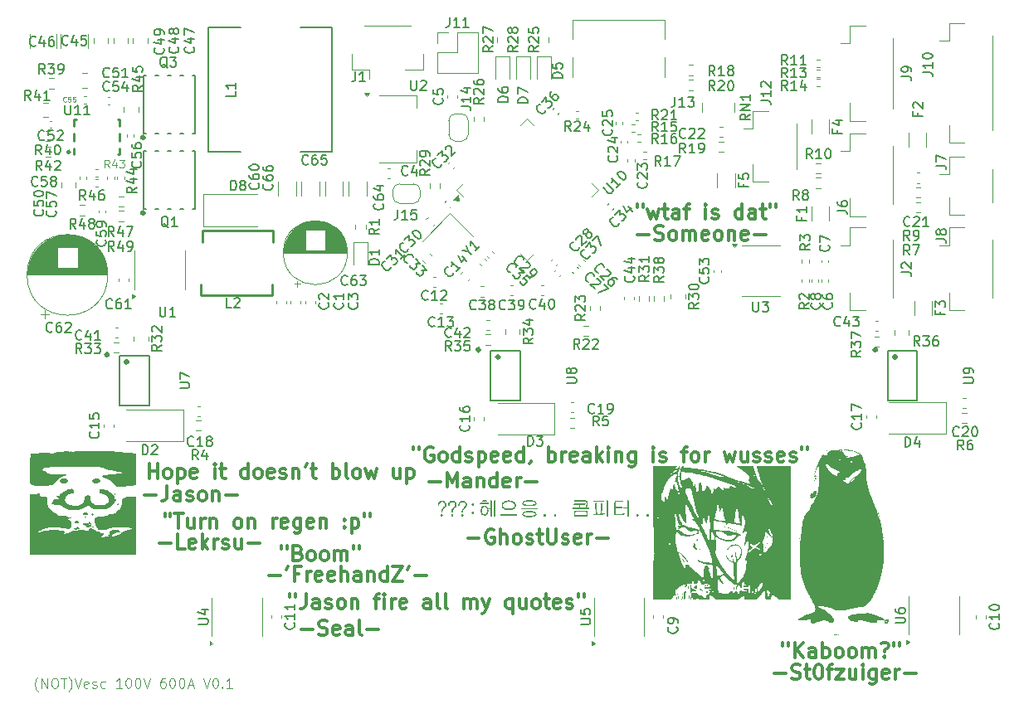
<source format=gbr>
%TF.GenerationSoftware,KiCad,Pcbnew,8.0.5*%
%TF.CreationDate,2024-12-04T18:09:43+09:00*%
%TF.ProjectId,GESC_Logic,47455343-5f4c-46f6-9769-632e6b696361,rev?*%
%TF.SameCoordinates,Original*%
%TF.FileFunction,Legend,Top*%
%TF.FilePolarity,Positive*%
%FSLAX46Y46*%
G04 Gerber Fmt 4.6, Leading zero omitted, Abs format (unit mm)*
G04 Created by KiCad (PCBNEW 8.0.5) date 2024-12-04 18:09:43*
%MOMM*%
%LPD*%
G01*
G04 APERTURE LIST*
%ADD10C,0.300000*%
%ADD11C,0.100000*%
%ADD12C,0.150000*%
%ADD13C,0.125000*%
%ADD14C,0.120000*%
%ADD15C,0.000000*%
%ADD16C,0.250000*%
G04 APERTURE END LIST*
D10*
X176836695Y-152306900D02*
X177979553Y-152306900D01*
X178622410Y-152806900D02*
X178836696Y-152878328D01*
X178836696Y-152878328D02*
X179193838Y-152878328D01*
X179193838Y-152878328D02*
X179336696Y-152806900D01*
X179336696Y-152806900D02*
X179408124Y-152735471D01*
X179408124Y-152735471D02*
X179479553Y-152592614D01*
X179479553Y-152592614D02*
X179479553Y-152449757D01*
X179479553Y-152449757D02*
X179408124Y-152306900D01*
X179408124Y-152306900D02*
X179336696Y-152235471D01*
X179336696Y-152235471D02*
X179193838Y-152164042D01*
X179193838Y-152164042D02*
X178908124Y-152092614D01*
X178908124Y-152092614D02*
X178765267Y-152021185D01*
X178765267Y-152021185D02*
X178693838Y-151949757D01*
X178693838Y-151949757D02*
X178622410Y-151806900D01*
X178622410Y-151806900D02*
X178622410Y-151664042D01*
X178622410Y-151664042D02*
X178693838Y-151521185D01*
X178693838Y-151521185D02*
X178765267Y-151449757D01*
X178765267Y-151449757D02*
X178908124Y-151378328D01*
X178908124Y-151378328D02*
X179265267Y-151378328D01*
X179265267Y-151378328D02*
X179479553Y-151449757D01*
X179908124Y-151878328D02*
X180479552Y-151878328D01*
X180122409Y-151378328D02*
X180122409Y-152664042D01*
X180122409Y-152664042D02*
X180193838Y-152806900D01*
X180193838Y-152806900D02*
X180336695Y-152878328D01*
X180336695Y-152878328D02*
X180479552Y-152878328D01*
X181265267Y-151378328D02*
X181408124Y-151378328D01*
X181408124Y-151378328D02*
X181550981Y-151449757D01*
X181550981Y-151449757D02*
X181622410Y-151521185D01*
X181622410Y-151521185D02*
X181693838Y-151664042D01*
X181693838Y-151664042D02*
X181765267Y-151949757D01*
X181765267Y-151949757D02*
X181765267Y-152306900D01*
X181765267Y-152306900D02*
X181693838Y-152592614D01*
X181693838Y-152592614D02*
X181622410Y-152735471D01*
X181622410Y-152735471D02*
X181550981Y-152806900D01*
X181550981Y-152806900D02*
X181408124Y-152878328D01*
X181408124Y-152878328D02*
X181265267Y-152878328D01*
X181265267Y-152878328D02*
X181122410Y-152806900D01*
X181122410Y-152806900D02*
X181050981Y-152735471D01*
X181050981Y-152735471D02*
X180979552Y-152592614D01*
X180979552Y-152592614D02*
X180908124Y-152306900D01*
X180908124Y-152306900D02*
X180908124Y-151949757D01*
X180908124Y-151949757D02*
X180979552Y-151664042D01*
X180979552Y-151664042D02*
X181050981Y-151521185D01*
X181050981Y-151521185D02*
X181122410Y-151449757D01*
X181122410Y-151449757D02*
X181265267Y-151378328D01*
X182193838Y-151878328D02*
X182765266Y-151878328D01*
X182408123Y-152878328D02*
X182408123Y-151592614D01*
X182408123Y-151592614D02*
X182479552Y-151449757D01*
X182479552Y-151449757D02*
X182622409Y-151378328D01*
X182622409Y-151378328D02*
X182765266Y-151378328D01*
X183122409Y-151878328D02*
X183908124Y-151878328D01*
X183908124Y-151878328D02*
X183122409Y-152878328D01*
X183122409Y-152878328D02*
X183908124Y-152878328D01*
X185122410Y-151878328D02*
X185122410Y-152878328D01*
X184479552Y-151878328D02*
X184479552Y-152664042D01*
X184479552Y-152664042D02*
X184550981Y-152806900D01*
X184550981Y-152806900D02*
X184693838Y-152878328D01*
X184693838Y-152878328D02*
X184908124Y-152878328D01*
X184908124Y-152878328D02*
X185050981Y-152806900D01*
X185050981Y-152806900D02*
X185122410Y-152735471D01*
X185836695Y-152878328D02*
X185836695Y-151878328D01*
X185836695Y-151378328D02*
X185765267Y-151449757D01*
X185765267Y-151449757D02*
X185836695Y-151521185D01*
X185836695Y-151521185D02*
X185908124Y-151449757D01*
X185908124Y-151449757D02*
X185836695Y-151378328D01*
X185836695Y-151378328D02*
X185836695Y-151521185D01*
X187193839Y-151878328D02*
X187193839Y-153092614D01*
X187193839Y-153092614D02*
X187122410Y-153235471D01*
X187122410Y-153235471D02*
X187050981Y-153306900D01*
X187050981Y-153306900D02*
X186908124Y-153378328D01*
X186908124Y-153378328D02*
X186693839Y-153378328D01*
X186693839Y-153378328D02*
X186550981Y-153306900D01*
X187193839Y-152806900D02*
X187050981Y-152878328D01*
X187050981Y-152878328D02*
X186765267Y-152878328D01*
X186765267Y-152878328D02*
X186622410Y-152806900D01*
X186622410Y-152806900D02*
X186550981Y-152735471D01*
X186550981Y-152735471D02*
X186479553Y-152592614D01*
X186479553Y-152592614D02*
X186479553Y-152164042D01*
X186479553Y-152164042D02*
X186550981Y-152021185D01*
X186550981Y-152021185D02*
X186622410Y-151949757D01*
X186622410Y-151949757D02*
X186765267Y-151878328D01*
X186765267Y-151878328D02*
X187050981Y-151878328D01*
X187050981Y-151878328D02*
X187193839Y-151949757D01*
X188479553Y-152806900D02*
X188336696Y-152878328D01*
X188336696Y-152878328D02*
X188050982Y-152878328D01*
X188050982Y-152878328D02*
X187908124Y-152806900D01*
X187908124Y-152806900D02*
X187836696Y-152664042D01*
X187836696Y-152664042D02*
X187836696Y-152092614D01*
X187836696Y-152092614D02*
X187908124Y-151949757D01*
X187908124Y-151949757D02*
X188050982Y-151878328D01*
X188050982Y-151878328D02*
X188336696Y-151878328D01*
X188336696Y-151878328D02*
X188479553Y-151949757D01*
X188479553Y-151949757D02*
X188550982Y-152092614D01*
X188550982Y-152092614D02*
X188550982Y-152235471D01*
X188550982Y-152235471D02*
X187836696Y-152378328D01*
X189193838Y-152878328D02*
X189193838Y-151878328D01*
X189193838Y-152164042D02*
X189265267Y-152021185D01*
X189265267Y-152021185D02*
X189336696Y-151949757D01*
X189336696Y-151949757D02*
X189479553Y-151878328D01*
X189479553Y-151878328D02*
X189622410Y-151878328D01*
X190122409Y-152306900D02*
X191265267Y-152306900D01*
X139992856Y-129178328D02*
X139992856Y-129464042D01*
X140564284Y-129178328D02*
X140564284Y-129464042D01*
X141992856Y-129249757D02*
X141849999Y-129178328D01*
X141849999Y-129178328D02*
X141635713Y-129178328D01*
X141635713Y-129178328D02*
X141421427Y-129249757D01*
X141421427Y-129249757D02*
X141278570Y-129392614D01*
X141278570Y-129392614D02*
X141207141Y-129535471D01*
X141207141Y-129535471D02*
X141135713Y-129821185D01*
X141135713Y-129821185D02*
X141135713Y-130035471D01*
X141135713Y-130035471D02*
X141207141Y-130321185D01*
X141207141Y-130321185D02*
X141278570Y-130464042D01*
X141278570Y-130464042D02*
X141421427Y-130606900D01*
X141421427Y-130606900D02*
X141635713Y-130678328D01*
X141635713Y-130678328D02*
X141778570Y-130678328D01*
X141778570Y-130678328D02*
X141992856Y-130606900D01*
X141992856Y-130606900D02*
X142064284Y-130535471D01*
X142064284Y-130535471D02*
X142064284Y-130035471D01*
X142064284Y-130035471D02*
X141778570Y-130035471D01*
X142921427Y-130678328D02*
X142778570Y-130606900D01*
X142778570Y-130606900D02*
X142707141Y-130535471D01*
X142707141Y-130535471D02*
X142635713Y-130392614D01*
X142635713Y-130392614D02*
X142635713Y-129964042D01*
X142635713Y-129964042D02*
X142707141Y-129821185D01*
X142707141Y-129821185D02*
X142778570Y-129749757D01*
X142778570Y-129749757D02*
X142921427Y-129678328D01*
X142921427Y-129678328D02*
X143135713Y-129678328D01*
X143135713Y-129678328D02*
X143278570Y-129749757D01*
X143278570Y-129749757D02*
X143349999Y-129821185D01*
X143349999Y-129821185D02*
X143421427Y-129964042D01*
X143421427Y-129964042D02*
X143421427Y-130392614D01*
X143421427Y-130392614D02*
X143349999Y-130535471D01*
X143349999Y-130535471D02*
X143278570Y-130606900D01*
X143278570Y-130606900D02*
X143135713Y-130678328D01*
X143135713Y-130678328D02*
X142921427Y-130678328D01*
X144707142Y-130678328D02*
X144707142Y-129178328D01*
X144707142Y-130606900D02*
X144564284Y-130678328D01*
X144564284Y-130678328D02*
X144278570Y-130678328D01*
X144278570Y-130678328D02*
X144135713Y-130606900D01*
X144135713Y-130606900D02*
X144064284Y-130535471D01*
X144064284Y-130535471D02*
X143992856Y-130392614D01*
X143992856Y-130392614D02*
X143992856Y-129964042D01*
X143992856Y-129964042D02*
X144064284Y-129821185D01*
X144064284Y-129821185D02*
X144135713Y-129749757D01*
X144135713Y-129749757D02*
X144278570Y-129678328D01*
X144278570Y-129678328D02*
X144564284Y-129678328D01*
X144564284Y-129678328D02*
X144707142Y-129749757D01*
X145349999Y-130606900D02*
X145492856Y-130678328D01*
X145492856Y-130678328D02*
X145778570Y-130678328D01*
X145778570Y-130678328D02*
X145921427Y-130606900D01*
X145921427Y-130606900D02*
X145992856Y-130464042D01*
X145992856Y-130464042D02*
X145992856Y-130392614D01*
X145992856Y-130392614D02*
X145921427Y-130249757D01*
X145921427Y-130249757D02*
X145778570Y-130178328D01*
X145778570Y-130178328D02*
X145564285Y-130178328D01*
X145564285Y-130178328D02*
X145421427Y-130106900D01*
X145421427Y-130106900D02*
X145349999Y-129964042D01*
X145349999Y-129964042D02*
X145349999Y-129892614D01*
X145349999Y-129892614D02*
X145421427Y-129749757D01*
X145421427Y-129749757D02*
X145564285Y-129678328D01*
X145564285Y-129678328D02*
X145778570Y-129678328D01*
X145778570Y-129678328D02*
X145921427Y-129749757D01*
X146635713Y-129678328D02*
X146635713Y-131178328D01*
X146635713Y-129749757D02*
X146778571Y-129678328D01*
X146778571Y-129678328D02*
X147064285Y-129678328D01*
X147064285Y-129678328D02*
X147207142Y-129749757D01*
X147207142Y-129749757D02*
X147278571Y-129821185D01*
X147278571Y-129821185D02*
X147349999Y-129964042D01*
X147349999Y-129964042D02*
X147349999Y-130392614D01*
X147349999Y-130392614D02*
X147278571Y-130535471D01*
X147278571Y-130535471D02*
X147207142Y-130606900D01*
X147207142Y-130606900D02*
X147064285Y-130678328D01*
X147064285Y-130678328D02*
X146778571Y-130678328D01*
X146778571Y-130678328D02*
X146635713Y-130606900D01*
X148564285Y-130606900D02*
X148421428Y-130678328D01*
X148421428Y-130678328D02*
X148135714Y-130678328D01*
X148135714Y-130678328D02*
X147992856Y-130606900D01*
X147992856Y-130606900D02*
X147921428Y-130464042D01*
X147921428Y-130464042D02*
X147921428Y-129892614D01*
X147921428Y-129892614D02*
X147992856Y-129749757D01*
X147992856Y-129749757D02*
X148135714Y-129678328D01*
X148135714Y-129678328D02*
X148421428Y-129678328D01*
X148421428Y-129678328D02*
X148564285Y-129749757D01*
X148564285Y-129749757D02*
X148635714Y-129892614D01*
X148635714Y-129892614D02*
X148635714Y-130035471D01*
X148635714Y-130035471D02*
X147921428Y-130178328D01*
X149849999Y-130606900D02*
X149707142Y-130678328D01*
X149707142Y-130678328D02*
X149421428Y-130678328D01*
X149421428Y-130678328D02*
X149278570Y-130606900D01*
X149278570Y-130606900D02*
X149207142Y-130464042D01*
X149207142Y-130464042D02*
X149207142Y-129892614D01*
X149207142Y-129892614D02*
X149278570Y-129749757D01*
X149278570Y-129749757D02*
X149421428Y-129678328D01*
X149421428Y-129678328D02*
X149707142Y-129678328D01*
X149707142Y-129678328D02*
X149849999Y-129749757D01*
X149849999Y-129749757D02*
X149921428Y-129892614D01*
X149921428Y-129892614D02*
X149921428Y-130035471D01*
X149921428Y-130035471D02*
X149207142Y-130178328D01*
X151207142Y-130678328D02*
X151207142Y-129178328D01*
X151207142Y-130606900D02*
X151064284Y-130678328D01*
X151064284Y-130678328D02*
X150778570Y-130678328D01*
X150778570Y-130678328D02*
X150635713Y-130606900D01*
X150635713Y-130606900D02*
X150564284Y-130535471D01*
X150564284Y-130535471D02*
X150492856Y-130392614D01*
X150492856Y-130392614D02*
X150492856Y-129964042D01*
X150492856Y-129964042D02*
X150564284Y-129821185D01*
X150564284Y-129821185D02*
X150635713Y-129749757D01*
X150635713Y-129749757D02*
X150778570Y-129678328D01*
X150778570Y-129678328D02*
X151064284Y-129678328D01*
X151064284Y-129678328D02*
X151207142Y-129749757D01*
X151992856Y-130606900D02*
X151992856Y-130678328D01*
X151992856Y-130678328D02*
X151921427Y-130821185D01*
X151921427Y-130821185D02*
X151849999Y-130892614D01*
X153778570Y-130678328D02*
X153778570Y-129178328D01*
X153778570Y-129749757D02*
X153921428Y-129678328D01*
X153921428Y-129678328D02*
X154207142Y-129678328D01*
X154207142Y-129678328D02*
X154349999Y-129749757D01*
X154349999Y-129749757D02*
X154421428Y-129821185D01*
X154421428Y-129821185D02*
X154492856Y-129964042D01*
X154492856Y-129964042D02*
X154492856Y-130392614D01*
X154492856Y-130392614D02*
X154421428Y-130535471D01*
X154421428Y-130535471D02*
X154349999Y-130606900D01*
X154349999Y-130606900D02*
X154207142Y-130678328D01*
X154207142Y-130678328D02*
X153921428Y-130678328D01*
X153921428Y-130678328D02*
X153778570Y-130606900D01*
X155135713Y-130678328D02*
X155135713Y-129678328D01*
X155135713Y-129964042D02*
X155207142Y-129821185D01*
X155207142Y-129821185D02*
X155278571Y-129749757D01*
X155278571Y-129749757D02*
X155421428Y-129678328D01*
X155421428Y-129678328D02*
X155564285Y-129678328D01*
X156635713Y-130606900D02*
X156492856Y-130678328D01*
X156492856Y-130678328D02*
X156207142Y-130678328D01*
X156207142Y-130678328D02*
X156064284Y-130606900D01*
X156064284Y-130606900D02*
X155992856Y-130464042D01*
X155992856Y-130464042D02*
X155992856Y-129892614D01*
X155992856Y-129892614D02*
X156064284Y-129749757D01*
X156064284Y-129749757D02*
X156207142Y-129678328D01*
X156207142Y-129678328D02*
X156492856Y-129678328D01*
X156492856Y-129678328D02*
X156635713Y-129749757D01*
X156635713Y-129749757D02*
X156707142Y-129892614D01*
X156707142Y-129892614D02*
X156707142Y-130035471D01*
X156707142Y-130035471D02*
X155992856Y-130178328D01*
X157992856Y-130678328D02*
X157992856Y-129892614D01*
X157992856Y-129892614D02*
X157921427Y-129749757D01*
X157921427Y-129749757D02*
X157778570Y-129678328D01*
X157778570Y-129678328D02*
X157492856Y-129678328D01*
X157492856Y-129678328D02*
X157349998Y-129749757D01*
X157992856Y-130606900D02*
X157849998Y-130678328D01*
X157849998Y-130678328D02*
X157492856Y-130678328D01*
X157492856Y-130678328D02*
X157349998Y-130606900D01*
X157349998Y-130606900D02*
X157278570Y-130464042D01*
X157278570Y-130464042D02*
X157278570Y-130321185D01*
X157278570Y-130321185D02*
X157349998Y-130178328D01*
X157349998Y-130178328D02*
X157492856Y-130106900D01*
X157492856Y-130106900D02*
X157849998Y-130106900D01*
X157849998Y-130106900D02*
X157992856Y-130035471D01*
X158707141Y-130678328D02*
X158707141Y-129178328D01*
X158849999Y-130106900D02*
X159278570Y-130678328D01*
X159278570Y-129678328D02*
X158707141Y-130249757D01*
X159921427Y-130678328D02*
X159921427Y-129678328D01*
X159921427Y-129178328D02*
X159849999Y-129249757D01*
X159849999Y-129249757D02*
X159921427Y-129321185D01*
X159921427Y-129321185D02*
X159992856Y-129249757D01*
X159992856Y-129249757D02*
X159921427Y-129178328D01*
X159921427Y-129178328D02*
X159921427Y-129321185D01*
X160635713Y-129678328D02*
X160635713Y-130678328D01*
X160635713Y-129821185D02*
X160707142Y-129749757D01*
X160707142Y-129749757D02*
X160849999Y-129678328D01*
X160849999Y-129678328D02*
X161064285Y-129678328D01*
X161064285Y-129678328D02*
X161207142Y-129749757D01*
X161207142Y-129749757D02*
X161278571Y-129892614D01*
X161278571Y-129892614D02*
X161278571Y-130678328D01*
X162635714Y-129678328D02*
X162635714Y-130892614D01*
X162635714Y-130892614D02*
X162564285Y-131035471D01*
X162564285Y-131035471D02*
X162492856Y-131106900D01*
X162492856Y-131106900D02*
X162349999Y-131178328D01*
X162349999Y-131178328D02*
X162135714Y-131178328D01*
X162135714Y-131178328D02*
X161992856Y-131106900D01*
X162635714Y-130606900D02*
X162492856Y-130678328D01*
X162492856Y-130678328D02*
X162207142Y-130678328D01*
X162207142Y-130678328D02*
X162064285Y-130606900D01*
X162064285Y-130606900D02*
X161992856Y-130535471D01*
X161992856Y-130535471D02*
X161921428Y-130392614D01*
X161921428Y-130392614D02*
X161921428Y-129964042D01*
X161921428Y-129964042D02*
X161992856Y-129821185D01*
X161992856Y-129821185D02*
X162064285Y-129749757D01*
X162064285Y-129749757D02*
X162207142Y-129678328D01*
X162207142Y-129678328D02*
X162492856Y-129678328D01*
X162492856Y-129678328D02*
X162635714Y-129749757D01*
X164492856Y-130678328D02*
X164492856Y-129678328D01*
X164492856Y-129178328D02*
X164421428Y-129249757D01*
X164421428Y-129249757D02*
X164492856Y-129321185D01*
X164492856Y-129321185D02*
X164564285Y-129249757D01*
X164564285Y-129249757D02*
X164492856Y-129178328D01*
X164492856Y-129178328D02*
X164492856Y-129321185D01*
X165135714Y-130606900D02*
X165278571Y-130678328D01*
X165278571Y-130678328D02*
X165564285Y-130678328D01*
X165564285Y-130678328D02*
X165707142Y-130606900D01*
X165707142Y-130606900D02*
X165778571Y-130464042D01*
X165778571Y-130464042D02*
X165778571Y-130392614D01*
X165778571Y-130392614D02*
X165707142Y-130249757D01*
X165707142Y-130249757D02*
X165564285Y-130178328D01*
X165564285Y-130178328D02*
X165350000Y-130178328D01*
X165350000Y-130178328D02*
X165207142Y-130106900D01*
X165207142Y-130106900D02*
X165135714Y-129964042D01*
X165135714Y-129964042D02*
X165135714Y-129892614D01*
X165135714Y-129892614D02*
X165207142Y-129749757D01*
X165207142Y-129749757D02*
X165350000Y-129678328D01*
X165350000Y-129678328D02*
X165564285Y-129678328D01*
X165564285Y-129678328D02*
X165707142Y-129749757D01*
X167350000Y-129678328D02*
X167921428Y-129678328D01*
X167564285Y-130678328D02*
X167564285Y-129392614D01*
X167564285Y-129392614D02*
X167635714Y-129249757D01*
X167635714Y-129249757D02*
X167778571Y-129178328D01*
X167778571Y-129178328D02*
X167921428Y-129178328D01*
X168635714Y-130678328D02*
X168492857Y-130606900D01*
X168492857Y-130606900D02*
X168421428Y-130535471D01*
X168421428Y-130535471D02*
X168350000Y-130392614D01*
X168350000Y-130392614D02*
X168350000Y-129964042D01*
X168350000Y-129964042D02*
X168421428Y-129821185D01*
X168421428Y-129821185D02*
X168492857Y-129749757D01*
X168492857Y-129749757D02*
X168635714Y-129678328D01*
X168635714Y-129678328D02*
X168850000Y-129678328D01*
X168850000Y-129678328D02*
X168992857Y-129749757D01*
X168992857Y-129749757D02*
X169064286Y-129821185D01*
X169064286Y-129821185D02*
X169135714Y-129964042D01*
X169135714Y-129964042D02*
X169135714Y-130392614D01*
X169135714Y-130392614D02*
X169064286Y-130535471D01*
X169064286Y-130535471D02*
X168992857Y-130606900D01*
X168992857Y-130606900D02*
X168850000Y-130678328D01*
X168850000Y-130678328D02*
X168635714Y-130678328D01*
X169778571Y-130678328D02*
X169778571Y-129678328D01*
X169778571Y-129964042D02*
X169850000Y-129821185D01*
X169850000Y-129821185D02*
X169921429Y-129749757D01*
X169921429Y-129749757D02*
X170064286Y-129678328D01*
X170064286Y-129678328D02*
X170207143Y-129678328D01*
X171707142Y-129678328D02*
X171992857Y-130678328D01*
X171992857Y-130678328D02*
X172278571Y-129964042D01*
X172278571Y-129964042D02*
X172564285Y-130678328D01*
X172564285Y-130678328D02*
X172849999Y-129678328D01*
X174064286Y-129678328D02*
X174064286Y-130678328D01*
X173421428Y-129678328D02*
X173421428Y-130464042D01*
X173421428Y-130464042D02*
X173492857Y-130606900D01*
X173492857Y-130606900D02*
X173635714Y-130678328D01*
X173635714Y-130678328D02*
X173850000Y-130678328D01*
X173850000Y-130678328D02*
X173992857Y-130606900D01*
X173992857Y-130606900D02*
X174064286Y-130535471D01*
X174707143Y-130606900D02*
X174850000Y-130678328D01*
X174850000Y-130678328D02*
X175135714Y-130678328D01*
X175135714Y-130678328D02*
X175278571Y-130606900D01*
X175278571Y-130606900D02*
X175350000Y-130464042D01*
X175350000Y-130464042D02*
X175350000Y-130392614D01*
X175350000Y-130392614D02*
X175278571Y-130249757D01*
X175278571Y-130249757D02*
X175135714Y-130178328D01*
X175135714Y-130178328D02*
X174921429Y-130178328D01*
X174921429Y-130178328D02*
X174778571Y-130106900D01*
X174778571Y-130106900D02*
X174707143Y-129964042D01*
X174707143Y-129964042D02*
X174707143Y-129892614D01*
X174707143Y-129892614D02*
X174778571Y-129749757D01*
X174778571Y-129749757D02*
X174921429Y-129678328D01*
X174921429Y-129678328D02*
X175135714Y-129678328D01*
X175135714Y-129678328D02*
X175278571Y-129749757D01*
X175921429Y-130606900D02*
X176064286Y-130678328D01*
X176064286Y-130678328D02*
X176350000Y-130678328D01*
X176350000Y-130678328D02*
X176492857Y-130606900D01*
X176492857Y-130606900D02*
X176564286Y-130464042D01*
X176564286Y-130464042D02*
X176564286Y-130392614D01*
X176564286Y-130392614D02*
X176492857Y-130249757D01*
X176492857Y-130249757D02*
X176350000Y-130178328D01*
X176350000Y-130178328D02*
X176135715Y-130178328D01*
X176135715Y-130178328D02*
X175992857Y-130106900D01*
X175992857Y-130106900D02*
X175921429Y-129964042D01*
X175921429Y-129964042D02*
X175921429Y-129892614D01*
X175921429Y-129892614D02*
X175992857Y-129749757D01*
X175992857Y-129749757D02*
X176135715Y-129678328D01*
X176135715Y-129678328D02*
X176350000Y-129678328D01*
X176350000Y-129678328D02*
X176492857Y-129749757D01*
X177778572Y-130606900D02*
X177635715Y-130678328D01*
X177635715Y-130678328D02*
X177350001Y-130678328D01*
X177350001Y-130678328D02*
X177207143Y-130606900D01*
X177207143Y-130606900D02*
X177135715Y-130464042D01*
X177135715Y-130464042D02*
X177135715Y-129892614D01*
X177135715Y-129892614D02*
X177207143Y-129749757D01*
X177207143Y-129749757D02*
X177350001Y-129678328D01*
X177350001Y-129678328D02*
X177635715Y-129678328D01*
X177635715Y-129678328D02*
X177778572Y-129749757D01*
X177778572Y-129749757D02*
X177850001Y-129892614D01*
X177850001Y-129892614D02*
X177850001Y-130035471D01*
X177850001Y-130035471D02*
X177135715Y-130178328D01*
X178421429Y-130606900D02*
X178564286Y-130678328D01*
X178564286Y-130678328D02*
X178850000Y-130678328D01*
X178850000Y-130678328D02*
X178992857Y-130606900D01*
X178992857Y-130606900D02*
X179064286Y-130464042D01*
X179064286Y-130464042D02*
X179064286Y-130392614D01*
X179064286Y-130392614D02*
X178992857Y-130249757D01*
X178992857Y-130249757D02*
X178850000Y-130178328D01*
X178850000Y-130178328D02*
X178635715Y-130178328D01*
X178635715Y-130178328D02*
X178492857Y-130106900D01*
X178492857Y-130106900D02*
X178421429Y-129964042D01*
X178421429Y-129964042D02*
X178421429Y-129892614D01*
X178421429Y-129892614D02*
X178492857Y-129749757D01*
X178492857Y-129749757D02*
X178635715Y-129678328D01*
X178635715Y-129678328D02*
X178850000Y-129678328D01*
X178850000Y-129678328D02*
X178992857Y-129749757D01*
X179635715Y-129178328D02*
X179635715Y-129464042D01*
X180207143Y-129178328D02*
X180207143Y-129464042D01*
X177686695Y-149178328D02*
X177686695Y-149464042D01*
X178258123Y-149178328D02*
X178258123Y-149464042D01*
X178900980Y-150678328D02*
X178900980Y-149178328D01*
X179758123Y-150678328D02*
X179115266Y-149821185D01*
X179758123Y-149178328D02*
X178900980Y-150035471D01*
X181043838Y-150678328D02*
X181043838Y-149892614D01*
X181043838Y-149892614D02*
X180972409Y-149749757D01*
X180972409Y-149749757D02*
X180829552Y-149678328D01*
X180829552Y-149678328D02*
X180543838Y-149678328D01*
X180543838Y-149678328D02*
X180400980Y-149749757D01*
X181043838Y-150606900D02*
X180900980Y-150678328D01*
X180900980Y-150678328D02*
X180543838Y-150678328D01*
X180543838Y-150678328D02*
X180400980Y-150606900D01*
X180400980Y-150606900D02*
X180329552Y-150464042D01*
X180329552Y-150464042D02*
X180329552Y-150321185D01*
X180329552Y-150321185D02*
X180400980Y-150178328D01*
X180400980Y-150178328D02*
X180543838Y-150106900D01*
X180543838Y-150106900D02*
X180900980Y-150106900D01*
X180900980Y-150106900D02*
X181043838Y-150035471D01*
X181758123Y-150678328D02*
X181758123Y-149178328D01*
X181758123Y-149749757D02*
X181900981Y-149678328D01*
X181900981Y-149678328D02*
X182186695Y-149678328D01*
X182186695Y-149678328D02*
X182329552Y-149749757D01*
X182329552Y-149749757D02*
X182400981Y-149821185D01*
X182400981Y-149821185D02*
X182472409Y-149964042D01*
X182472409Y-149964042D02*
X182472409Y-150392614D01*
X182472409Y-150392614D02*
X182400981Y-150535471D01*
X182400981Y-150535471D02*
X182329552Y-150606900D01*
X182329552Y-150606900D02*
X182186695Y-150678328D01*
X182186695Y-150678328D02*
X181900981Y-150678328D01*
X181900981Y-150678328D02*
X181758123Y-150606900D01*
X183329552Y-150678328D02*
X183186695Y-150606900D01*
X183186695Y-150606900D02*
X183115266Y-150535471D01*
X183115266Y-150535471D02*
X183043838Y-150392614D01*
X183043838Y-150392614D02*
X183043838Y-149964042D01*
X183043838Y-149964042D02*
X183115266Y-149821185D01*
X183115266Y-149821185D02*
X183186695Y-149749757D01*
X183186695Y-149749757D02*
X183329552Y-149678328D01*
X183329552Y-149678328D02*
X183543838Y-149678328D01*
X183543838Y-149678328D02*
X183686695Y-149749757D01*
X183686695Y-149749757D02*
X183758124Y-149821185D01*
X183758124Y-149821185D02*
X183829552Y-149964042D01*
X183829552Y-149964042D02*
X183829552Y-150392614D01*
X183829552Y-150392614D02*
X183758124Y-150535471D01*
X183758124Y-150535471D02*
X183686695Y-150606900D01*
X183686695Y-150606900D02*
X183543838Y-150678328D01*
X183543838Y-150678328D02*
X183329552Y-150678328D01*
X184686695Y-150678328D02*
X184543838Y-150606900D01*
X184543838Y-150606900D02*
X184472409Y-150535471D01*
X184472409Y-150535471D02*
X184400981Y-150392614D01*
X184400981Y-150392614D02*
X184400981Y-149964042D01*
X184400981Y-149964042D02*
X184472409Y-149821185D01*
X184472409Y-149821185D02*
X184543838Y-149749757D01*
X184543838Y-149749757D02*
X184686695Y-149678328D01*
X184686695Y-149678328D02*
X184900981Y-149678328D01*
X184900981Y-149678328D02*
X185043838Y-149749757D01*
X185043838Y-149749757D02*
X185115267Y-149821185D01*
X185115267Y-149821185D02*
X185186695Y-149964042D01*
X185186695Y-149964042D02*
X185186695Y-150392614D01*
X185186695Y-150392614D02*
X185115267Y-150535471D01*
X185115267Y-150535471D02*
X185043838Y-150606900D01*
X185043838Y-150606900D02*
X184900981Y-150678328D01*
X184900981Y-150678328D02*
X184686695Y-150678328D01*
X185829552Y-150678328D02*
X185829552Y-149678328D01*
X185829552Y-149821185D02*
X185900981Y-149749757D01*
X185900981Y-149749757D02*
X186043838Y-149678328D01*
X186043838Y-149678328D02*
X186258124Y-149678328D01*
X186258124Y-149678328D02*
X186400981Y-149749757D01*
X186400981Y-149749757D02*
X186472410Y-149892614D01*
X186472410Y-149892614D02*
X186472410Y-150678328D01*
X186472410Y-149892614D02*
X186543838Y-149749757D01*
X186543838Y-149749757D02*
X186686695Y-149678328D01*
X186686695Y-149678328D02*
X186900981Y-149678328D01*
X186900981Y-149678328D02*
X187043838Y-149749757D01*
X187043838Y-149749757D02*
X187115267Y-149892614D01*
X187115267Y-149892614D02*
X187115267Y-150678328D01*
X188043838Y-150535471D02*
X188115267Y-150606900D01*
X188115267Y-150606900D02*
X188043838Y-150678328D01*
X188043838Y-150678328D02*
X187972410Y-150606900D01*
X187972410Y-150606900D02*
X188043838Y-150535471D01*
X188043838Y-150535471D02*
X188043838Y-150678328D01*
X187758124Y-149249757D02*
X187900981Y-149178328D01*
X187900981Y-149178328D02*
X188258124Y-149178328D01*
X188258124Y-149178328D02*
X188400981Y-149249757D01*
X188400981Y-149249757D02*
X188472410Y-149392614D01*
X188472410Y-149392614D02*
X188472410Y-149535471D01*
X188472410Y-149535471D02*
X188400981Y-149678328D01*
X188400981Y-149678328D02*
X188329552Y-149749757D01*
X188329552Y-149749757D02*
X188186695Y-149821185D01*
X188186695Y-149821185D02*
X188115267Y-149892614D01*
X188115267Y-149892614D02*
X188043838Y-150035471D01*
X188043838Y-150035471D02*
X188043838Y-150106900D01*
X189043838Y-149178328D02*
X189043838Y-149464042D01*
X189615266Y-149178328D02*
X189615266Y-149464042D01*
X127400000Y-144178328D02*
X127400000Y-144464042D01*
X127971428Y-144178328D02*
X127971428Y-144464042D01*
X129042857Y-144178328D02*
X129042857Y-145249757D01*
X129042857Y-145249757D02*
X128971428Y-145464042D01*
X128971428Y-145464042D02*
X128828571Y-145606900D01*
X128828571Y-145606900D02*
X128614285Y-145678328D01*
X128614285Y-145678328D02*
X128471428Y-145678328D01*
X130400000Y-145678328D02*
X130400000Y-144892614D01*
X130400000Y-144892614D02*
X130328571Y-144749757D01*
X130328571Y-144749757D02*
X130185714Y-144678328D01*
X130185714Y-144678328D02*
X129900000Y-144678328D01*
X129900000Y-144678328D02*
X129757142Y-144749757D01*
X130400000Y-145606900D02*
X130257142Y-145678328D01*
X130257142Y-145678328D02*
X129900000Y-145678328D01*
X129900000Y-145678328D02*
X129757142Y-145606900D01*
X129757142Y-145606900D02*
X129685714Y-145464042D01*
X129685714Y-145464042D02*
X129685714Y-145321185D01*
X129685714Y-145321185D02*
X129757142Y-145178328D01*
X129757142Y-145178328D02*
X129900000Y-145106900D01*
X129900000Y-145106900D02*
X130257142Y-145106900D01*
X130257142Y-145106900D02*
X130400000Y-145035471D01*
X131042857Y-145606900D02*
X131185714Y-145678328D01*
X131185714Y-145678328D02*
X131471428Y-145678328D01*
X131471428Y-145678328D02*
X131614285Y-145606900D01*
X131614285Y-145606900D02*
X131685714Y-145464042D01*
X131685714Y-145464042D02*
X131685714Y-145392614D01*
X131685714Y-145392614D02*
X131614285Y-145249757D01*
X131614285Y-145249757D02*
X131471428Y-145178328D01*
X131471428Y-145178328D02*
X131257143Y-145178328D01*
X131257143Y-145178328D02*
X131114285Y-145106900D01*
X131114285Y-145106900D02*
X131042857Y-144964042D01*
X131042857Y-144964042D02*
X131042857Y-144892614D01*
X131042857Y-144892614D02*
X131114285Y-144749757D01*
X131114285Y-144749757D02*
X131257143Y-144678328D01*
X131257143Y-144678328D02*
X131471428Y-144678328D01*
X131471428Y-144678328D02*
X131614285Y-144749757D01*
X132542857Y-145678328D02*
X132400000Y-145606900D01*
X132400000Y-145606900D02*
X132328571Y-145535471D01*
X132328571Y-145535471D02*
X132257143Y-145392614D01*
X132257143Y-145392614D02*
X132257143Y-144964042D01*
X132257143Y-144964042D02*
X132328571Y-144821185D01*
X132328571Y-144821185D02*
X132400000Y-144749757D01*
X132400000Y-144749757D02*
X132542857Y-144678328D01*
X132542857Y-144678328D02*
X132757143Y-144678328D01*
X132757143Y-144678328D02*
X132900000Y-144749757D01*
X132900000Y-144749757D02*
X132971429Y-144821185D01*
X132971429Y-144821185D02*
X133042857Y-144964042D01*
X133042857Y-144964042D02*
X133042857Y-145392614D01*
X133042857Y-145392614D02*
X132971429Y-145535471D01*
X132971429Y-145535471D02*
X132900000Y-145606900D01*
X132900000Y-145606900D02*
X132757143Y-145678328D01*
X132757143Y-145678328D02*
X132542857Y-145678328D01*
X133685714Y-144678328D02*
X133685714Y-145678328D01*
X133685714Y-144821185D02*
X133757143Y-144749757D01*
X133757143Y-144749757D02*
X133900000Y-144678328D01*
X133900000Y-144678328D02*
X134114286Y-144678328D01*
X134114286Y-144678328D02*
X134257143Y-144749757D01*
X134257143Y-144749757D02*
X134328572Y-144892614D01*
X134328572Y-144892614D02*
X134328572Y-145678328D01*
X135971429Y-144678328D02*
X136542857Y-144678328D01*
X136185714Y-145678328D02*
X136185714Y-144392614D01*
X136185714Y-144392614D02*
X136257143Y-144249757D01*
X136257143Y-144249757D02*
X136400000Y-144178328D01*
X136400000Y-144178328D02*
X136542857Y-144178328D01*
X137042857Y-145678328D02*
X137042857Y-144678328D01*
X137042857Y-144178328D02*
X136971429Y-144249757D01*
X136971429Y-144249757D02*
X137042857Y-144321185D01*
X137042857Y-144321185D02*
X137114286Y-144249757D01*
X137114286Y-144249757D02*
X137042857Y-144178328D01*
X137042857Y-144178328D02*
X137042857Y-144321185D01*
X137757143Y-145678328D02*
X137757143Y-144678328D01*
X137757143Y-144964042D02*
X137828572Y-144821185D01*
X137828572Y-144821185D02*
X137900001Y-144749757D01*
X137900001Y-144749757D02*
X138042858Y-144678328D01*
X138042858Y-144678328D02*
X138185715Y-144678328D01*
X139257143Y-145606900D02*
X139114286Y-145678328D01*
X139114286Y-145678328D02*
X138828572Y-145678328D01*
X138828572Y-145678328D02*
X138685714Y-145606900D01*
X138685714Y-145606900D02*
X138614286Y-145464042D01*
X138614286Y-145464042D02*
X138614286Y-144892614D01*
X138614286Y-144892614D02*
X138685714Y-144749757D01*
X138685714Y-144749757D02*
X138828572Y-144678328D01*
X138828572Y-144678328D02*
X139114286Y-144678328D01*
X139114286Y-144678328D02*
X139257143Y-144749757D01*
X139257143Y-144749757D02*
X139328572Y-144892614D01*
X139328572Y-144892614D02*
X139328572Y-145035471D01*
X139328572Y-145035471D02*
X138614286Y-145178328D01*
X141757143Y-145678328D02*
X141757143Y-144892614D01*
X141757143Y-144892614D02*
X141685714Y-144749757D01*
X141685714Y-144749757D02*
X141542857Y-144678328D01*
X141542857Y-144678328D02*
X141257143Y-144678328D01*
X141257143Y-144678328D02*
X141114285Y-144749757D01*
X141757143Y-145606900D02*
X141614285Y-145678328D01*
X141614285Y-145678328D02*
X141257143Y-145678328D01*
X141257143Y-145678328D02*
X141114285Y-145606900D01*
X141114285Y-145606900D02*
X141042857Y-145464042D01*
X141042857Y-145464042D02*
X141042857Y-145321185D01*
X141042857Y-145321185D02*
X141114285Y-145178328D01*
X141114285Y-145178328D02*
X141257143Y-145106900D01*
X141257143Y-145106900D02*
X141614285Y-145106900D01*
X141614285Y-145106900D02*
X141757143Y-145035471D01*
X142685714Y-145678328D02*
X142542857Y-145606900D01*
X142542857Y-145606900D02*
X142471428Y-145464042D01*
X142471428Y-145464042D02*
X142471428Y-144178328D01*
X143471428Y-145678328D02*
X143328571Y-145606900D01*
X143328571Y-145606900D02*
X143257142Y-145464042D01*
X143257142Y-145464042D02*
X143257142Y-144178328D01*
X145185713Y-145678328D02*
X145185713Y-144678328D01*
X145185713Y-144821185D02*
X145257142Y-144749757D01*
X145257142Y-144749757D02*
X145399999Y-144678328D01*
X145399999Y-144678328D02*
X145614285Y-144678328D01*
X145614285Y-144678328D02*
X145757142Y-144749757D01*
X145757142Y-144749757D02*
X145828571Y-144892614D01*
X145828571Y-144892614D02*
X145828571Y-145678328D01*
X145828571Y-144892614D02*
X145899999Y-144749757D01*
X145899999Y-144749757D02*
X146042856Y-144678328D01*
X146042856Y-144678328D02*
X146257142Y-144678328D01*
X146257142Y-144678328D02*
X146399999Y-144749757D01*
X146399999Y-144749757D02*
X146471428Y-144892614D01*
X146471428Y-144892614D02*
X146471428Y-145678328D01*
X147042856Y-144678328D02*
X147399999Y-145678328D01*
X147757142Y-144678328D02*
X147399999Y-145678328D01*
X147399999Y-145678328D02*
X147257142Y-146035471D01*
X147257142Y-146035471D02*
X147185713Y-146106900D01*
X147185713Y-146106900D02*
X147042856Y-146178328D01*
X150114285Y-144678328D02*
X150114285Y-146178328D01*
X150114285Y-145606900D02*
X149971427Y-145678328D01*
X149971427Y-145678328D02*
X149685713Y-145678328D01*
X149685713Y-145678328D02*
X149542856Y-145606900D01*
X149542856Y-145606900D02*
X149471427Y-145535471D01*
X149471427Y-145535471D02*
X149399999Y-145392614D01*
X149399999Y-145392614D02*
X149399999Y-144964042D01*
X149399999Y-144964042D02*
X149471427Y-144821185D01*
X149471427Y-144821185D02*
X149542856Y-144749757D01*
X149542856Y-144749757D02*
X149685713Y-144678328D01*
X149685713Y-144678328D02*
X149971427Y-144678328D01*
X149971427Y-144678328D02*
X150114285Y-144749757D01*
X151471428Y-144678328D02*
X151471428Y-145678328D01*
X150828570Y-144678328D02*
X150828570Y-145464042D01*
X150828570Y-145464042D02*
X150899999Y-145606900D01*
X150899999Y-145606900D02*
X151042856Y-145678328D01*
X151042856Y-145678328D02*
X151257142Y-145678328D01*
X151257142Y-145678328D02*
X151399999Y-145606900D01*
X151399999Y-145606900D02*
X151471428Y-145535471D01*
X152399999Y-145678328D02*
X152257142Y-145606900D01*
X152257142Y-145606900D02*
X152185713Y-145535471D01*
X152185713Y-145535471D02*
X152114285Y-145392614D01*
X152114285Y-145392614D02*
X152114285Y-144964042D01*
X152114285Y-144964042D02*
X152185713Y-144821185D01*
X152185713Y-144821185D02*
X152257142Y-144749757D01*
X152257142Y-144749757D02*
X152399999Y-144678328D01*
X152399999Y-144678328D02*
X152614285Y-144678328D01*
X152614285Y-144678328D02*
X152757142Y-144749757D01*
X152757142Y-144749757D02*
X152828571Y-144821185D01*
X152828571Y-144821185D02*
X152899999Y-144964042D01*
X152899999Y-144964042D02*
X152899999Y-145392614D01*
X152899999Y-145392614D02*
X152828571Y-145535471D01*
X152828571Y-145535471D02*
X152757142Y-145606900D01*
X152757142Y-145606900D02*
X152614285Y-145678328D01*
X152614285Y-145678328D02*
X152399999Y-145678328D01*
X153328571Y-144678328D02*
X153899999Y-144678328D01*
X153542856Y-144178328D02*
X153542856Y-145464042D01*
X153542856Y-145464042D02*
X153614285Y-145606900D01*
X153614285Y-145606900D02*
X153757142Y-145678328D01*
X153757142Y-145678328D02*
X153899999Y-145678328D01*
X154971428Y-145606900D02*
X154828571Y-145678328D01*
X154828571Y-145678328D02*
X154542857Y-145678328D01*
X154542857Y-145678328D02*
X154399999Y-145606900D01*
X154399999Y-145606900D02*
X154328571Y-145464042D01*
X154328571Y-145464042D02*
X154328571Y-144892614D01*
X154328571Y-144892614D02*
X154399999Y-144749757D01*
X154399999Y-144749757D02*
X154542857Y-144678328D01*
X154542857Y-144678328D02*
X154828571Y-144678328D01*
X154828571Y-144678328D02*
X154971428Y-144749757D01*
X154971428Y-144749757D02*
X155042857Y-144892614D01*
X155042857Y-144892614D02*
X155042857Y-145035471D01*
X155042857Y-145035471D02*
X154328571Y-145178328D01*
X155614285Y-145606900D02*
X155757142Y-145678328D01*
X155757142Y-145678328D02*
X156042856Y-145678328D01*
X156042856Y-145678328D02*
X156185713Y-145606900D01*
X156185713Y-145606900D02*
X156257142Y-145464042D01*
X156257142Y-145464042D02*
X156257142Y-145392614D01*
X156257142Y-145392614D02*
X156185713Y-145249757D01*
X156185713Y-145249757D02*
X156042856Y-145178328D01*
X156042856Y-145178328D02*
X155828571Y-145178328D01*
X155828571Y-145178328D02*
X155685713Y-145106900D01*
X155685713Y-145106900D02*
X155614285Y-144964042D01*
X155614285Y-144964042D02*
X155614285Y-144892614D01*
X155614285Y-144892614D02*
X155685713Y-144749757D01*
X155685713Y-144749757D02*
X155828571Y-144678328D01*
X155828571Y-144678328D02*
X156042856Y-144678328D01*
X156042856Y-144678328D02*
X156185713Y-144749757D01*
X156828571Y-144178328D02*
X156828571Y-144464042D01*
X157399999Y-144178328D02*
X157399999Y-144464042D01*
X114635715Y-135978328D02*
X114635715Y-136264042D01*
X115207143Y-135978328D02*
X115207143Y-136264042D01*
X115635715Y-135978328D02*
X116492858Y-135978328D01*
X116064286Y-137478328D02*
X116064286Y-135978328D01*
X117635715Y-136478328D02*
X117635715Y-137478328D01*
X116992857Y-136478328D02*
X116992857Y-137264042D01*
X116992857Y-137264042D02*
X117064286Y-137406900D01*
X117064286Y-137406900D02*
X117207143Y-137478328D01*
X117207143Y-137478328D02*
X117421429Y-137478328D01*
X117421429Y-137478328D02*
X117564286Y-137406900D01*
X117564286Y-137406900D02*
X117635715Y-137335471D01*
X118350000Y-137478328D02*
X118350000Y-136478328D01*
X118350000Y-136764042D02*
X118421429Y-136621185D01*
X118421429Y-136621185D02*
X118492858Y-136549757D01*
X118492858Y-136549757D02*
X118635715Y-136478328D01*
X118635715Y-136478328D02*
X118778572Y-136478328D01*
X119278571Y-136478328D02*
X119278571Y-137478328D01*
X119278571Y-136621185D02*
X119350000Y-136549757D01*
X119350000Y-136549757D02*
X119492857Y-136478328D01*
X119492857Y-136478328D02*
X119707143Y-136478328D01*
X119707143Y-136478328D02*
X119850000Y-136549757D01*
X119850000Y-136549757D02*
X119921429Y-136692614D01*
X119921429Y-136692614D02*
X119921429Y-137478328D01*
X121992857Y-137478328D02*
X121850000Y-137406900D01*
X121850000Y-137406900D02*
X121778571Y-137335471D01*
X121778571Y-137335471D02*
X121707143Y-137192614D01*
X121707143Y-137192614D02*
X121707143Y-136764042D01*
X121707143Y-136764042D02*
X121778571Y-136621185D01*
X121778571Y-136621185D02*
X121850000Y-136549757D01*
X121850000Y-136549757D02*
X121992857Y-136478328D01*
X121992857Y-136478328D02*
X122207143Y-136478328D01*
X122207143Y-136478328D02*
X122350000Y-136549757D01*
X122350000Y-136549757D02*
X122421429Y-136621185D01*
X122421429Y-136621185D02*
X122492857Y-136764042D01*
X122492857Y-136764042D02*
X122492857Y-137192614D01*
X122492857Y-137192614D02*
X122421429Y-137335471D01*
X122421429Y-137335471D02*
X122350000Y-137406900D01*
X122350000Y-137406900D02*
X122207143Y-137478328D01*
X122207143Y-137478328D02*
X121992857Y-137478328D01*
X123135714Y-136478328D02*
X123135714Y-137478328D01*
X123135714Y-136621185D02*
X123207143Y-136549757D01*
X123207143Y-136549757D02*
X123350000Y-136478328D01*
X123350000Y-136478328D02*
X123564286Y-136478328D01*
X123564286Y-136478328D02*
X123707143Y-136549757D01*
X123707143Y-136549757D02*
X123778572Y-136692614D01*
X123778572Y-136692614D02*
X123778572Y-137478328D01*
X125635714Y-137478328D02*
X125635714Y-136478328D01*
X125635714Y-136764042D02*
X125707143Y-136621185D01*
X125707143Y-136621185D02*
X125778572Y-136549757D01*
X125778572Y-136549757D02*
X125921429Y-136478328D01*
X125921429Y-136478328D02*
X126064286Y-136478328D01*
X127135714Y-137406900D02*
X126992857Y-137478328D01*
X126992857Y-137478328D02*
X126707143Y-137478328D01*
X126707143Y-137478328D02*
X126564285Y-137406900D01*
X126564285Y-137406900D02*
X126492857Y-137264042D01*
X126492857Y-137264042D02*
X126492857Y-136692614D01*
X126492857Y-136692614D02*
X126564285Y-136549757D01*
X126564285Y-136549757D02*
X126707143Y-136478328D01*
X126707143Y-136478328D02*
X126992857Y-136478328D01*
X126992857Y-136478328D02*
X127135714Y-136549757D01*
X127135714Y-136549757D02*
X127207143Y-136692614D01*
X127207143Y-136692614D02*
X127207143Y-136835471D01*
X127207143Y-136835471D02*
X126492857Y-136978328D01*
X128492857Y-136478328D02*
X128492857Y-137692614D01*
X128492857Y-137692614D02*
X128421428Y-137835471D01*
X128421428Y-137835471D02*
X128349999Y-137906900D01*
X128349999Y-137906900D02*
X128207142Y-137978328D01*
X128207142Y-137978328D02*
X127992857Y-137978328D01*
X127992857Y-137978328D02*
X127849999Y-137906900D01*
X128492857Y-137406900D02*
X128349999Y-137478328D01*
X128349999Y-137478328D02*
X128064285Y-137478328D01*
X128064285Y-137478328D02*
X127921428Y-137406900D01*
X127921428Y-137406900D02*
X127849999Y-137335471D01*
X127849999Y-137335471D02*
X127778571Y-137192614D01*
X127778571Y-137192614D02*
X127778571Y-136764042D01*
X127778571Y-136764042D02*
X127849999Y-136621185D01*
X127849999Y-136621185D02*
X127921428Y-136549757D01*
X127921428Y-136549757D02*
X128064285Y-136478328D01*
X128064285Y-136478328D02*
X128349999Y-136478328D01*
X128349999Y-136478328D02*
X128492857Y-136549757D01*
X129778571Y-137406900D02*
X129635714Y-137478328D01*
X129635714Y-137478328D02*
X129350000Y-137478328D01*
X129350000Y-137478328D02*
X129207142Y-137406900D01*
X129207142Y-137406900D02*
X129135714Y-137264042D01*
X129135714Y-137264042D02*
X129135714Y-136692614D01*
X129135714Y-136692614D02*
X129207142Y-136549757D01*
X129207142Y-136549757D02*
X129350000Y-136478328D01*
X129350000Y-136478328D02*
X129635714Y-136478328D01*
X129635714Y-136478328D02*
X129778571Y-136549757D01*
X129778571Y-136549757D02*
X129850000Y-136692614D01*
X129850000Y-136692614D02*
X129850000Y-136835471D01*
X129850000Y-136835471D02*
X129135714Y-136978328D01*
X130492856Y-136478328D02*
X130492856Y-137478328D01*
X130492856Y-136621185D02*
X130564285Y-136549757D01*
X130564285Y-136549757D02*
X130707142Y-136478328D01*
X130707142Y-136478328D02*
X130921428Y-136478328D01*
X130921428Y-136478328D02*
X131064285Y-136549757D01*
X131064285Y-136549757D02*
X131135714Y-136692614D01*
X131135714Y-136692614D02*
X131135714Y-137478328D01*
X132992856Y-137335471D02*
X133064285Y-137406900D01*
X133064285Y-137406900D02*
X132992856Y-137478328D01*
X132992856Y-137478328D02*
X132921428Y-137406900D01*
X132921428Y-137406900D02*
X132992856Y-137335471D01*
X132992856Y-137335471D02*
X132992856Y-137478328D01*
X132992856Y-136549757D02*
X133064285Y-136621185D01*
X133064285Y-136621185D02*
X132992856Y-136692614D01*
X132992856Y-136692614D02*
X132921428Y-136621185D01*
X132921428Y-136621185D02*
X132992856Y-136549757D01*
X132992856Y-136549757D02*
X132992856Y-136692614D01*
X133707142Y-136478328D02*
X133707142Y-137978328D01*
X133707142Y-136549757D02*
X133850000Y-136478328D01*
X133850000Y-136478328D02*
X134135714Y-136478328D01*
X134135714Y-136478328D02*
X134278571Y-136549757D01*
X134278571Y-136549757D02*
X134350000Y-136621185D01*
X134350000Y-136621185D02*
X134421428Y-136764042D01*
X134421428Y-136764042D02*
X134421428Y-137192614D01*
X134421428Y-137192614D02*
X134350000Y-137335471D01*
X134350000Y-137335471D02*
X134278571Y-137406900D01*
X134278571Y-137406900D02*
X134135714Y-137478328D01*
X134135714Y-137478328D02*
X133850000Y-137478328D01*
X133850000Y-137478328D02*
X133707142Y-137406900D01*
X134992857Y-135978328D02*
X134992857Y-136264042D01*
X135564285Y-135978328D02*
X135564285Y-136264042D01*
X125264285Y-142306900D02*
X126407143Y-142306900D01*
X127192857Y-141378328D02*
X127050000Y-141664042D01*
X128335714Y-142092614D02*
X127835714Y-142092614D01*
X127835714Y-142878328D02*
X127835714Y-141378328D01*
X127835714Y-141378328D02*
X128550000Y-141378328D01*
X129121428Y-142878328D02*
X129121428Y-141878328D01*
X129121428Y-142164042D02*
X129192857Y-142021185D01*
X129192857Y-142021185D02*
X129264286Y-141949757D01*
X129264286Y-141949757D02*
X129407143Y-141878328D01*
X129407143Y-141878328D02*
X129550000Y-141878328D01*
X130621428Y-142806900D02*
X130478571Y-142878328D01*
X130478571Y-142878328D02*
X130192857Y-142878328D01*
X130192857Y-142878328D02*
X130049999Y-142806900D01*
X130049999Y-142806900D02*
X129978571Y-142664042D01*
X129978571Y-142664042D02*
X129978571Y-142092614D01*
X129978571Y-142092614D02*
X130049999Y-141949757D01*
X130049999Y-141949757D02*
X130192857Y-141878328D01*
X130192857Y-141878328D02*
X130478571Y-141878328D01*
X130478571Y-141878328D02*
X130621428Y-141949757D01*
X130621428Y-141949757D02*
X130692857Y-142092614D01*
X130692857Y-142092614D02*
X130692857Y-142235471D01*
X130692857Y-142235471D02*
X129978571Y-142378328D01*
X131907142Y-142806900D02*
X131764285Y-142878328D01*
X131764285Y-142878328D02*
X131478571Y-142878328D01*
X131478571Y-142878328D02*
X131335713Y-142806900D01*
X131335713Y-142806900D02*
X131264285Y-142664042D01*
X131264285Y-142664042D02*
X131264285Y-142092614D01*
X131264285Y-142092614D02*
X131335713Y-141949757D01*
X131335713Y-141949757D02*
X131478571Y-141878328D01*
X131478571Y-141878328D02*
X131764285Y-141878328D01*
X131764285Y-141878328D02*
X131907142Y-141949757D01*
X131907142Y-141949757D02*
X131978571Y-142092614D01*
X131978571Y-142092614D02*
X131978571Y-142235471D01*
X131978571Y-142235471D02*
X131264285Y-142378328D01*
X132621427Y-142878328D02*
X132621427Y-141378328D01*
X133264285Y-142878328D02*
X133264285Y-142092614D01*
X133264285Y-142092614D02*
X133192856Y-141949757D01*
X133192856Y-141949757D02*
X133049999Y-141878328D01*
X133049999Y-141878328D02*
X132835713Y-141878328D01*
X132835713Y-141878328D02*
X132692856Y-141949757D01*
X132692856Y-141949757D02*
X132621427Y-142021185D01*
X134621428Y-142878328D02*
X134621428Y-142092614D01*
X134621428Y-142092614D02*
X134549999Y-141949757D01*
X134549999Y-141949757D02*
X134407142Y-141878328D01*
X134407142Y-141878328D02*
X134121428Y-141878328D01*
X134121428Y-141878328D02*
X133978570Y-141949757D01*
X134621428Y-142806900D02*
X134478570Y-142878328D01*
X134478570Y-142878328D02*
X134121428Y-142878328D01*
X134121428Y-142878328D02*
X133978570Y-142806900D01*
X133978570Y-142806900D02*
X133907142Y-142664042D01*
X133907142Y-142664042D02*
X133907142Y-142521185D01*
X133907142Y-142521185D02*
X133978570Y-142378328D01*
X133978570Y-142378328D02*
X134121428Y-142306900D01*
X134121428Y-142306900D02*
X134478570Y-142306900D01*
X134478570Y-142306900D02*
X134621428Y-142235471D01*
X135335713Y-141878328D02*
X135335713Y-142878328D01*
X135335713Y-142021185D02*
X135407142Y-141949757D01*
X135407142Y-141949757D02*
X135549999Y-141878328D01*
X135549999Y-141878328D02*
X135764285Y-141878328D01*
X135764285Y-141878328D02*
X135907142Y-141949757D01*
X135907142Y-141949757D02*
X135978571Y-142092614D01*
X135978571Y-142092614D02*
X135978571Y-142878328D01*
X137335714Y-142878328D02*
X137335714Y-141378328D01*
X137335714Y-142806900D02*
X137192856Y-142878328D01*
X137192856Y-142878328D02*
X136907142Y-142878328D01*
X136907142Y-142878328D02*
X136764285Y-142806900D01*
X136764285Y-142806900D02*
X136692856Y-142735471D01*
X136692856Y-142735471D02*
X136621428Y-142592614D01*
X136621428Y-142592614D02*
X136621428Y-142164042D01*
X136621428Y-142164042D02*
X136692856Y-142021185D01*
X136692856Y-142021185D02*
X136764285Y-141949757D01*
X136764285Y-141949757D02*
X136907142Y-141878328D01*
X136907142Y-141878328D02*
X137192856Y-141878328D01*
X137192856Y-141878328D02*
X137335714Y-141949757D01*
X137907142Y-141378328D02*
X138907142Y-141378328D01*
X138907142Y-141378328D02*
X137907142Y-142878328D01*
X137907142Y-142878328D02*
X138907142Y-142878328D01*
X139549999Y-141378328D02*
X139407142Y-141664042D01*
X140192856Y-142306900D02*
X141335714Y-142306900D01*
X162864285Y-107506900D02*
X164007143Y-107506900D01*
X164650000Y-108006900D02*
X164864286Y-108078328D01*
X164864286Y-108078328D02*
X165221428Y-108078328D01*
X165221428Y-108078328D02*
X165364286Y-108006900D01*
X165364286Y-108006900D02*
X165435714Y-107935471D01*
X165435714Y-107935471D02*
X165507143Y-107792614D01*
X165507143Y-107792614D02*
X165507143Y-107649757D01*
X165507143Y-107649757D02*
X165435714Y-107506900D01*
X165435714Y-107506900D02*
X165364286Y-107435471D01*
X165364286Y-107435471D02*
X165221428Y-107364042D01*
X165221428Y-107364042D02*
X164935714Y-107292614D01*
X164935714Y-107292614D02*
X164792857Y-107221185D01*
X164792857Y-107221185D02*
X164721428Y-107149757D01*
X164721428Y-107149757D02*
X164650000Y-107006900D01*
X164650000Y-107006900D02*
X164650000Y-106864042D01*
X164650000Y-106864042D02*
X164721428Y-106721185D01*
X164721428Y-106721185D02*
X164792857Y-106649757D01*
X164792857Y-106649757D02*
X164935714Y-106578328D01*
X164935714Y-106578328D02*
X165292857Y-106578328D01*
X165292857Y-106578328D02*
X165507143Y-106649757D01*
X166364285Y-108078328D02*
X166221428Y-108006900D01*
X166221428Y-108006900D02*
X166149999Y-107935471D01*
X166149999Y-107935471D02*
X166078571Y-107792614D01*
X166078571Y-107792614D02*
X166078571Y-107364042D01*
X166078571Y-107364042D02*
X166149999Y-107221185D01*
X166149999Y-107221185D02*
X166221428Y-107149757D01*
X166221428Y-107149757D02*
X166364285Y-107078328D01*
X166364285Y-107078328D02*
X166578571Y-107078328D01*
X166578571Y-107078328D02*
X166721428Y-107149757D01*
X166721428Y-107149757D02*
X166792857Y-107221185D01*
X166792857Y-107221185D02*
X166864285Y-107364042D01*
X166864285Y-107364042D02*
X166864285Y-107792614D01*
X166864285Y-107792614D02*
X166792857Y-107935471D01*
X166792857Y-107935471D02*
X166721428Y-108006900D01*
X166721428Y-108006900D02*
X166578571Y-108078328D01*
X166578571Y-108078328D02*
X166364285Y-108078328D01*
X167507142Y-108078328D02*
X167507142Y-107078328D01*
X167507142Y-107221185D02*
X167578571Y-107149757D01*
X167578571Y-107149757D02*
X167721428Y-107078328D01*
X167721428Y-107078328D02*
X167935714Y-107078328D01*
X167935714Y-107078328D02*
X168078571Y-107149757D01*
X168078571Y-107149757D02*
X168150000Y-107292614D01*
X168150000Y-107292614D02*
X168150000Y-108078328D01*
X168150000Y-107292614D02*
X168221428Y-107149757D01*
X168221428Y-107149757D02*
X168364285Y-107078328D01*
X168364285Y-107078328D02*
X168578571Y-107078328D01*
X168578571Y-107078328D02*
X168721428Y-107149757D01*
X168721428Y-107149757D02*
X168792857Y-107292614D01*
X168792857Y-107292614D02*
X168792857Y-108078328D01*
X170078571Y-108006900D02*
X169935714Y-108078328D01*
X169935714Y-108078328D02*
X169650000Y-108078328D01*
X169650000Y-108078328D02*
X169507142Y-108006900D01*
X169507142Y-108006900D02*
X169435714Y-107864042D01*
X169435714Y-107864042D02*
X169435714Y-107292614D01*
X169435714Y-107292614D02*
X169507142Y-107149757D01*
X169507142Y-107149757D02*
X169650000Y-107078328D01*
X169650000Y-107078328D02*
X169935714Y-107078328D01*
X169935714Y-107078328D02*
X170078571Y-107149757D01*
X170078571Y-107149757D02*
X170150000Y-107292614D01*
X170150000Y-107292614D02*
X170150000Y-107435471D01*
X170150000Y-107435471D02*
X169435714Y-107578328D01*
X171007142Y-108078328D02*
X170864285Y-108006900D01*
X170864285Y-108006900D02*
X170792856Y-107935471D01*
X170792856Y-107935471D02*
X170721428Y-107792614D01*
X170721428Y-107792614D02*
X170721428Y-107364042D01*
X170721428Y-107364042D02*
X170792856Y-107221185D01*
X170792856Y-107221185D02*
X170864285Y-107149757D01*
X170864285Y-107149757D02*
X171007142Y-107078328D01*
X171007142Y-107078328D02*
X171221428Y-107078328D01*
X171221428Y-107078328D02*
X171364285Y-107149757D01*
X171364285Y-107149757D02*
X171435714Y-107221185D01*
X171435714Y-107221185D02*
X171507142Y-107364042D01*
X171507142Y-107364042D02*
X171507142Y-107792614D01*
X171507142Y-107792614D02*
X171435714Y-107935471D01*
X171435714Y-107935471D02*
X171364285Y-108006900D01*
X171364285Y-108006900D02*
X171221428Y-108078328D01*
X171221428Y-108078328D02*
X171007142Y-108078328D01*
X172149999Y-107078328D02*
X172149999Y-108078328D01*
X172149999Y-107221185D02*
X172221428Y-107149757D01*
X172221428Y-107149757D02*
X172364285Y-107078328D01*
X172364285Y-107078328D02*
X172578571Y-107078328D01*
X172578571Y-107078328D02*
X172721428Y-107149757D01*
X172721428Y-107149757D02*
X172792857Y-107292614D01*
X172792857Y-107292614D02*
X172792857Y-108078328D01*
X174078571Y-108006900D02*
X173935714Y-108078328D01*
X173935714Y-108078328D02*
X173650000Y-108078328D01*
X173650000Y-108078328D02*
X173507142Y-108006900D01*
X173507142Y-108006900D02*
X173435714Y-107864042D01*
X173435714Y-107864042D02*
X173435714Y-107292614D01*
X173435714Y-107292614D02*
X173507142Y-107149757D01*
X173507142Y-107149757D02*
X173650000Y-107078328D01*
X173650000Y-107078328D02*
X173935714Y-107078328D01*
X173935714Y-107078328D02*
X174078571Y-107149757D01*
X174078571Y-107149757D02*
X174150000Y-107292614D01*
X174150000Y-107292614D02*
X174150000Y-107435471D01*
X174150000Y-107435471D02*
X173435714Y-107578328D01*
X174792856Y-107506900D02*
X175935714Y-107506900D01*
X114092856Y-139006900D02*
X115235714Y-139006900D01*
X116664285Y-139578328D02*
X115949999Y-139578328D01*
X115949999Y-139578328D02*
X115949999Y-138078328D01*
X117735714Y-139506900D02*
X117592857Y-139578328D01*
X117592857Y-139578328D02*
X117307143Y-139578328D01*
X117307143Y-139578328D02*
X117164285Y-139506900D01*
X117164285Y-139506900D02*
X117092857Y-139364042D01*
X117092857Y-139364042D02*
X117092857Y-138792614D01*
X117092857Y-138792614D02*
X117164285Y-138649757D01*
X117164285Y-138649757D02*
X117307143Y-138578328D01*
X117307143Y-138578328D02*
X117592857Y-138578328D01*
X117592857Y-138578328D02*
X117735714Y-138649757D01*
X117735714Y-138649757D02*
X117807143Y-138792614D01*
X117807143Y-138792614D02*
X117807143Y-138935471D01*
X117807143Y-138935471D02*
X117092857Y-139078328D01*
X118449999Y-139578328D02*
X118449999Y-138078328D01*
X118592857Y-139006900D02*
X119021428Y-139578328D01*
X119021428Y-138578328D02*
X118449999Y-139149757D01*
X119664285Y-139578328D02*
X119664285Y-138578328D01*
X119664285Y-138864042D02*
X119735714Y-138721185D01*
X119735714Y-138721185D02*
X119807143Y-138649757D01*
X119807143Y-138649757D02*
X119950000Y-138578328D01*
X119950000Y-138578328D02*
X120092857Y-138578328D01*
X120521428Y-139506900D02*
X120664285Y-139578328D01*
X120664285Y-139578328D02*
X120949999Y-139578328D01*
X120949999Y-139578328D02*
X121092856Y-139506900D01*
X121092856Y-139506900D02*
X121164285Y-139364042D01*
X121164285Y-139364042D02*
X121164285Y-139292614D01*
X121164285Y-139292614D02*
X121092856Y-139149757D01*
X121092856Y-139149757D02*
X120949999Y-139078328D01*
X120949999Y-139078328D02*
X120735714Y-139078328D01*
X120735714Y-139078328D02*
X120592856Y-139006900D01*
X120592856Y-139006900D02*
X120521428Y-138864042D01*
X120521428Y-138864042D02*
X120521428Y-138792614D01*
X120521428Y-138792614D02*
X120592856Y-138649757D01*
X120592856Y-138649757D02*
X120735714Y-138578328D01*
X120735714Y-138578328D02*
X120949999Y-138578328D01*
X120949999Y-138578328D02*
X121092856Y-138649757D01*
X122450000Y-138578328D02*
X122450000Y-139578328D01*
X121807142Y-138578328D02*
X121807142Y-139364042D01*
X121807142Y-139364042D02*
X121878571Y-139506900D01*
X121878571Y-139506900D02*
X122021428Y-139578328D01*
X122021428Y-139578328D02*
X122235714Y-139578328D01*
X122235714Y-139578328D02*
X122378571Y-139506900D01*
X122378571Y-139506900D02*
X122450000Y-139435471D01*
X123164285Y-139006900D02*
X124307143Y-139006900D01*
X126535714Y-139278328D02*
X126535714Y-139564042D01*
X127107142Y-139278328D02*
X127107142Y-139564042D01*
X128249999Y-139992614D02*
X128464285Y-140064042D01*
X128464285Y-140064042D02*
X128535714Y-140135471D01*
X128535714Y-140135471D02*
X128607142Y-140278328D01*
X128607142Y-140278328D02*
X128607142Y-140492614D01*
X128607142Y-140492614D02*
X128535714Y-140635471D01*
X128535714Y-140635471D02*
X128464285Y-140706900D01*
X128464285Y-140706900D02*
X128321428Y-140778328D01*
X128321428Y-140778328D02*
X127749999Y-140778328D01*
X127749999Y-140778328D02*
X127749999Y-139278328D01*
X127749999Y-139278328D02*
X128249999Y-139278328D01*
X128249999Y-139278328D02*
X128392857Y-139349757D01*
X128392857Y-139349757D02*
X128464285Y-139421185D01*
X128464285Y-139421185D02*
X128535714Y-139564042D01*
X128535714Y-139564042D02*
X128535714Y-139706900D01*
X128535714Y-139706900D02*
X128464285Y-139849757D01*
X128464285Y-139849757D02*
X128392857Y-139921185D01*
X128392857Y-139921185D02*
X128249999Y-139992614D01*
X128249999Y-139992614D02*
X127749999Y-139992614D01*
X129464285Y-140778328D02*
X129321428Y-140706900D01*
X129321428Y-140706900D02*
X129249999Y-140635471D01*
X129249999Y-140635471D02*
X129178571Y-140492614D01*
X129178571Y-140492614D02*
X129178571Y-140064042D01*
X129178571Y-140064042D02*
X129249999Y-139921185D01*
X129249999Y-139921185D02*
X129321428Y-139849757D01*
X129321428Y-139849757D02*
X129464285Y-139778328D01*
X129464285Y-139778328D02*
X129678571Y-139778328D01*
X129678571Y-139778328D02*
X129821428Y-139849757D01*
X129821428Y-139849757D02*
X129892857Y-139921185D01*
X129892857Y-139921185D02*
X129964285Y-140064042D01*
X129964285Y-140064042D02*
X129964285Y-140492614D01*
X129964285Y-140492614D02*
X129892857Y-140635471D01*
X129892857Y-140635471D02*
X129821428Y-140706900D01*
X129821428Y-140706900D02*
X129678571Y-140778328D01*
X129678571Y-140778328D02*
X129464285Y-140778328D01*
X130821428Y-140778328D02*
X130678571Y-140706900D01*
X130678571Y-140706900D02*
X130607142Y-140635471D01*
X130607142Y-140635471D02*
X130535714Y-140492614D01*
X130535714Y-140492614D02*
X130535714Y-140064042D01*
X130535714Y-140064042D02*
X130607142Y-139921185D01*
X130607142Y-139921185D02*
X130678571Y-139849757D01*
X130678571Y-139849757D02*
X130821428Y-139778328D01*
X130821428Y-139778328D02*
X131035714Y-139778328D01*
X131035714Y-139778328D02*
X131178571Y-139849757D01*
X131178571Y-139849757D02*
X131250000Y-139921185D01*
X131250000Y-139921185D02*
X131321428Y-140064042D01*
X131321428Y-140064042D02*
X131321428Y-140492614D01*
X131321428Y-140492614D02*
X131250000Y-140635471D01*
X131250000Y-140635471D02*
X131178571Y-140706900D01*
X131178571Y-140706900D02*
X131035714Y-140778328D01*
X131035714Y-140778328D02*
X130821428Y-140778328D01*
X131964285Y-140778328D02*
X131964285Y-139778328D01*
X131964285Y-139921185D02*
X132035714Y-139849757D01*
X132035714Y-139849757D02*
X132178571Y-139778328D01*
X132178571Y-139778328D02*
X132392857Y-139778328D01*
X132392857Y-139778328D02*
X132535714Y-139849757D01*
X132535714Y-139849757D02*
X132607143Y-139992614D01*
X132607143Y-139992614D02*
X132607143Y-140778328D01*
X132607143Y-139992614D02*
X132678571Y-139849757D01*
X132678571Y-139849757D02*
X132821428Y-139778328D01*
X132821428Y-139778328D02*
X133035714Y-139778328D01*
X133035714Y-139778328D02*
X133178571Y-139849757D01*
X133178571Y-139849757D02*
X133250000Y-139992614D01*
X133250000Y-139992614D02*
X133250000Y-140778328D01*
X133892857Y-139278328D02*
X133892857Y-139564042D01*
X134464285Y-139278328D02*
X134464285Y-139564042D01*
X162828571Y-104378328D02*
X162828571Y-104664042D01*
X163399999Y-104378328D02*
X163399999Y-104664042D01*
X163899999Y-104878328D02*
X164185714Y-105878328D01*
X164185714Y-105878328D02*
X164471428Y-105164042D01*
X164471428Y-105164042D02*
X164757142Y-105878328D01*
X164757142Y-105878328D02*
X165042856Y-104878328D01*
X165400000Y-104878328D02*
X165971428Y-104878328D01*
X165614285Y-104378328D02*
X165614285Y-105664042D01*
X165614285Y-105664042D02*
X165685714Y-105806900D01*
X165685714Y-105806900D02*
X165828571Y-105878328D01*
X165828571Y-105878328D02*
X165971428Y-105878328D01*
X167114286Y-105878328D02*
X167114286Y-105092614D01*
X167114286Y-105092614D02*
X167042857Y-104949757D01*
X167042857Y-104949757D02*
X166900000Y-104878328D01*
X166900000Y-104878328D02*
X166614286Y-104878328D01*
X166614286Y-104878328D02*
X166471428Y-104949757D01*
X167114286Y-105806900D02*
X166971428Y-105878328D01*
X166971428Y-105878328D02*
X166614286Y-105878328D01*
X166614286Y-105878328D02*
X166471428Y-105806900D01*
X166471428Y-105806900D02*
X166400000Y-105664042D01*
X166400000Y-105664042D02*
X166400000Y-105521185D01*
X166400000Y-105521185D02*
X166471428Y-105378328D01*
X166471428Y-105378328D02*
X166614286Y-105306900D01*
X166614286Y-105306900D02*
X166971428Y-105306900D01*
X166971428Y-105306900D02*
X167114286Y-105235471D01*
X167614286Y-104878328D02*
X168185714Y-104878328D01*
X167828571Y-105878328D02*
X167828571Y-104592614D01*
X167828571Y-104592614D02*
X167900000Y-104449757D01*
X167900000Y-104449757D02*
X168042857Y-104378328D01*
X168042857Y-104378328D02*
X168185714Y-104378328D01*
X169828571Y-105878328D02*
X169828571Y-104878328D01*
X169828571Y-104378328D02*
X169757143Y-104449757D01*
X169757143Y-104449757D02*
X169828571Y-104521185D01*
X169828571Y-104521185D02*
X169900000Y-104449757D01*
X169900000Y-104449757D02*
X169828571Y-104378328D01*
X169828571Y-104378328D02*
X169828571Y-104521185D01*
X170471429Y-105806900D02*
X170614286Y-105878328D01*
X170614286Y-105878328D02*
X170900000Y-105878328D01*
X170900000Y-105878328D02*
X171042857Y-105806900D01*
X171042857Y-105806900D02*
X171114286Y-105664042D01*
X171114286Y-105664042D02*
X171114286Y-105592614D01*
X171114286Y-105592614D02*
X171042857Y-105449757D01*
X171042857Y-105449757D02*
X170900000Y-105378328D01*
X170900000Y-105378328D02*
X170685715Y-105378328D01*
X170685715Y-105378328D02*
X170542857Y-105306900D01*
X170542857Y-105306900D02*
X170471429Y-105164042D01*
X170471429Y-105164042D02*
X170471429Y-105092614D01*
X170471429Y-105092614D02*
X170542857Y-104949757D01*
X170542857Y-104949757D02*
X170685715Y-104878328D01*
X170685715Y-104878328D02*
X170900000Y-104878328D01*
X170900000Y-104878328D02*
X171042857Y-104949757D01*
X173542858Y-105878328D02*
X173542858Y-104378328D01*
X173542858Y-105806900D02*
X173400000Y-105878328D01*
X173400000Y-105878328D02*
X173114286Y-105878328D01*
X173114286Y-105878328D02*
X172971429Y-105806900D01*
X172971429Y-105806900D02*
X172900000Y-105735471D01*
X172900000Y-105735471D02*
X172828572Y-105592614D01*
X172828572Y-105592614D02*
X172828572Y-105164042D01*
X172828572Y-105164042D02*
X172900000Y-105021185D01*
X172900000Y-105021185D02*
X172971429Y-104949757D01*
X172971429Y-104949757D02*
X173114286Y-104878328D01*
X173114286Y-104878328D02*
X173400000Y-104878328D01*
X173400000Y-104878328D02*
X173542858Y-104949757D01*
X174900001Y-105878328D02*
X174900001Y-105092614D01*
X174900001Y-105092614D02*
X174828572Y-104949757D01*
X174828572Y-104949757D02*
X174685715Y-104878328D01*
X174685715Y-104878328D02*
X174400001Y-104878328D01*
X174400001Y-104878328D02*
X174257143Y-104949757D01*
X174900001Y-105806900D02*
X174757143Y-105878328D01*
X174757143Y-105878328D02*
X174400001Y-105878328D01*
X174400001Y-105878328D02*
X174257143Y-105806900D01*
X174257143Y-105806900D02*
X174185715Y-105664042D01*
X174185715Y-105664042D02*
X174185715Y-105521185D01*
X174185715Y-105521185D02*
X174257143Y-105378328D01*
X174257143Y-105378328D02*
X174400001Y-105306900D01*
X174400001Y-105306900D02*
X174757143Y-105306900D01*
X174757143Y-105306900D02*
X174900001Y-105235471D01*
X175400001Y-104878328D02*
X175971429Y-104878328D01*
X175614286Y-104378328D02*
X175614286Y-105664042D01*
X175614286Y-105664042D02*
X175685715Y-105806900D01*
X175685715Y-105806900D02*
X175828572Y-105878328D01*
X175828572Y-105878328D02*
X175971429Y-105878328D01*
X176400001Y-104378328D02*
X176400001Y-104664042D01*
X176971429Y-104378328D02*
X176971429Y-104664042D01*
X141599999Y-132706900D02*
X142742857Y-132706900D01*
X143457142Y-133278328D02*
X143457142Y-131778328D01*
X143457142Y-131778328D02*
X143957142Y-132849757D01*
X143957142Y-132849757D02*
X144457142Y-131778328D01*
X144457142Y-131778328D02*
X144457142Y-133278328D01*
X145814286Y-133278328D02*
X145814286Y-132492614D01*
X145814286Y-132492614D02*
X145742857Y-132349757D01*
X145742857Y-132349757D02*
X145600000Y-132278328D01*
X145600000Y-132278328D02*
X145314286Y-132278328D01*
X145314286Y-132278328D02*
X145171428Y-132349757D01*
X145814286Y-133206900D02*
X145671428Y-133278328D01*
X145671428Y-133278328D02*
X145314286Y-133278328D01*
X145314286Y-133278328D02*
X145171428Y-133206900D01*
X145171428Y-133206900D02*
X145100000Y-133064042D01*
X145100000Y-133064042D02*
X145100000Y-132921185D01*
X145100000Y-132921185D02*
X145171428Y-132778328D01*
X145171428Y-132778328D02*
X145314286Y-132706900D01*
X145314286Y-132706900D02*
X145671428Y-132706900D01*
X145671428Y-132706900D02*
X145814286Y-132635471D01*
X146528571Y-132278328D02*
X146528571Y-133278328D01*
X146528571Y-132421185D02*
X146600000Y-132349757D01*
X146600000Y-132349757D02*
X146742857Y-132278328D01*
X146742857Y-132278328D02*
X146957143Y-132278328D01*
X146957143Y-132278328D02*
X147100000Y-132349757D01*
X147100000Y-132349757D02*
X147171429Y-132492614D01*
X147171429Y-132492614D02*
X147171429Y-133278328D01*
X148528572Y-133278328D02*
X148528572Y-131778328D01*
X148528572Y-133206900D02*
X148385714Y-133278328D01*
X148385714Y-133278328D02*
X148100000Y-133278328D01*
X148100000Y-133278328D02*
X147957143Y-133206900D01*
X147957143Y-133206900D02*
X147885714Y-133135471D01*
X147885714Y-133135471D02*
X147814286Y-132992614D01*
X147814286Y-132992614D02*
X147814286Y-132564042D01*
X147814286Y-132564042D02*
X147885714Y-132421185D01*
X147885714Y-132421185D02*
X147957143Y-132349757D01*
X147957143Y-132349757D02*
X148100000Y-132278328D01*
X148100000Y-132278328D02*
X148385714Y-132278328D01*
X148385714Y-132278328D02*
X148528572Y-132349757D01*
X149814286Y-133206900D02*
X149671429Y-133278328D01*
X149671429Y-133278328D02*
X149385715Y-133278328D01*
X149385715Y-133278328D02*
X149242857Y-133206900D01*
X149242857Y-133206900D02*
X149171429Y-133064042D01*
X149171429Y-133064042D02*
X149171429Y-132492614D01*
X149171429Y-132492614D02*
X149242857Y-132349757D01*
X149242857Y-132349757D02*
X149385715Y-132278328D01*
X149385715Y-132278328D02*
X149671429Y-132278328D01*
X149671429Y-132278328D02*
X149814286Y-132349757D01*
X149814286Y-132349757D02*
X149885715Y-132492614D01*
X149885715Y-132492614D02*
X149885715Y-132635471D01*
X149885715Y-132635471D02*
X149171429Y-132778328D01*
X150528571Y-133278328D02*
X150528571Y-132278328D01*
X150528571Y-132564042D02*
X150600000Y-132421185D01*
X150600000Y-132421185D02*
X150671429Y-132349757D01*
X150671429Y-132349757D02*
X150814286Y-132278328D01*
X150814286Y-132278328D02*
X150957143Y-132278328D01*
X151457142Y-132706900D02*
X152600000Y-132706900D01*
X128571428Y-147806900D02*
X129714286Y-147806900D01*
X130357143Y-148306900D02*
X130571429Y-148378328D01*
X130571429Y-148378328D02*
X130928571Y-148378328D01*
X130928571Y-148378328D02*
X131071429Y-148306900D01*
X131071429Y-148306900D02*
X131142857Y-148235471D01*
X131142857Y-148235471D02*
X131214286Y-148092614D01*
X131214286Y-148092614D02*
X131214286Y-147949757D01*
X131214286Y-147949757D02*
X131142857Y-147806900D01*
X131142857Y-147806900D02*
X131071429Y-147735471D01*
X131071429Y-147735471D02*
X130928571Y-147664042D01*
X130928571Y-147664042D02*
X130642857Y-147592614D01*
X130642857Y-147592614D02*
X130500000Y-147521185D01*
X130500000Y-147521185D02*
X130428571Y-147449757D01*
X130428571Y-147449757D02*
X130357143Y-147306900D01*
X130357143Y-147306900D02*
X130357143Y-147164042D01*
X130357143Y-147164042D02*
X130428571Y-147021185D01*
X130428571Y-147021185D02*
X130500000Y-146949757D01*
X130500000Y-146949757D02*
X130642857Y-146878328D01*
X130642857Y-146878328D02*
X131000000Y-146878328D01*
X131000000Y-146878328D02*
X131214286Y-146949757D01*
X132428571Y-148306900D02*
X132285714Y-148378328D01*
X132285714Y-148378328D02*
X132000000Y-148378328D01*
X132000000Y-148378328D02*
X131857142Y-148306900D01*
X131857142Y-148306900D02*
X131785714Y-148164042D01*
X131785714Y-148164042D02*
X131785714Y-147592614D01*
X131785714Y-147592614D02*
X131857142Y-147449757D01*
X131857142Y-147449757D02*
X132000000Y-147378328D01*
X132000000Y-147378328D02*
X132285714Y-147378328D01*
X132285714Y-147378328D02*
X132428571Y-147449757D01*
X132428571Y-147449757D02*
X132500000Y-147592614D01*
X132500000Y-147592614D02*
X132500000Y-147735471D01*
X132500000Y-147735471D02*
X131785714Y-147878328D01*
X133785714Y-148378328D02*
X133785714Y-147592614D01*
X133785714Y-147592614D02*
X133714285Y-147449757D01*
X133714285Y-147449757D02*
X133571428Y-147378328D01*
X133571428Y-147378328D02*
X133285714Y-147378328D01*
X133285714Y-147378328D02*
X133142856Y-147449757D01*
X133785714Y-148306900D02*
X133642856Y-148378328D01*
X133642856Y-148378328D02*
X133285714Y-148378328D01*
X133285714Y-148378328D02*
X133142856Y-148306900D01*
X133142856Y-148306900D02*
X133071428Y-148164042D01*
X133071428Y-148164042D02*
X133071428Y-148021185D01*
X133071428Y-148021185D02*
X133142856Y-147878328D01*
X133142856Y-147878328D02*
X133285714Y-147806900D01*
X133285714Y-147806900D02*
X133642856Y-147806900D01*
X133642856Y-147806900D02*
X133785714Y-147735471D01*
X134714285Y-148378328D02*
X134571428Y-148306900D01*
X134571428Y-148306900D02*
X134499999Y-148164042D01*
X134499999Y-148164042D02*
X134499999Y-146878328D01*
X135285713Y-147806900D02*
X136428571Y-147806900D01*
D11*
X101689598Y-154153371D02*
X101641979Y-154105752D01*
X101641979Y-154105752D02*
X101546741Y-153962895D01*
X101546741Y-153962895D02*
X101499122Y-153867657D01*
X101499122Y-153867657D02*
X101451503Y-153724800D01*
X101451503Y-153724800D02*
X101403884Y-153486704D01*
X101403884Y-153486704D02*
X101403884Y-153296228D01*
X101403884Y-153296228D02*
X101451503Y-153058133D01*
X101451503Y-153058133D02*
X101499122Y-152915276D01*
X101499122Y-152915276D02*
X101546741Y-152820038D01*
X101546741Y-152820038D02*
X101641979Y-152677180D01*
X101641979Y-152677180D02*
X101689598Y-152629561D01*
X102070551Y-153772419D02*
X102070551Y-152772419D01*
X102070551Y-152772419D02*
X102641979Y-153772419D01*
X102641979Y-153772419D02*
X102641979Y-152772419D01*
X103308646Y-152772419D02*
X103499122Y-152772419D01*
X103499122Y-152772419D02*
X103594360Y-152820038D01*
X103594360Y-152820038D02*
X103689598Y-152915276D01*
X103689598Y-152915276D02*
X103737217Y-153105752D01*
X103737217Y-153105752D02*
X103737217Y-153439085D01*
X103737217Y-153439085D02*
X103689598Y-153629561D01*
X103689598Y-153629561D02*
X103594360Y-153724800D01*
X103594360Y-153724800D02*
X103499122Y-153772419D01*
X103499122Y-153772419D02*
X103308646Y-153772419D01*
X103308646Y-153772419D02*
X103213408Y-153724800D01*
X103213408Y-153724800D02*
X103118170Y-153629561D01*
X103118170Y-153629561D02*
X103070551Y-153439085D01*
X103070551Y-153439085D02*
X103070551Y-153105752D01*
X103070551Y-153105752D02*
X103118170Y-152915276D01*
X103118170Y-152915276D02*
X103213408Y-152820038D01*
X103213408Y-152820038D02*
X103308646Y-152772419D01*
X104022932Y-152772419D02*
X104594360Y-152772419D01*
X104308646Y-153772419D02*
X104308646Y-152772419D01*
X104832456Y-154153371D02*
X104880075Y-154105752D01*
X104880075Y-154105752D02*
X104975313Y-153962895D01*
X104975313Y-153962895D02*
X105022932Y-153867657D01*
X105022932Y-153867657D02*
X105070551Y-153724800D01*
X105070551Y-153724800D02*
X105118170Y-153486704D01*
X105118170Y-153486704D02*
X105118170Y-153296228D01*
X105118170Y-153296228D02*
X105070551Y-153058133D01*
X105070551Y-153058133D02*
X105022932Y-152915276D01*
X105022932Y-152915276D02*
X104975313Y-152820038D01*
X104975313Y-152820038D02*
X104880075Y-152677180D01*
X104880075Y-152677180D02*
X104832456Y-152629561D01*
X105451504Y-152772419D02*
X105784837Y-153772419D01*
X105784837Y-153772419D02*
X106118170Y-152772419D01*
X106832456Y-153724800D02*
X106737218Y-153772419D01*
X106737218Y-153772419D02*
X106546742Y-153772419D01*
X106546742Y-153772419D02*
X106451504Y-153724800D01*
X106451504Y-153724800D02*
X106403885Y-153629561D01*
X106403885Y-153629561D02*
X106403885Y-153248609D01*
X106403885Y-153248609D02*
X106451504Y-153153371D01*
X106451504Y-153153371D02*
X106546742Y-153105752D01*
X106546742Y-153105752D02*
X106737218Y-153105752D01*
X106737218Y-153105752D02*
X106832456Y-153153371D01*
X106832456Y-153153371D02*
X106880075Y-153248609D01*
X106880075Y-153248609D02*
X106880075Y-153343847D01*
X106880075Y-153343847D02*
X106403885Y-153439085D01*
X107261028Y-153724800D02*
X107356266Y-153772419D01*
X107356266Y-153772419D02*
X107546742Y-153772419D01*
X107546742Y-153772419D02*
X107641980Y-153724800D01*
X107641980Y-153724800D02*
X107689599Y-153629561D01*
X107689599Y-153629561D02*
X107689599Y-153581942D01*
X107689599Y-153581942D02*
X107641980Y-153486704D01*
X107641980Y-153486704D02*
X107546742Y-153439085D01*
X107546742Y-153439085D02*
X107403885Y-153439085D01*
X107403885Y-153439085D02*
X107308647Y-153391466D01*
X107308647Y-153391466D02*
X107261028Y-153296228D01*
X107261028Y-153296228D02*
X107261028Y-153248609D01*
X107261028Y-153248609D02*
X107308647Y-153153371D01*
X107308647Y-153153371D02*
X107403885Y-153105752D01*
X107403885Y-153105752D02*
X107546742Y-153105752D01*
X107546742Y-153105752D02*
X107641980Y-153153371D01*
X108546742Y-153724800D02*
X108451504Y-153772419D01*
X108451504Y-153772419D02*
X108261028Y-153772419D01*
X108261028Y-153772419D02*
X108165790Y-153724800D01*
X108165790Y-153724800D02*
X108118171Y-153677180D01*
X108118171Y-153677180D02*
X108070552Y-153581942D01*
X108070552Y-153581942D02*
X108070552Y-153296228D01*
X108070552Y-153296228D02*
X108118171Y-153200990D01*
X108118171Y-153200990D02*
X108165790Y-153153371D01*
X108165790Y-153153371D02*
X108261028Y-153105752D01*
X108261028Y-153105752D02*
X108451504Y-153105752D01*
X108451504Y-153105752D02*
X108546742Y-153153371D01*
X110261028Y-153772419D02*
X109689600Y-153772419D01*
X109975314Y-153772419D02*
X109975314Y-152772419D01*
X109975314Y-152772419D02*
X109880076Y-152915276D01*
X109880076Y-152915276D02*
X109784838Y-153010514D01*
X109784838Y-153010514D02*
X109689600Y-153058133D01*
X110880076Y-152772419D02*
X110975314Y-152772419D01*
X110975314Y-152772419D02*
X111070552Y-152820038D01*
X111070552Y-152820038D02*
X111118171Y-152867657D01*
X111118171Y-152867657D02*
X111165790Y-152962895D01*
X111165790Y-152962895D02*
X111213409Y-153153371D01*
X111213409Y-153153371D02*
X111213409Y-153391466D01*
X111213409Y-153391466D02*
X111165790Y-153581942D01*
X111165790Y-153581942D02*
X111118171Y-153677180D01*
X111118171Y-153677180D02*
X111070552Y-153724800D01*
X111070552Y-153724800D02*
X110975314Y-153772419D01*
X110975314Y-153772419D02*
X110880076Y-153772419D01*
X110880076Y-153772419D02*
X110784838Y-153724800D01*
X110784838Y-153724800D02*
X110737219Y-153677180D01*
X110737219Y-153677180D02*
X110689600Y-153581942D01*
X110689600Y-153581942D02*
X110641981Y-153391466D01*
X110641981Y-153391466D02*
X110641981Y-153153371D01*
X110641981Y-153153371D02*
X110689600Y-152962895D01*
X110689600Y-152962895D02*
X110737219Y-152867657D01*
X110737219Y-152867657D02*
X110784838Y-152820038D01*
X110784838Y-152820038D02*
X110880076Y-152772419D01*
X111832457Y-152772419D02*
X111927695Y-152772419D01*
X111927695Y-152772419D02*
X112022933Y-152820038D01*
X112022933Y-152820038D02*
X112070552Y-152867657D01*
X112070552Y-152867657D02*
X112118171Y-152962895D01*
X112118171Y-152962895D02*
X112165790Y-153153371D01*
X112165790Y-153153371D02*
X112165790Y-153391466D01*
X112165790Y-153391466D02*
X112118171Y-153581942D01*
X112118171Y-153581942D02*
X112070552Y-153677180D01*
X112070552Y-153677180D02*
X112022933Y-153724800D01*
X112022933Y-153724800D02*
X111927695Y-153772419D01*
X111927695Y-153772419D02*
X111832457Y-153772419D01*
X111832457Y-153772419D02*
X111737219Y-153724800D01*
X111737219Y-153724800D02*
X111689600Y-153677180D01*
X111689600Y-153677180D02*
X111641981Y-153581942D01*
X111641981Y-153581942D02*
X111594362Y-153391466D01*
X111594362Y-153391466D02*
X111594362Y-153153371D01*
X111594362Y-153153371D02*
X111641981Y-152962895D01*
X111641981Y-152962895D02*
X111689600Y-152867657D01*
X111689600Y-152867657D02*
X111737219Y-152820038D01*
X111737219Y-152820038D02*
X111832457Y-152772419D01*
X112451505Y-152772419D02*
X112784838Y-153772419D01*
X112784838Y-153772419D02*
X113118171Y-152772419D01*
X114641981Y-152772419D02*
X114451505Y-152772419D01*
X114451505Y-152772419D02*
X114356267Y-152820038D01*
X114356267Y-152820038D02*
X114308648Y-152867657D01*
X114308648Y-152867657D02*
X114213410Y-153010514D01*
X114213410Y-153010514D02*
X114165791Y-153200990D01*
X114165791Y-153200990D02*
X114165791Y-153581942D01*
X114165791Y-153581942D02*
X114213410Y-153677180D01*
X114213410Y-153677180D02*
X114261029Y-153724800D01*
X114261029Y-153724800D02*
X114356267Y-153772419D01*
X114356267Y-153772419D02*
X114546743Y-153772419D01*
X114546743Y-153772419D02*
X114641981Y-153724800D01*
X114641981Y-153724800D02*
X114689600Y-153677180D01*
X114689600Y-153677180D02*
X114737219Y-153581942D01*
X114737219Y-153581942D02*
X114737219Y-153343847D01*
X114737219Y-153343847D02*
X114689600Y-153248609D01*
X114689600Y-153248609D02*
X114641981Y-153200990D01*
X114641981Y-153200990D02*
X114546743Y-153153371D01*
X114546743Y-153153371D02*
X114356267Y-153153371D01*
X114356267Y-153153371D02*
X114261029Y-153200990D01*
X114261029Y-153200990D02*
X114213410Y-153248609D01*
X114213410Y-153248609D02*
X114165791Y-153343847D01*
X115356267Y-152772419D02*
X115451505Y-152772419D01*
X115451505Y-152772419D02*
X115546743Y-152820038D01*
X115546743Y-152820038D02*
X115594362Y-152867657D01*
X115594362Y-152867657D02*
X115641981Y-152962895D01*
X115641981Y-152962895D02*
X115689600Y-153153371D01*
X115689600Y-153153371D02*
X115689600Y-153391466D01*
X115689600Y-153391466D02*
X115641981Y-153581942D01*
X115641981Y-153581942D02*
X115594362Y-153677180D01*
X115594362Y-153677180D02*
X115546743Y-153724800D01*
X115546743Y-153724800D02*
X115451505Y-153772419D01*
X115451505Y-153772419D02*
X115356267Y-153772419D01*
X115356267Y-153772419D02*
X115261029Y-153724800D01*
X115261029Y-153724800D02*
X115213410Y-153677180D01*
X115213410Y-153677180D02*
X115165791Y-153581942D01*
X115165791Y-153581942D02*
X115118172Y-153391466D01*
X115118172Y-153391466D02*
X115118172Y-153153371D01*
X115118172Y-153153371D02*
X115165791Y-152962895D01*
X115165791Y-152962895D02*
X115213410Y-152867657D01*
X115213410Y-152867657D02*
X115261029Y-152820038D01*
X115261029Y-152820038D02*
X115356267Y-152772419D01*
X116308648Y-152772419D02*
X116403886Y-152772419D01*
X116403886Y-152772419D02*
X116499124Y-152820038D01*
X116499124Y-152820038D02*
X116546743Y-152867657D01*
X116546743Y-152867657D02*
X116594362Y-152962895D01*
X116594362Y-152962895D02*
X116641981Y-153153371D01*
X116641981Y-153153371D02*
X116641981Y-153391466D01*
X116641981Y-153391466D02*
X116594362Y-153581942D01*
X116594362Y-153581942D02*
X116546743Y-153677180D01*
X116546743Y-153677180D02*
X116499124Y-153724800D01*
X116499124Y-153724800D02*
X116403886Y-153772419D01*
X116403886Y-153772419D02*
X116308648Y-153772419D01*
X116308648Y-153772419D02*
X116213410Y-153724800D01*
X116213410Y-153724800D02*
X116165791Y-153677180D01*
X116165791Y-153677180D02*
X116118172Y-153581942D01*
X116118172Y-153581942D02*
X116070553Y-153391466D01*
X116070553Y-153391466D02*
X116070553Y-153153371D01*
X116070553Y-153153371D02*
X116118172Y-152962895D01*
X116118172Y-152962895D02*
X116165791Y-152867657D01*
X116165791Y-152867657D02*
X116213410Y-152820038D01*
X116213410Y-152820038D02*
X116308648Y-152772419D01*
X117022934Y-153486704D02*
X117499124Y-153486704D01*
X116927696Y-153772419D02*
X117261029Y-152772419D01*
X117261029Y-152772419D02*
X117594362Y-153772419D01*
X118546744Y-152772419D02*
X118880077Y-153772419D01*
X118880077Y-153772419D02*
X119213410Y-152772419D01*
X119737220Y-152772419D02*
X119832458Y-152772419D01*
X119832458Y-152772419D02*
X119927696Y-152820038D01*
X119927696Y-152820038D02*
X119975315Y-152867657D01*
X119975315Y-152867657D02*
X120022934Y-152962895D01*
X120022934Y-152962895D02*
X120070553Y-153153371D01*
X120070553Y-153153371D02*
X120070553Y-153391466D01*
X120070553Y-153391466D02*
X120022934Y-153581942D01*
X120022934Y-153581942D02*
X119975315Y-153677180D01*
X119975315Y-153677180D02*
X119927696Y-153724800D01*
X119927696Y-153724800D02*
X119832458Y-153772419D01*
X119832458Y-153772419D02*
X119737220Y-153772419D01*
X119737220Y-153772419D02*
X119641982Y-153724800D01*
X119641982Y-153724800D02*
X119594363Y-153677180D01*
X119594363Y-153677180D02*
X119546744Y-153581942D01*
X119546744Y-153581942D02*
X119499125Y-153391466D01*
X119499125Y-153391466D02*
X119499125Y-153153371D01*
X119499125Y-153153371D02*
X119546744Y-152962895D01*
X119546744Y-152962895D02*
X119594363Y-152867657D01*
X119594363Y-152867657D02*
X119641982Y-152820038D01*
X119641982Y-152820038D02*
X119737220Y-152772419D01*
X120499125Y-153677180D02*
X120546744Y-153724800D01*
X120546744Y-153724800D02*
X120499125Y-153772419D01*
X120499125Y-153772419D02*
X120451506Y-153724800D01*
X120451506Y-153724800D02*
X120499125Y-153677180D01*
X120499125Y-153677180D02*
X120499125Y-153772419D01*
X121499124Y-153772419D02*
X120927696Y-153772419D01*
X121213410Y-153772419D02*
X121213410Y-152772419D01*
X121213410Y-152772419D02*
X121118172Y-152915276D01*
X121118172Y-152915276D02*
X121022934Y-153010514D01*
X121022934Y-153010514D02*
X120927696Y-153058133D01*
D10*
X145557142Y-138506900D02*
X146700000Y-138506900D01*
X148200000Y-137649757D02*
X148057143Y-137578328D01*
X148057143Y-137578328D02*
X147842857Y-137578328D01*
X147842857Y-137578328D02*
X147628571Y-137649757D01*
X147628571Y-137649757D02*
X147485714Y-137792614D01*
X147485714Y-137792614D02*
X147414285Y-137935471D01*
X147414285Y-137935471D02*
X147342857Y-138221185D01*
X147342857Y-138221185D02*
X147342857Y-138435471D01*
X147342857Y-138435471D02*
X147414285Y-138721185D01*
X147414285Y-138721185D02*
X147485714Y-138864042D01*
X147485714Y-138864042D02*
X147628571Y-139006900D01*
X147628571Y-139006900D02*
X147842857Y-139078328D01*
X147842857Y-139078328D02*
X147985714Y-139078328D01*
X147985714Y-139078328D02*
X148200000Y-139006900D01*
X148200000Y-139006900D02*
X148271428Y-138935471D01*
X148271428Y-138935471D02*
X148271428Y-138435471D01*
X148271428Y-138435471D02*
X147985714Y-138435471D01*
X148914285Y-139078328D02*
X148914285Y-137578328D01*
X149557143Y-139078328D02*
X149557143Y-138292614D01*
X149557143Y-138292614D02*
X149485714Y-138149757D01*
X149485714Y-138149757D02*
X149342857Y-138078328D01*
X149342857Y-138078328D02*
X149128571Y-138078328D01*
X149128571Y-138078328D02*
X148985714Y-138149757D01*
X148985714Y-138149757D02*
X148914285Y-138221185D01*
X150485714Y-139078328D02*
X150342857Y-139006900D01*
X150342857Y-139006900D02*
X150271428Y-138935471D01*
X150271428Y-138935471D02*
X150200000Y-138792614D01*
X150200000Y-138792614D02*
X150200000Y-138364042D01*
X150200000Y-138364042D02*
X150271428Y-138221185D01*
X150271428Y-138221185D02*
X150342857Y-138149757D01*
X150342857Y-138149757D02*
X150485714Y-138078328D01*
X150485714Y-138078328D02*
X150700000Y-138078328D01*
X150700000Y-138078328D02*
X150842857Y-138149757D01*
X150842857Y-138149757D02*
X150914286Y-138221185D01*
X150914286Y-138221185D02*
X150985714Y-138364042D01*
X150985714Y-138364042D02*
X150985714Y-138792614D01*
X150985714Y-138792614D02*
X150914286Y-138935471D01*
X150914286Y-138935471D02*
X150842857Y-139006900D01*
X150842857Y-139006900D02*
X150700000Y-139078328D01*
X150700000Y-139078328D02*
X150485714Y-139078328D01*
X151557143Y-139006900D02*
X151700000Y-139078328D01*
X151700000Y-139078328D02*
X151985714Y-139078328D01*
X151985714Y-139078328D02*
X152128571Y-139006900D01*
X152128571Y-139006900D02*
X152200000Y-138864042D01*
X152200000Y-138864042D02*
X152200000Y-138792614D01*
X152200000Y-138792614D02*
X152128571Y-138649757D01*
X152128571Y-138649757D02*
X151985714Y-138578328D01*
X151985714Y-138578328D02*
X151771429Y-138578328D01*
X151771429Y-138578328D02*
X151628571Y-138506900D01*
X151628571Y-138506900D02*
X151557143Y-138364042D01*
X151557143Y-138364042D02*
X151557143Y-138292614D01*
X151557143Y-138292614D02*
X151628571Y-138149757D01*
X151628571Y-138149757D02*
X151771429Y-138078328D01*
X151771429Y-138078328D02*
X151985714Y-138078328D01*
X151985714Y-138078328D02*
X152128571Y-138149757D01*
X152628572Y-138078328D02*
X153200000Y-138078328D01*
X152842857Y-137578328D02*
X152842857Y-138864042D01*
X152842857Y-138864042D02*
X152914286Y-139006900D01*
X152914286Y-139006900D02*
X153057143Y-139078328D01*
X153057143Y-139078328D02*
X153200000Y-139078328D01*
X153700000Y-137578328D02*
X153700000Y-138792614D01*
X153700000Y-138792614D02*
X153771429Y-138935471D01*
X153771429Y-138935471D02*
X153842858Y-139006900D01*
X153842858Y-139006900D02*
X153985715Y-139078328D01*
X153985715Y-139078328D02*
X154271429Y-139078328D01*
X154271429Y-139078328D02*
X154414286Y-139006900D01*
X154414286Y-139006900D02*
X154485715Y-138935471D01*
X154485715Y-138935471D02*
X154557143Y-138792614D01*
X154557143Y-138792614D02*
X154557143Y-137578328D01*
X155200001Y-139006900D02*
X155342858Y-139078328D01*
X155342858Y-139078328D02*
X155628572Y-139078328D01*
X155628572Y-139078328D02*
X155771429Y-139006900D01*
X155771429Y-139006900D02*
X155842858Y-138864042D01*
X155842858Y-138864042D02*
X155842858Y-138792614D01*
X155842858Y-138792614D02*
X155771429Y-138649757D01*
X155771429Y-138649757D02*
X155628572Y-138578328D01*
X155628572Y-138578328D02*
X155414287Y-138578328D01*
X155414287Y-138578328D02*
X155271429Y-138506900D01*
X155271429Y-138506900D02*
X155200001Y-138364042D01*
X155200001Y-138364042D02*
X155200001Y-138292614D01*
X155200001Y-138292614D02*
X155271429Y-138149757D01*
X155271429Y-138149757D02*
X155414287Y-138078328D01*
X155414287Y-138078328D02*
X155628572Y-138078328D01*
X155628572Y-138078328D02*
X155771429Y-138149757D01*
X157057144Y-139006900D02*
X156914287Y-139078328D01*
X156914287Y-139078328D02*
X156628573Y-139078328D01*
X156628573Y-139078328D02*
X156485715Y-139006900D01*
X156485715Y-139006900D02*
X156414287Y-138864042D01*
X156414287Y-138864042D02*
X156414287Y-138292614D01*
X156414287Y-138292614D02*
X156485715Y-138149757D01*
X156485715Y-138149757D02*
X156628573Y-138078328D01*
X156628573Y-138078328D02*
X156914287Y-138078328D01*
X156914287Y-138078328D02*
X157057144Y-138149757D01*
X157057144Y-138149757D02*
X157128573Y-138292614D01*
X157128573Y-138292614D02*
X157128573Y-138435471D01*
X157128573Y-138435471D02*
X156414287Y-138578328D01*
X157771429Y-139078328D02*
X157771429Y-138078328D01*
X157771429Y-138364042D02*
X157842858Y-138221185D01*
X157842858Y-138221185D02*
X157914287Y-138149757D01*
X157914287Y-138149757D02*
X158057144Y-138078328D01*
X158057144Y-138078328D02*
X158200001Y-138078328D01*
X158700000Y-138506900D02*
X159842858Y-138506900D01*
G36*
X142952024Y-134651530D02*
G01*
X142931508Y-134651530D01*
X142854939Y-134656806D01*
X142773830Y-134675760D01*
X142699544Y-134708498D01*
X142632081Y-134755021D01*
X142624128Y-134761805D01*
X142569882Y-134820374D01*
X142528959Y-134886446D01*
X142501360Y-134960022D01*
X142487085Y-135041101D01*
X142484910Y-135090800D01*
X142506891Y-135149785D01*
X142560381Y-135167370D01*
X142611305Y-135146121D01*
X142635485Y-135089701D01*
X142643007Y-135012765D01*
X142668132Y-134938719D01*
X142688974Y-134902855D01*
X142744580Y-134844509D01*
X142810226Y-134810474D01*
X142890652Y-134793942D01*
X142931141Y-134792213D01*
X143005800Y-134798270D01*
X143082095Y-134822124D01*
X143146563Y-134868784D01*
X143187636Y-134931585D01*
X143205708Y-135007149D01*
X143206647Y-135031083D01*
X143199494Y-135106597D01*
X143175956Y-135177233D01*
X143169278Y-135190085D01*
X143126087Y-135253437D01*
X143074903Y-135308986D01*
X143017030Y-135361121D01*
X143009910Y-135367039D01*
X142952844Y-135420226D01*
X142903709Y-135483112D01*
X142868859Y-135550587D01*
X142846332Y-135623143D01*
X142833967Y-135699622D01*
X142829446Y-135777018D01*
X142829292Y-135795319D01*
X142851640Y-135851006D01*
X142904763Y-135870790D01*
X142955688Y-135851372D01*
X142980234Y-135795319D01*
X142982900Y-135720753D01*
X142993400Y-135643707D01*
X143013940Y-135577332D01*
X143055844Y-135512818D01*
X143111520Y-135454840D01*
X143146197Y-135424924D01*
X143204363Y-135371012D01*
X143257028Y-135312265D01*
X143300413Y-135249048D01*
X143306665Y-135237712D01*
X143336357Y-135167954D01*
X143352346Y-135092220D01*
X143355391Y-135038410D01*
X143349606Y-134960610D01*
X143328826Y-134881355D01*
X143292934Y-134812404D01*
X143241929Y-134753757D01*
X143234491Y-134747151D01*
X143166823Y-134700928D01*
X143098936Y-134672540D01*
X143023769Y-134656105D01*
X142952024Y-134651530D01*
G37*
G36*
X142904763Y-136034921D02*
G01*
X142833234Y-136057282D01*
X142817935Y-136071557D01*
X142790887Y-136142403D01*
X142790457Y-136154356D01*
X142813024Y-136226279D01*
X142817935Y-136232758D01*
X142885190Y-136268106D01*
X142904763Y-136269394D01*
X142976706Y-136245208D01*
X142989393Y-136232758D01*
X143018605Y-136165358D01*
X143019069Y-136154356D01*
X142997942Y-136082466D01*
X142989393Y-136071557D01*
X142923812Y-136036209D01*
X142904763Y-136034921D01*
G37*
G36*
X144001291Y-134651530D02*
G01*
X143980775Y-134651530D01*
X143904206Y-134656806D01*
X143823097Y-134675760D01*
X143748811Y-134708498D01*
X143681348Y-134755021D01*
X143673395Y-134761805D01*
X143619149Y-134820374D01*
X143578226Y-134886446D01*
X143550627Y-134960022D01*
X143536352Y-135041101D01*
X143534177Y-135090800D01*
X143556159Y-135149785D01*
X143609648Y-135167370D01*
X143660572Y-135146121D01*
X143684752Y-135089701D01*
X143692274Y-135012765D01*
X143717400Y-134938719D01*
X143738242Y-134902855D01*
X143793847Y-134844509D01*
X143859494Y-134810474D01*
X143939919Y-134793942D01*
X143980408Y-134792213D01*
X144055067Y-134798270D01*
X144131362Y-134822124D01*
X144195831Y-134868784D01*
X144236904Y-134931585D01*
X144254976Y-135007149D01*
X144255914Y-135031083D01*
X144248762Y-135106597D01*
X144225224Y-135177233D01*
X144218545Y-135190085D01*
X144175354Y-135253437D01*
X144124171Y-135308986D01*
X144066298Y-135361121D01*
X144059177Y-135367039D01*
X144002111Y-135420226D01*
X143952976Y-135483112D01*
X143918127Y-135550587D01*
X143895599Y-135623143D01*
X143883235Y-135699622D01*
X143878714Y-135777018D01*
X143878559Y-135795319D01*
X143900907Y-135851006D01*
X143954030Y-135870790D01*
X144004955Y-135851372D01*
X144029501Y-135795319D01*
X144032167Y-135720753D01*
X144042667Y-135643707D01*
X144063207Y-135577332D01*
X144105111Y-135512818D01*
X144160787Y-135454840D01*
X144195464Y-135424924D01*
X144253630Y-135371012D01*
X144306295Y-135312265D01*
X144349681Y-135249048D01*
X144355932Y-135237712D01*
X144385625Y-135167954D01*
X144401613Y-135092220D01*
X144404658Y-135038410D01*
X144398873Y-134960610D01*
X144378093Y-134881355D01*
X144342201Y-134812404D01*
X144291196Y-134753757D01*
X144283758Y-134747151D01*
X144216090Y-134700928D01*
X144148204Y-134672540D01*
X144073036Y-134656105D01*
X144001291Y-134651530D01*
G37*
G36*
X143954030Y-136034921D02*
G01*
X143882502Y-136057282D01*
X143867202Y-136071557D01*
X143840154Y-136142403D01*
X143839725Y-136154356D01*
X143862291Y-136226279D01*
X143867202Y-136232758D01*
X143934457Y-136268106D01*
X143954030Y-136269394D01*
X144025974Y-136245208D01*
X144038660Y-136232758D01*
X144067872Y-136165358D01*
X144068336Y-136154356D01*
X144047209Y-136082466D01*
X144038660Y-136071557D01*
X143973080Y-136036209D01*
X143954030Y-136034921D01*
G37*
G36*
X145050558Y-134651530D02*
G01*
X145030042Y-134651530D01*
X144953474Y-134656806D01*
X144872364Y-134675760D01*
X144798078Y-134708498D01*
X144730616Y-134755021D01*
X144722662Y-134761805D01*
X144668416Y-134820374D01*
X144627494Y-134886446D01*
X144599895Y-134960022D01*
X144585619Y-135041101D01*
X144583444Y-135090800D01*
X144605426Y-135149785D01*
X144658915Y-135167370D01*
X144709840Y-135146121D01*
X144734020Y-135089701D01*
X144741542Y-135012765D01*
X144766667Y-134938719D01*
X144787509Y-134902855D01*
X144843115Y-134844509D01*
X144908761Y-134810474D01*
X144989187Y-134793942D01*
X145029676Y-134792213D01*
X145104335Y-134798270D01*
X145180629Y-134822124D01*
X145245098Y-134868784D01*
X145286171Y-134931585D01*
X145304243Y-135007149D01*
X145305182Y-135031083D01*
X145298029Y-135106597D01*
X145274491Y-135177233D01*
X145267813Y-135190085D01*
X145224622Y-135253437D01*
X145173438Y-135308986D01*
X145115565Y-135361121D01*
X145108444Y-135367039D01*
X145051379Y-135420226D01*
X145002243Y-135483112D01*
X144967394Y-135550587D01*
X144944867Y-135623143D01*
X144932502Y-135699622D01*
X144927981Y-135777018D01*
X144927826Y-135795319D01*
X144950175Y-135851006D01*
X145003298Y-135870790D01*
X145054222Y-135851372D01*
X145078769Y-135795319D01*
X145081435Y-135720753D01*
X145091935Y-135643707D01*
X145112474Y-135577332D01*
X145154378Y-135512818D01*
X145210054Y-135454840D01*
X145244732Y-135424924D01*
X145302898Y-135371012D01*
X145355562Y-135312265D01*
X145398948Y-135249048D01*
X145405199Y-135237712D01*
X145434892Y-135167954D01*
X145450880Y-135092220D01*
X145453926Y-135038410D01*
X145448140Y-134960610D01*
X145427361Y-134881355D01*
X145391468Y-134812404D01*
X145340464Y-134753757D01*
X145333025Y-134747151D01*
X145265357Y-134700928D01*
X145197471Y-134672540D01*
X145122303Y-134656105D01*
X145050558Y-134651530D01*
G37*
G36*
X145003298Y-136034921D02*
G01*
X144931769Y-136057282D01*
X144916469Y-136071557D01*
X144889421Y-136142403D01*
X144888992Y-136154356D01*
X144911559Y-136226279D01*
X144916469Y-136232758D01*
X144983724Y-136268106D01*
X145003298Y-136269394D01*
X145075241Y-136245208D01*
X145087928Y-136232758D01*
X145117139Y-136165358D01*
X145117603Y-136154356D01*
X145096477Y-136082466D01*
X145087928Y-136071557D01*
X145022347Y-136036209D01*
X145003298Y-136034921D01*
G37*
G36*
X146062823Y-134909450D02*
G01*
X145991051Y-134931026D01*
X145969766Y-134951215D01*
X145941488Y-135020666D01*
X145940457Y-135039509D01*
X145959806Y-135111415D01*
X145969766Y-135125605D01*
X146035025Y-135164760D01*
X146062823Y-135167370D01*
X146133797Y-135145794D01*
X146154048Y-135125605D01*
X146184094Y-135057717D01*
X146185189Y-135039509D01*
X146165958Y-134966863D01*
X146153681Y-134950849D01*
X146090621Y-134912037D01*
X146062823Y-134909450D01*
G37*
G36*
X146062823Y-135753553D02*
G01*
X145991051Y-135773805D01*
X145969766Y-135792754D01*
X145941488Y-135862558D01*
X145940457Y-135881414D01*
X145959806Y-135954883D01*
X145969766Y-135969708D01*
X146035025Y-136008863D01*
X146062823Y-136011474D01*
X146133797Y-135989898D01*
X146154048Y-135969708D01*
X146184094Y-135900369D01*
X146185189Y-135881414D01*
X146166182Y-135809519D01*
X146154048Y-135792754D01*
X146090506Y-135756003D01*
X146062823Y-135753553D01*
G37*
G36*
X147978542Y-134598040D02*
G01*
X148003455Y-134648232D01*
X148003455Y-136241184D01*
X147979274Y-136296505D01*
X147930182Y-136316289D01*
X147878891Y-136296871D01*
X147857275Y-136241550D01*
X147857275Y-135542527D01*
X147647323Y-135542527D01*
X147653409Y-135581810D01*
X147656874Y-135657566D01*
X147655340Y-135709097D01*
X147645272Y-135794263D01*
X147625807Y-135873048D01*
X147596946Y-135945452D01*
X147558688Y-136011474D01*
X147530404Y-136049942D01*
X147474818Y-136104919D01*
X147411483Y-136144189D01*
X147340399Y-136167751D01*
X147261567Y-136175605D01*
X147215165Y-136173040D01*
X147139856Y-136156210D01*
X147072051Y-136123673D01*
X147011749Y-136075427D01*
X146958950Y-136011474D01*
X146930559Y-135964483D01*
X146898895Y-135893527D01*
X146876663Y-135816541D01*
X146863863Y-135733523D01*
X146860398Y-135657566D01*
X146860722Y-135646941D01*
X147004746Y-135646941D01*
X147006266Y-135696264D01*
X147015024Y-135769377D01*
X147034183Y-135843089D01*
X147067027Y-135914387D01*
X147071343Y-135921803D01*
X147120760Y-135983011D01*
X147188258Y-136023150D01*
X147261567Y-136034921D01*
X147339329Y-136020678D01*
X147404364Y-135977950D01*
X147452443Y-135914387D01*
X147474231Y-135872390D01*
X147498462Y-135802342D01*
X147512549Y-135723832D01*
X147516556Y-135646941D01*
X147515000Y-135596985D01*
X147506036Y-135523082D01*
X147486426Y-135448810D01*
X147452809Y-135377297D01*
X147404695Y-135316053D01*
X147339538Y-135274883D01*
X147261567Y-135261160D01*
X147253702Y-135261273D01*
X147181388Y-135274883D01*
X147115149Y-135316053D01*
X147067027Y-135377297D01*
X147045861Y-135418814D01*
X147022323Y-135488913D01*
X147008638Y-135568402D01*
X147004746Y-135646941D01*
X146860722Y-135646941D01*
X146861938Y-135607036D01*
X146872043Y-135523155D01*
X146891580Y-135445059D01*
X146920549Y-135372748D01*
X146958950Y-135306222D01*
X146988202Y-135268184D01*
X147045288Y-135213820D01*
X147109878Y-135174988D01*
X147181971Y-135151689D01*
X147261567Y-135143923D01*
X147307076Y-135146459D01*
X147380932Y-135163101D01*
X147447425Y-135195276D01*
X147506555Y-135242983D01*
X147558322Y-135306222D01*
X147586713Y-135352571D01*
X147618377Y-135422778D01*
X147619108Y-135425291D01*
X147857275Y-135425291D01*
X147857275Y-134650797D01*
X147879623Y-134598773D01*
X147930182Y-134581188D01*
X147978542Y-134598040D01*
G37*
G36*
X148339777Y-134598040D02*
G01*
X148364690Y-134648232D01*
X148364690Y-136241184D01*
X148340510Y-136296505D01*
X148293615Y-136316289D01*
X148243789Y-136296505D01*
X148222174Y-136241184D01*
X148222174Y-134650064D01*
X148244522Y-134598407D01*
X148293615Y-134581188D01*
X148339777Y-134598040D01*
G37*
G36*
X147708898Y-134907618D02*
G01*
X147728681Y-134955978D01*
X147711829Y-135002140D01*
X147661637Y-135026687D01*
X146857833Y-135026687D01*
X146824362Y-135021122D01*
X146788591Y-134956345D01*
X146794068Y-134922341D01*
X146857833Y-134886003D01*
X147653210Y-134886003D01*
X147708898Y-134907618D01*
G37*
G36*
X147471086Y-134629486D02*
G01*
X147521685Y-134685601D01*
X147518372Y-134708870D01*
X147452443Y-134745319D01*
X147071057Y-134745319D01*
X147046903Y-134743219D01*
X146999983Y-134685601D01*
X147004425Y-134660437D01*
X147071057Y-134628082D01*
X147450611Y-134628082D01*
X147471086Y-134629486D01*
G37*
G36*
X150586323Y-136054705D02*
G01*
X150606106Y-136104164D01*
X150586689Y-136153257D01*
X150535032Y-136175605D01*
X148941347Y-136175605D01*
X148905927Y-136169954D01*
X148868074Y-136104164D01*
X148875230Y-136067649D01*
X148941347Y-136034921D01*
X150532833Y-136034921D01*
X150586323Y-136054705D01*
G37*
G36*
X149821297Y-134630309D02*
G01*
X149900809Y-134636989D01*
X149975628Y-134648123D01*
X150062550Y-134668304D01*
X150142137Y-134695443D01*
X150214391Y-134729541D01*
X150279309Y-134770598D01*
X150301758Y-134787866D01*
X150360413Y-134843550D01*
X150406034Y-134905056D01*
X150438621Y-134972384D01*
X150458172Y-135045534D01*
X150464690Y-135124506D01*
X150463966Y-135150981D01*
X150453103Y-135226630D01*
X150429207Y-135296611D01*
X150392275Y-135360925D01*
X150342310Y-135419572D01*
X150279309Y-135472552D01*
X150214391Y-135512975D01*
X150142137Y-135546547D01*
X150062550Y-135573268D01*
X149975628Y-135593137D01*
X149900809Y-135604100D01*
X149821297Y-135610677D01*
X149737090Y-135612869D01*
X149652369Y-135610677D01*
X149572410Y-135604100D01*
X149497213Y-135593137D01*
X149409915Y-135573268D01*
X149330060Y-135546547D01*
X149257645Y-135512975D01*
X149192673Y-135472552D01*
X149170491Y-135455522D01*
X149112531Y-135400653D01*
X149067451Y-135340117D01*
X149035251Y-135273914D01*
X149015931Y-135202043D01*
X149009491Y-135124506D01*
X149009520Y-135123407D01*
X149152007Y-135123407D01*
X149157004Y-135179692D01*
X149183240Y-135255716D01*
X149231966Y-135321656D01*
X149294156Y-135371802D01*
X149346411Y-135400721D01*
X149417406Y-135428954D01*
X149497442Y-135450128D01*
X149571046Y-135462382D01*
X149650928Y-135469735D01*
X149737090Y-135472185D01*
X149789210Y-135471303D01*
X149871111Y-135465911D01*
X149946804Y-135455618D01*
X150029442Y-135436796D01*
X150103141Y-135410916D01*
X150177826Y-135371802D01*
X150234071Y-135327608D01*
X150281435Y-135270146D01*
X150313152Y-135196634D01*
X150322174Y-135123407D01*
X150315249Y-135057357D01*
X150285996Y-134981349D01*
X150240772Y-134922204D01*
X150177460Y-134870982D01*
X150125364Y-134841535D01*
X150054679Y-134812787D01*
X149975080Y-134791226D01*
X149901940Y-134778748D01*
X149822610Y-134771262D01*
X149737090Y-134768766D01*
X149684643Y-134769664D01*
X149602268Y-134775155D01*
X149526190Y-134785636D01*
X149443209Y-134804801D01*
X149369295Y-134831154D01*
X149294522Y-134870982D01*
X149238991Y-134915368D01*
X149192228Y-134973523D01*
X149160914Y-135048417D01*
X149152007Y-135123407D01*
X149009520Y-135123407D01*
X149010206Y-135097535D01*
X149020940Y-135020504D01*
X149044553Y-134949295D01*
X149081046Y-134883907D01*
X149130420Y-134824342D01*
X149192673Y-134770598D01*
X149257645Y-134729541D01*
X149330060Y-134695443D01*
X149409915Y-134668304D01*
X149497213Y-134648123D01*
X149572410Y-134636989D01*
X149652369Y-134630309D01*
X149737090Y-134628082D01*
X149821297Y-134630309D01*
G37*
G36*
X151904452Y-135707438D02*
G01*
X151989268Y-135710901D01*
X152068371Y-135717135D01*
X152159216Y-135728824D01*
X152241135Y-135744841D01*
X152314127Y-135765188D01*
X152389934Y-135795319D01*
X152449324Y-135827703D01*
X152509396Y-135878456D01*
X152550866Y-135945899D01*
X152564690Y-136024296D01*
X152553767Y-136092738D01*
X152515369Y-136160374D01*
X152458027Y-136212174D01*
X152389934Y-136251076D01*
X152327074Y-136276618D01*
X152255503Y-136297830D01*
X152175219Y-136314714D01*
X152086224Y-136327268D01*
X152008755Y-136334195D01*
X151925710Y-136338351D01*
X151837090Y-136339736D01*
X151769713Y-136338957D01*
X151684825Y-136335494D01*
X151605593Y-136329260D01*
X151514507Y-136317571D01*
X151432257Y-136301553D01*
X151358845Y-136281207D01*
X151282415Y-136251076D01*
X151223648Y-136218099D01*
X151164205Y-136167277D01*
X151123169Y-136100742D01*
X151109491Y-136024296D01*
X151111145Y-136013672D01*
X151252007Y-136013672D01*
X151259975Y-136053674D01*
X151312268Y-136111667D01*
X151379501Y-136143731D01*
X151440686Y-136162532D01*
X151513230Y-136177442D01*
X151597135Y-136188463D01*
X151675733Y-136194676D01*
X151762220Y-136198188D01*
X151837090Y-136199052D01*
X151893323Y-136198566D01*
X151980820Y-136195595D01*
X152060534Y-136189922D01*
X152145920Y-136179549D01*
X152220100Y-136165287D01*
X152292481Y-136143731D01*
X152329844Y-136128674D01*
X152393677Y-136084582D01*
X152422174Y-136013672D01*
X152411915Y-135966573D01*
X152360874Y-135910513D01*
X152292481Y-135877018D01*
X152231374Y-135858965D01*
X152159061Y-135844646D01*
X152075543Y-135834063D01*
X151997385Y-135828097D01*
X151911445Y-135824725D01*
X151837090Y-135823895D01*
X151780464Y-135824362D01*
X151692399Y-135827215D01*
X151612223Y-135832663D01*
X151526425Y-135842623D01*
X151451987Y-135856319D01*
X151379501Y-135877018D01*
X151336173Y-135896110D01*
X151276410Y-135943337D01*
X151252007Y-136013672D01*
X151111145Y-136013672D01*
X151120299Y-135954893D01*
X151158295Y-135886504D01*
X151215035Y-135834325D01*
X151282415Y-135795319D01*
X151345223Y-135769777D01*
X151416868Y-135748564D01*
X151497350Y-135731681D01*
X151586669Y-135719126D01*
X151664487Y-135712200D01*
X151747961Y-135708044D01*
X151837090Y-135706659D01*
X151904452Y-135707438D01*
G37*
G36*
X152667217Y-135407292D02*
G01*
X152706106Y-135470720D01*
X152700629Y-135505432D01*
X152636863Y-135542527D01*
X151031089Y-135542527D01*
X151001734Y-135538017D01*
X150968074Y-135470354D01*
X150974907Y-135437236D01*
X151041347Y-135401844D01*
X152632833Y-135401844D01*
X152667217Y-135407292D01*
G37*
G36*
X151904760Y-134605337D02*
G01*
X151989876Y-134608457D01*
X152069154Y-134614072D01*
X152160040Y-134624602D01*
X152241803Y-134639031D01*
X152314443Y-134657360D01*
X152389568Y-134684502D01*
X152449082Y-134716075D01*
X152509280Y-134765787D01*
X152550837Y-134832112D01*
X152564690Y-134909450D01*
X152553745Y-134977777D01*
X152515266Y-135044573D01*
X152457804Y-135094993D01*
X152389568Y-135132199D01*
X152327876Y-135155841D01*
X152257061Y-135175476D01*
X152177123Y-135191104D01*
X152088061Y-135202725D01*
X152010243Y-135209136D01*
X151926586Y-135212983D01*
X151837090Y-135214265D01*
X151769031Y-135213544D01*
X151683465Y-135210338D01*
X151603818Y-135204568D01*
X151512583Y-135193749D01*
X151430597Y-135178922D01*
X151357859Y-135160089D01*
X151282781Y-135132199D01*
X151223889Y-135100704D01*
X151164321Y-135051336D01*
X151123198Y-134985725D01*
X151109491Y-134909450D01*
X151111152Y-134898825D01*
X151254205Y-134898825D01*
X151262150Y-134939881D01*
X151314293Y-134997734D01*
X151381333Y-135028152D01*
X151429361Y-135041239D01*
X151511026Y-135055835D01*
X151594420Y-135064886D01*
X151673360Y-135069988D01*
X151760886Y-135072871D01*
X151837090Y-135073581D01*
X151875656Y-135073404D01*
X151966109Y-135071407D01*
X152048047Y-135067193D01*
X152135133Y-135059207D01*
X152209957Y-135048027D01*
X152290649Y-135028152D01*
X152328540Y-135013499D01*
X152393274Y-134969939D01*
X152422174Y-134898825D01*
X152411770Y-134852873D01*
X152360008Y-134798878D01*
X152290649Y-134767301D01*
X152242288Y-134754213D01*
X152160578Y-134739617D01*
X152077537Y-134730567D01*
X151999166Y-134725465D01*
X151912458Y-134722581D01*
X151837090Y-134721871D01*
X151798516Y-134722049D01*
X151707966Y-134724045D01*
X151625824Y-134728260D01*
X151538352Y-134736246D01*
X151462987Y-134747425D01*
X151381333Y-134767301D01*
X151344709Y-134782007D01*
X151282138Y-134826134D01*
X151254205Y-134898825D01*
X151111152Y-134898825D01*
X151120321Y-134840161D01*
X151158398Y-134772612D01*
X151215259Y-134721813D01*
X151282781Y-134684502D01*
X151344421Y-134661494D01*
X151415309Y-134642385D01*
X151495446Y-134627176D01*
X151584831Y-134615866D01*
X151662999Y-134609627D01*
X151747085Y-134605883D01*
X151837090Y-134604635D01*
X151904760Y-134605337D01*
G37*
G36*
X153412090Y-136011474D02*
G01*
X153340318Y-136031725D01*
X153319034Y-136050675D01*
X153291127Y-136118778D01*
X153289725Y-136141533D01*
X153309073Y-136213439D01*
X153319034Y-136227629D01*
X153384292Y-136266784D01*
X153412090Y-136269394D01*
X153483064Y-136247818D01*
X153503315Y-136227629D01*
X153533361Y-136159741D01*
X153534456Y-136141533D01*
X153516939Y-136070092D01*
X153503315Y-136050675D01*
X153439774Y-136013924D01*
X153412090Y-136011474D01*
G37*
G36*
X154461358Y-136011474D02*
G01*
X154389585Y-136031725D01*
X154368301Y-136050675D01*
X154340394Y-136118778D01*
X154338992Y-136141533D01*
X154358340Y-136213439D01*
X154368301Y-136227629D01*
X154433560Y-136266784D01*
X154461358Y-136269394D01*
X154532332Y-136247818D01*
X154552582Y-136227629D01*
X154582628Y-136159741D01*
X154583723Y-136141533D01*
X154566206Y-136070092D01*
X154552582Y-136050675D01*
X154489041Y-136013924D01*
X154461358Y-136011474D01*
G37*
G36*
X157665066Y-135691416D02*
G01*
X157734090Y-135726076D01*
X157770145Y-135764727D01*
X157789777Y-135838183D01*
X157789777Y-136102332D01*
X157781735Y-136157569D01*
X157741050Y-136221767D01*
X157689031Y-136255952D01*
X157613922Y-136269394D01*
X156562090Y-136269394D01*
X156493829Y-136261119D01*
X156428734Y-136226163D01*
X156395425Y-136181594D01*
X156380007Y-136106362D01*
X156380007Y-135862363D01*
X156526553Y-135862363D01*
X156526553Y-136068993D01*
X156540475Y-136115521D01*
X156607153Y-136128710D01*
X157566661Y-136128710D01*
X157625646Y-136116987D01*
X157643231Y-136076687D01*
X157643231Y-135856135D01*
X157625646Y-135814370D01*
X157562631Y-135800448D01*
X156600925Y-135800448D01*
X156539376Y-135815469D01*
X156526553Y-135862363D01*
X156380007Y-135862363D01*
X156380007Y-135854303D01*
X156389334Y-135790941D01*
X156428734Y-135728640D01*
X156487993Y-135694569D01*
X156563922Y-135683211D01*
X157597436Y-135683211D01*
X157665066Y-135691416D01*
G37*
G36*
X156992543Y-135100026D02*
G01*
X157037265Y-135159677D01*
X157037265Y-135354949D01*
X157880635Y-135354949D01*
X157915018Y-135360397D01*
X157953908Y-135423825D01*
X157948286Y-135458537D01*
X157882833Y-135495633D01*
X156286951Y-135495633D01*
X156252593Y-135489982D01*
X156215876Y-135424192D01*
X156223032Y-135387677D01*
X156289149Y-135354949D01*
X156892551Y-135354949D01*
X156892551Y-135159677D01*
X156898202Y-135129393D01*
X156963992Y-135097028D01*
X156992543Y-135100026D01*
G37*
G36*
X157591082Y-134628527D02*
G01*
X157666616Y-134642351D01*
X157730426Y-134678640D01*
X157774939Y-134735427D01*
X157789777Y-134807601D01*
X157789777Y-135012765D01*
X157789539Y-135027140D01*
X157781199Y-135101624D01*
X157762666Y-135175064D01*
X157736632Y-135244605D01*
X157701483Y-135311352D01*
X157650558Y-135345057D01*
X157597802Y-135335165D01*
X157565562Y-135295232D01*
X157577652Y-135240277D01*
X157598869Y-135206789D01*
X157627111Y-135137329D01*
X157638131Y-135086979D01*
X157643231Y-135012765D01*
X157643231Y-134831414D01*
X157630042Y-134783421D01*
X157566661Y-134768766D01*
X156438992Y-134768766D01*
X156406583Y-134763173D01*
X156371947Y-134698058D01*
X156377237Y-134667443D01*
X156441190Y-134628082D01*
X157572889Y-134628082D01*
X157591082Y-134628527D01*
G37*
G36*
X157588643Y-134923372D02*
G01*
X157613556Y-134968435D01*
X157605862Y-135019359D01*
X157558235Y-135050134D01*
X157520313Y-135054109D01*
X157437031Y-135061597D01*
X157360053Y-135067364D01*
X157276188Y-135072702D01*
X157185436Y-135077611D01*
X157107876Y-135081229D01*
X157025907Y-135084572D01*
X156948965Y-135087492D01*
X156872012Y-135090022D01*
X156795046Y-135092163D01*
X156718070Y-135093914D01*
X156641082Y-135095277D01*
X156564082Y-135096250D01*
X156487071Y-135096834D01*
X156410049Y-135097028D01*
X156384525Y-135094968D01*
X156334944Y-135038410D01*
X156343819Y-134991687D01*
X156410049Y-134956345D01*
X156448393Y-134956302D01*
X156524608Y-134955958D01*
X156600194Y-134955271D01*
X156675149Y-134954241D01*
X156749476Y-134952867D01*
X156823172Y-134951150D01*
X156914407Y-134948520D01*
X157004658Y-134945354D01*
X157045781Y-134943754D01*
X157124721Y-134940296D01*
X157199254Y-134936495D01*
X157286220Y-134931261D01*
X157366300Y-134925490D01*
X157453304Y-134917856D01*
X157530391Y-134909450D01*
X157588643Y-134923372D01*
G37*
G36*
X159369540Y-134651530D02*
G01*
X158440440Y-134651530D01*
X158374510Y-134686636D01*
X158371197Y-134709049D01*
X158416908Y-134766667D01*
X158440440Y-134768766D01*
X159369540Y-134768766D01*
X159436172Y-134735175D01*
X159440614Y-134709049D01*
X159390015Y-134652934D01*
X159369540Y-134651530D01*
G37*
G36*
X158555845Y-134930333D02*
G01*
X158556247Y-135005489D01*
X158557455Y-135085100D01*
X158559467Y-135169165D01*
X158562285Y-135257685D01*
X158565118Y-135331708D01*
X158568467Y-135408581D01*
X158572331Y-135488306D01*
X158577019Y-135570062D01*
X158581925Y-135647903D01*
X158587049Y-135721828D01*
X158593759Y-135808729D01*
X158600809Y-135889512D01*
X158608199Y-135964176D01*
X158615928Y-136032723D01*
X158385119Y-136034921D01*
X158318486Y-136067276D01*
X158314044Y-136092440D01*
X158360965Y-136150058D01*
X158385119Y-136152158D01*
X158468003Y-136151791D01*
X158549227Y-136150692D01*
X158628791Y-136148860D01*
X158706695Y-136146296D01*
X158782939Y-136142998D01*
X158857523Y-136138968D01*
X158948418Y-136132901D01*
X159001710Y-136128710D01*
X159076317Y-136119946D01*
X159163795Y-136107783D01*
X159244851Y-136094279D01*
X159319485Y-136079433D01*
X159400569Y-136059847D01*
X159472405Y-136038329D01*
X159483479Y-136034555D01*
X159528908Y-136004879D01*
X159538800Y-135959816D01*
X159510224Y-135920982D01*
X159451972Y-135918417D01*
X159381238Y-135939998D01*
X159362579Y-135945528D01*
X159289816Y-135963587D01*
X159261829Y-135970807D01*
X159209438Y-135983996D01*
X159220363Y-135899597D01*
X159229001Y-135816649D01*
X159235688Y-135740049D01*
X159241910Y-135656651D01*
X159247666Y-135566456D01*
X159251937Y-135489405D01*
X159256686Y-135399774D01*
X159260631Y-135310859D01*
X159263770Y-135222660D01*
X159266105Y-135135176D01*
X159267634Y-135048408D01*
X159268359Y-134962355D01*
X159268423Y-134928135D01*
X159226161Y-134865693D01*
X159199180Y-134862555D01*
X159134265Y-134899031D01*
X159129937Y-134927402D01*
X159129535Y-135011937D01*
X159128327Y-135097475D01*
X159126315Y-135184014D01*
X159123497Y-135271555D01*
X159119875Y-135360098D01*
X159115447Y-135449643D01*
X159113451Y-135485741D01*
X159109278Y-135561847D01*
X159103659Y-135651812D01*
X159097593Y-135736035D01*
X159091080Y-135814515D01*
X159082673Y-135901112D01*
X159073623Y-135979439D01*
X159072052Y-135991690D01*
X158998181Y-135997721D01*
X158923702Y-136002626D01*
X158909386Y-136003414D01*
X158833602Y-136008923D01*
X158760276Y-136011474D01*
X158750405Y-135930064D01*
X158742633Y-135855177D01*
X158735272Y-135773886D01*
X158728322Y-135686192D01*
X158723058Y-135611425D01*
X158718058Y-135532559D01*
X158714480Y-135470720D01*
X158711132Y-135395426D01*
X158707573Y-135304385D01*
X158704713Y-135216759D01*
X158702550Y-135132551D01*
X158701085Y-135051760D01*
X158700318Y-134974385D01*
X158700192Y-134929600D01*
X158675279Y-134877576D01*
X158626919Y-134862555D01*
X158578559Y-134877576D01*
X158555845Y-134930333D01*
G37*
G36*
X159856804Y-136241184D02*
G01*
X159856804Y-134648232D01*
X159831891Y-134596209D01*
X159783531Y-134581188D01*
X159733339Y-134596209D01*
X159710625Y-134648232D01*
X159710625Y-136241184D01*
X159732240Y-136296505D01*
X159783531Y-136316289D01*
X159832624Y-136296505D01*
X159856804Y-136241184D01*
G37*
G36*
X161340213Y-134651530D02*
G01*
X160729117Y-134651530D01*
X160654019Y-134660700D01*
X160584245Y-134694580D01*
X160560224Y-134716742D01*
X160521206Y-134781222D01*
X160508251Y-134856313D01*
X160508200Y-134861823D01*
X160508200Y-135950291D01*
X160515879Y-136023499D01*
X160549094Y-136092228D01*
X160554728Y-136098302D01*
X160621132Y-136138694D01*
X160695182Y-136151684D01*
X160714829Y-136152158D01*
X160794628Y-136151567D01*
X160872137Y-136149796D01*
X160947356Y-136146845D01*
X161034597Y-136141744D01*
X161118540Y-136134943D01*
X161185974Y-136127978D01*
X161265138Y-136117914D01*
X161338868Y-136106408D01*
X161418016Y-136091161D01*
X161489766Y-136073950D01*
X161545377Y-136057636D01*
X161597389Y-136005041D01*
X161590806Y-135973005D01*
X161526594Y-135934213D01*
X161498116Y-135941864D01*
X161422187Y-135963961D01*
X161340579Y-135982989D01*
X161264514Y-135997121D01*
X161184102Y-136008905D01*
X161160328Y-136011840D01*
X161086796Y-136019684D01*
X161008808Y-136025905D01*
X160926363Y-136030503D01*
X160839462Y-136033478D01*
X160763640Y-136034718D01*
X160716661Y-136034921D01*
X160666836Y-136011107D01*
X160652547Y-135947726D01*
X160652547Y-135401844D01*
X161272802Y-135401844D01*
X161339435Y-135368253D01*
X161343877Y-135342126D01*
X161293278Y-135286011D01*
X161272802Y-135284607D01*
X160652547Y-135284607D01*
X160652547Y-134853030D01*
X160668301Y-134789282D01*
X160726919Y-134768766D01*
X161344243Y-134768766D01*
X161401030Y-134751181D01*
X161421546Y-134708316D01*
X161398465Y-134666550D01*
X161340213Y-134651530D01*
G37*
G36*
X161956804Y-136230926D02*
G01*
X161956804Y-134654094D01*
X161932258Y-134598040D01*
X161883531Y-134581188D01*
X161832973Y-134598773D01*
X161810625Y-134655926D01*
X161810625Y-135331502D01*
X161471738Y-135331502D01*
X161420447Y-135347622D01*
X161402495Y-135389754D01*
X161424843Y-135431153D01*
X161481996Y-135448738D01*
X161810625Y-135448738D01*
X161810625Y-136231659D01*
X161831874Y-136293941D01*
X161883531Y-136316289D01*
X161933357Y-136293941D01*
X161956804Y-136230926D01*
G37*
G36*
X162859892Y-136011474D02*
G01*
X162788120Y-136031725D01*
X162766836Y-136050675D01*
X162738929Y-136118778D01*
X162737526Y-136141533D01*
X162756875Y-136213439D01*
X162766836Y-136227629D01*
X162832094Y-136266784D01*
X162859892Y-136269394D01*
X162930866Y-136247818D01*
X162951117Y-136227629D01*
X162981163Y-136159741D01*
X162982258Y-136141533D01*
X162964741Y-136070092D01*
X162951117Y-136050675D01*
X162887575Y-136013924D01*
X162859892Y-136011474D01*
G37*
G36*
X163909159Y-136011474D02*
G01*
X163837387Y-136031725D01*
X163816103Y-136050675D01*
X163788196Y-136118778D01*
X163786794Y-136141533D01*
X163806142Y-136213439D01*
X163816103Y-136227629D01*
X163881361Y-136266784D01*
X163909159Y-136269394D01*
X163980133Y-136247818D01*
X164000384Y-136227629D01*
X164030430Y-136159741D01*
X164031525Y-136141533D01*
X164014008Y-136070092D01*
X164000384Y-136050675D01*
X163936843Y-136013924D01*
X163909159Y-136011474D01*
G37*
X112585713Y-134106900D02*
X113728571Y-134106900D01*
X114871428Y-133178328D02*
X114871428Y-134249757D01*
X114871428Y-134249757D02*
X114799999Y-134464042D01*
X114799999Y-134464042D02*
X114657142Y-134606900D01*
X114657142Y-134606900D02*
X114442856Y-134678328D01*
X114442856Y-134678328D02*
X114299999Y-134678328D01*
X116228571Y-134678328D02*
X116228571Y-133892614D01*
X116228571Y-133892614D02*
X116157142Y-133749757D01*
X116157142Y-133749757D02*
X116014285Y-133678328D01*
X116014285Y-133678328D02*
X115728571Y-133678328D01*
X115728571Y-133678328D02*
X115585713Y-133749757D01*
X116228571Y-134606900D02*
X116085713Y-134678328D01*
X116085713Y-134678328D02*
X115728571Y-134678328D01*
X115728571Y-134678328D02*
X115585713Y-134606900D01*
X115585713Y-134606900D02*
X115514285Y-134464042D01*
X115514285Y-134464042D02*
X115514285Y-134321185D01*
X115514285Y-134321185D02*
X115585713Y-134178328D01*
X115585713Y-134178328D02*
X115728571Y-134106900D01*
X115728571Y-134106900D02*
X116085713Y-134106900D01*
X116085713Y-134106900D02*
X116228571Y-134035471D01*
X116871428Y-134606900D02*
X117014285Y-134678328D01*
X117014285Y-134678328D02*
X117299999Y-134678328D01*
X117299999Y-134678328D02*
X117442856Y-134606900D01*
X117442856Y-134606900D02*
X117514285Y-134464042D01*
X117514285Y-134464042D02*
X117514285Y-134392614D01*
X117514285Y-134392614D02*
X117442856Y-134249757D01*
X117442856Y-134249757D02*
X117299999Y-134178328D01*
X117299999Y-134178328D02*
X117085714Y-134178328D01*
X117085714Y-134178328D02*
X116942856Y-134106900D01*
X116942856Y-134106900D02*
X116871428Y-133964042D01*
X116871428Y-133964042D02*
X116871428Y-133892614D01*
X116871428Y-133892614D02*
X116942856Y-133749757D01*
X116942856Y-133749757D02*
X117085714Y-133678328D01*
X117085714Y-133678328D02*
X117299999Y-133678328D01*
X117299999Y-133678328D02*
X117442856Y-133749757D01*
X118371428Y-134678328D02*
X118228571Y-134606900D01*
X118228571Y-134606900D02*
X118157142Y-134535471D01*
X118157142Y-134535471D02*
X118085714Y-134392614D01*
X118085714Y-134392614D02*
X118085714Y-133964042D01*
X118085714Y-133964042D02*
X118157142Y-133821185D01*
X118157142Y-133821185D02*
X118228571Y-133749757D01*
X118228571Y-133749757D02*
X118371428Y-133678328D01*
X118371428Y-133678328D02*
X118585714Y-133678328D01*
X118585714Y-133678328D02*
X118728571Y-133749757D01*
X118728571Y-133749757D02*
X118800000Y-133821185D01*
X118800000Y-133821185D02*
X118871428Y-133964042D01*
X118871428Y-133964042D02*
X118871428Y-134392614D01*
X118871428Y-134392614D02*
X118800000Y-134535471D01*
X118800000Y-134535471D02*
X118728571Y-134606900D01*
X118728571Y-134606900D02*
X118585714Y-134678328D01*
X118585714Y-134678328D02*
X118371428Y-134678328D01*
X119514285Y-133678328D02*
X119514285Y-134678328D01*
X119514285Y-133821185D02*
X119585714Y-133749757D01*
X119585714Y-133749757D02*
X119728571Y-133678328D01*
X119728571Y-133678328D02*
X119942857Y-133678328D01*
X119942857Y-133678328D02*
X120085714Y-133749757D01*
X120085714Y-133749757D02*
X120157143Y-133892614D01*
X120157143Y-133892614D02*
X120157143Y-134678328D01*
X120871428Y-134106900D02*
X122014286Y-134106900D01*
D12*
X116154819Y-123161904D02*
X116964342Y-123161904D01*
X116964342Y-123161904D02*
X117059580Y-123114285D01*
X117059580Y-123114285D02*
X117107200Y-123066666D01*
X117107200Y-123066666D02*
X117154819Y-122971428D01*
X117154819Y-122971428D02*
X117154819Y-122780952D01*
X117154819Y-122780952D02*
X117107200Y-122685714D01*
X117107200Y-122685714D02*
X117059580Y-122638095D01*
X117059580Y-122638095D02*
X116964342Y-122590476D01*
X116964342Y-122590476D02*
X116154819Y-122590476D01*
X116154819Y-122209523D02*
X116154819Y-121542857D01*
X116154819Y-121542857D02*
X117154819Y-121971428D01*
X129257142Y-100259580D02*
X129209523Y-100307200D01*
X129209523Y-100307200D02*
X129066666Y-100354819D01*
X129066666Y-100354819D02*
X128971428Y-100354819D01*
X128971428Y-100354819D02*
X128828571Y-100307200D01*
X128828571Y-100307200D02*
X128733333Y-100211961D01*
X128733333Y-100211961D02*
X128685714Y-100116723D01*
X128685714Y-100116723D02*
X128638095Y-99926247D01*
X128638095Y-99926247D02*
X128638095Y-99783390D01*
X128638095Y-99783390D02*
X128685714Y-99592914D01*
X128685714Y-99592914D02*
X128733333Y-99497676D01*
X128733333Y-99497676D02*
X128828571Y-99402438D01*
X128828571Y-99402438D02*
X128971428Y-99354819D01*
X128971428Y-99354819D02*
X129066666Y-99354819D01*
X129066666Y-99354819D02*
X129209523Y-99402438D01*
X129209523Y-99402438D02*
X129257142Y-99450057D01*
X130114285Y-99354819D02*
X129923809Y-99354819D01*
X129923809Y-99354819D02*
X129828571Y-99402438D01*
X129828571Y-99402438D02*
X129780952Y-99450057D01*
X129780952Y-99450057D02*
X129685714Y-99592914D01*
X129685714Y-99592914D02*
X129638095Y-99783390D01*
X129638095Y-99783390D02*
X129638095Y-100164342D01*
X129638095Y-100164342D02*
X129685714Y-100259580D01*
X129685714Y-100259580D02*
X129733333Y-100307200D01*
X129733333Y-100307200D02*
X129828571Y-100354819D01*
X129828571Y-100354819D02*
X130019047Y-100354819D01*
X130019047Y-100354819D02*
X130114285Y-100307200D01*
X130114285Y-100307200D02*
X130161904Y-100259580D01*
X130161904Y-100259580D02*
X130209523Y-100164342D01*
X130209523Y-100164342D02*
X130209523Y-99926247D01*
X130209523Y-99926247D02*
X130161904Y-99831009D01*
X130161904Y-99831009D02*
X130114285Y-99783390D01*
X130114285Y-99783390D02*
X130019047Y-99735771D01*
X130019047Y-99735771D02*
X129828571Y-99735771D01*
X129828571Y-99735771D02*
X129733333Y-99783390D01*
X129733333Y-99783390D02*
X129685714Y-99831009D01*
X129685714Y-99831009D02*
X129638095Y-99926247D01*
X131114285Y-99354819D02*
X130638095Y-99354819D01*
X130638095Y-99354819D02*
X130590476Y-99831009D01*
X130590476Y-99831009D02*
X130638095Y-99783390D01*
X130638095Y-99783390D02*
X130733333Y-99735771D01*
X130733333Y-99735771D02*
X130971428Y-99735771D01*
X130971428Y-99735771D02*
X131066666Y-99783390D01*
X131066666Y-99783390D02*
X131114285Y-99831009D01*
X131114285Y-99831009D02*
X131161904Y-99926247D01*
X131161904Y-99926247D02*
X131161904Y-100164342D01*
X131161904Y-100164342D02*
X131114285Y-100259580D01*
X131114285Y-100259580D02*
X131066666Y-100307200D01*
X131066666Y-100307200D02*
X130971428Y-100354819D01*
X130971428Y-100354819D02*
X130733333Y-100354819D01*
X130733333Y-100354819D02*
X130638095Y-100307200D01*
X130638095Y-100307200D02*
X130590476Y-100259580D01*
X191954819Y-90909523D02*
X192669104Y-90909523D01*
X192669104Y-90909523D02*
X192811961Y-90957142D01*
X192811961Y-90957142D02*
X192907200Y-91052380D01*
X192907200Y-91052380D02*
X192954819Y-91195237D01*
X192954819Y-91195237D02*
X192954819Y-91290475D01*
X192954819Y-89909523D02*
X192954819Y-90480951D01*
X192954819Y-90195237D02*
X191954819Y-90195237D01*
X191954819Y-90195237D02*
X192097676Y-90290475D01*
X192097676Y-90290475D02*
X192192914Y-90385713D01*
X192192914Y-90385713D02*
X192240533Y-90480951D01*
X191954819Y-89290475D02*
X191954819Y-89195237D01*
X191954819Y-89195237D02*
X192002438Y-89099999D01*
X192002438Y-89099999D02*
X192050057Y-89052380D01*
X192050057Y-89052380D02*
X192145295Y-89004761D01*
X192145295Y-89004761D02*
X192335771Y-88957142D01*
X192335771Y-88957142D02*
X192573866Y-88957142D01*
X192573866Y-88957142D02*
X192764342Y-89004761D01*
X192764342Y-89004761D02*
X192859580Y-89052380D01*
X192859580Y-89052380D02*
X192907200Y-89099999D01*
X192907200Y-89099999D02*
X192954819Y-89195237D01*
X192954819Y-89195237D02*
X192954819Y-89290475D01*
X192954819Y-89290475D02*
X192907200Y-89385713D01*
X192907200Y-89385713D02*
X192859580Y-89433332D01*
X192859580Y-89433332D02*
X192764342Y-89480951D01*
X192764342Y-89480951D02*
X192573866Y-89528570D01*
X192573866Y-89528570D02*
X192335771Y-89528570D01*
X192335771Y-89528570D02*
X192145295Y-89480951D01*
X192145295Y-89480951D02*
X192050057Y-89433332D01*
X192050057Y-89433332D02*
X192002438Y-89385713D01*
X192002438Y-89385713D02*
X191954819Y-89290475D01*
X148124819Y-88236607D02*
X147648628Y-88569940D01*
X148124819Y-88808035D02*
X147124819Y-88808035D01*
X147124819Y-88808035D02*
X147124819Y-88427083D01*
X147124819Y-88427083D02*
X147172438Y-88331845D01*
X147172438Y-88331845D02*
X147220057Y-88284226D01*
X147220057Y-88284226D02*
X147315295Y-88236607D01*
X147315295Y-88236607D02*
X147458152Y-88236607D01*
X147458152Y-88236607D02*
X147553390Y-88284226D01*
X147553390Y-88284226D02*
X147601009Y-88331845D01*
X147601009Y-88331845D02*
X147648628Y-88427083D01*
X147648628Y-88427083D02*
X147648628Y-88808035D01*
X147220057Y-87855654D02*
X147172438Y-87808035D01*
X147172438Y-87808035D02*
X147124819Y-87712797D01*
X147124819Y-87712797D02*
X147124819Y-87474702D01*
X147124819Y-87474702D02*
X147172438Y-87379464D01*
X147172438Y-87379464D02*
X147220057Y-87331845D01*
X147220057Y-87331845D02*
X147315295Y-87284226D01*
X147315295Y-87284226D02*
X147410533Y-87284226D01*
X147410533Y-87284226D02*
X147553390Y-87331845D01*
X147553390Y-87331845D02*
X148124819Y-87903273D01*
X148124819Y-87903273D02*
X148124819Y-87284226D01*
X147124819Y-86950892D02*
X147124819Y-86284226D01*
X147124819Y-86284226D02*
X148124819Y-86712797D01*
X165257142Y-100454819D02*
X164923809Y-99978628D01*
X164685714Y-100454819D02*
X164685714Y-99454819D01*
X164685714Y-99454819D02*
X165066666Y-99454819D01*
X165066666Y-99454819D02*
X165161904Y-99502438D01*
X165161904Y-99502438D02*
X165209523Y-99550057D01*
X165209523Y-99550057D02*
X165257142Y-99645295D01*
X165257142Y-99645295D02*
X165257142Y-99788152D01*
X165257142Y-99788152D02*
X165209523Y-99883390D01*
X165209523Y-99883390D02*
X165161904Y-99931009D01*
X165161904Y-99931009D02*
X165066666Y-99978628D01*
X165066666Y-99978628D02*
X164685714Y-99978628D01*
X166209523Y-100454819D02*
X165638095Y-100454819D01*
X165923809Y-100454819D02*
X165923809Y-99454819D01*
X165923809Y-99454819D02*
X165828571Y-99597676D01*
X165828571Y-99597676D02*
X165733333Y-99692914D01*
X165733333Y-99692914D02*
X165638095Y-99740533D01*
X166542857Y-99454819D02*
X167209523Y-99454819D01*
X167209523Y-99454819D02*
X166780952Y-100454819D01*
X180354819Y-114466666D02*
X179878628Y-114799999D01*
X180354819Y-115038094D02*
X179354819Y-115038094D01*
X179354819Y-115038094D02*
X179354819Y-114657142D01*
X179354819Y-114657142D02*
X179402438Y-114561904D01*
X179402438Y-114561904D02*
X179450057Y-114514285D01*
X179450057Y-114514285D02*
X179545295Y-114466666D01*
X179545295Y-114466666D02*
X179688152Y-114466666D01*
X179688152Y-114466666D02*
X179783390Y-114514285D01*
X179783390Y-114514285D02*
X179831009Y-114561904D01*
X179831009Y-114561904D02*
X179878628Y-114657142D01*
X179878628Y-114657142D02*
X179878628Y-115038094D01*
X179450057Y-114085713D02*
X179402438Y-114038094D01*
X179402438Y-114038094D02*
X179354819Y-113942856D01*
X179354819Y-113942856D02*
X179354819Y-113704761D01*
X179354819Y-113704761D02*
X179402438Y-113609523D01*
X179402438Y-113609523D02*
X179450057Y-113561904D01*
X179450057Y-113561904D02*
X179545295Y-113514285D01*
X179545295Y-113514285D02*
X179640533Y-113514285D01*
X179640533Y-113514285D02*
X179783390Y-113561904D01*
X179783390Y-113561904D02*
X180354819Y-114133332D01*
X180354819Y-114133332D02*
X180354819Y-113514285D01*
X152482142Y-114989580D02*
X152434523Y-115037200D01*
X152434523Y-115037200D02*
X152291666Y-115084819D01*
X152291666Y-115084819D02*
X152196428Y-115084819D01*
X152196428Y-115084819D02*
X152053571Y-115037200D01*
X152053571Y-115037200D02*
X151958333Y-114941961D01*
X151958333Y-114941961D02*
X151910714Y-114846723D01*
X151910714Y-114846723D02*
X151863095Y-114656247D01*
X151863095Y-114656247D02*
X151863095Y-114513390D01*
X151863095Y-114513390D02*
X151910714Y-114322914D01*
X151910714Y-114322914D02*
X151958333Y-114227676D01*
X151958333Y-114227676D02*
X152053571Y-114132438D01*
X152053571Y-114132438D02*
X152196428Y-114084819D01*
X152196428Y-114084819D02*
X152291666Y-114084819D01*
X152291666Y-114084819D02*
X152434523Y-114132438D01*
X152434523Y-114132438D02*
X152482142Y-114180057D01*
X153339285Y-114418152D02*
X153339285Y-115084819D01*
X153101190Y-114037200D02*
X152863095Y-114751485D01*
X152863095Y-114751485D02*
X153482142Y-114751485D01*
X154053571Y-114084819D02*
X154148809Y-114084819D01*
X154148809Y-114084819D02*
X154244047Y-114132438D01*
X154244047Y-114132438D02*
X154291666Y-114180057D01*
X154291666Y-114180057D02*
X154339285Y-114275295D01*
X154339285Y-114275295D02*
X154386904Y-114465771D01*
X154386904Y-114465771D02*
X154386904Y-114703866D01*
X154386904Y-114703866D02*
X154339285Y-114894342D01*
X154339285Y-114894342D02*
X154291666Y-114989580D01*
X154291666Y-114989580D02*
X154244047Y-115037200D01*
X154244047Y-115037200D02*
X154148809Y-115084819D01*
X154148809Y-115084819D02*
X154053571Y-115084819D01*
X154053571Y-115084819D02*
X153958333Y-115037200D01*
X153958333Y-115037200D02*
X153910714Y-114989580D01*
X153910714Y-114989580D02*
X153863095Y-114894342D01*
X153863095Y-114894342D02*
X153815476Y-114703866D01*
X153815476Y-114703866D02*
X153815476Y-114465771D01*
X153815476Y-114465771D02*
X153863095Y-114275295D01*
X153863095Y-114275295D02*
X153910714Y-114180057D01*
X153910714Y-114180057D02*
X153958333Y-114132438D01*
X153958333Y-114132438D02*
X154053571Y-114084819D01*
X143857142Y-117899580D02*
X143809523Y-117947200D01*
X143809523Y-117947200D02*
X143666666Y-117994819D01*
X143666666Y-117994819D02*
X143571428Y-117994819D01*
X143571428Y-117994819D02*
X143428571Y-117947200D01*
X143428571Y-117947200D02*
X143333333Y-117851961D01*
X143333333Y-117851961D02*
X143285714Y-117756723D01*
X143285714Y-117756723D02*
X143238095Y-117566247D01*
X143238095Y-117566247D02*
X143238095Y-117423390D01*
X143238095Y-117423390D02*
X143285714Y-117232914D01*
X143285714Y-117232914D02*
X143333333Y-117137676D01*
X143333333Y-117137676D02*
X143428571Y-117042438D01*
X143428571Y-117042438D02*
X143571428Y-116994819D01*
X143571428Y-116994819D02*
X143666666Y-116994819D01*
X143666666Y-116994819D02*
X143809523Y-117042438D01*
X143809523Y-117042438D02*
X143857142Y-117090057D01*
X144714285Y-117328152D02*
X144714285Y-117994819D01*
X144476190Y-116947200D02*
X144238095Y-117661485D01*
X144238095Y-117661485D02*
X144857142Y-117661485D01*
X145190476Y-117090057D02*
X145238095Y-117042438D01*
X145238095Y-117042438D02*
X145333333Y-116994819D01*
X145333333Y-116994819D02*
X145571428Y-116994819D01*
X145571428Y-116994819D02*
X145666666Y-117042438D01*
X145666666Y-117042438D02*
X145714285Y-117090057D01*
X145714285Y-117090057D02*
X145761904Y-117185295D01*
X145761904Y-117185295D02*
X145761904Y-117280533D01*
X145761904Y-117280533D02*
X145714285Y-117423390D01*
X145714285Y-117423390D02*
X145142857Y-117994819D01*
X145142857Y-117994819D02*
X145761904Y-117994819D01*
X193751009Y-115333333D02*
X193751009Y-115666666D01*
X194274819Y-115666666D02*
X193274819Y-115666666D01*
X193274819Y-115666666D02*
X193274819Y-115190476D01*
X193274819Y-114904761D02*
X193274819Y-114285714D01*
X193274819Y-114285714D02*
X193655771Y-114619047D01*
X193655771Y-114619047D02*
X193655771Y-114476190D01*
X193655771Y-114476190D02*
X193703390Y-114380952D01*
X193703390Y-114380952D02*
X193751009Y-114333333D01*
X193751009Y-114333333D02*
X193846247Y-114285714D01*
X193846247Y-114285714D02*
X194084342Y-114285714D01*
X194084342Y-114285714D02*
X194179580Y-114333333D01*
X194179580Y-114333333D02*
X194227200Y-114380952D01*
X194227200Y-114380952D02*
X194274819Y-114476190D01*
X194274819Y-114476190D02*
X194274819Y-114761904D01*
X194274819Y-114761904D02*
X194227200Y-114857142D01*
X194227200Y-114857142D02*
X194179580Y-114904761D01*
X182359580Y-108566666D02*
X182407200Y-108614285D01*
X182407200Y-108614285D02*
X182454819Y-108757142D01*
X182454819Y-108757142D02*
X182454819Y-108852380D01*
X182454819Y-108852380D02*
X182407200Y-108995237D01*
X182407200Y-108995237D02*
X182311961Y-109090475D01*
X182311961Y-109090475D02*
X182216723Y-109138094D01*
X182216723Y-109138094D02*
X182026247Y-109185713D01*
X182026247Y-109185713D02*
X181883390Y-109185713D01*
X181883390Y-109185713D02*
X181692914Y-109138094D01*
X181692914Y-109138094D02*
X181597676Y-109090475D01*
X181597676Y-109090475D02*
X181502438Y-108995237D01*
X181502438Y-108995237D02*
X181454819Y-108852380D01*
X181454819Y-108852380D02*
X181454819Y-108757142D01*
X181454819Y-108757142D02*
X181502438Y-108614285D01*
X181502438Y-108614285D02*
X181550057Y-108566666D01*
X181454819Y-108233332D02*
X181454819Y-107566666D01*
X181454819Y-107566666D02*
X182454819Y-107995237D01*
X118054819Y-147261904D02*
X118864342Y-147261904D01*
X118864342Y-147261904D02*
X118959580Y-147214285D01*
X118959580Y-147214285D02*
X119007200Y-147166666D01*
X119007200Y-147166666D02*
X119054819Y-147071428D01*
X119054819Y-147071428D02*
X119054819Y-146880952D01*
X119054819Y-146880952D02*
X119007200Y-146785714D01*
X119007200Y-146785714D02*
X118959580Y-146738095D01*
X118959580Y-146738095D02*
X118864342Y-146690476D01*
X118864342Y-146690476D02*
X118054819Y-146690476D01*
X118388152Y-145785714D02*
X119054819Y-145785714D01*
X118007200Y-146023809D02*
X118721485Y-146261904D01*
X118721485Y-146261904D02*
X118721485Y-145642857D01*
X164957142Y-96954819D02*
X164623809Y-96478628D01*
X164385714Y-96954819D02*
X164385714Y-95954819D01*
X164385714Y-95954819D02*
X164766666Y-95954819D01*
X164766666Y-95954819D02*
X164861904Y-96002438D01*
X164861904Y-96002438D02*
X164909523Y-96050057D01*
X164909523Y-96050057D02*
X164957142Y-96145295D01*
X164957142Y-96145295D02*
X164957142Y-96288152D01*
X164957142Y-96288152D02*
X164909523Y-96383390D01*
X164909523Y-96383390D02*
X164861904Y-96431009D01*
X164861904Y-96431009D02*
X164766666Y-96478628D01*
X164766666Y-96478628D02*
X164385714Y-96478628D01*
X165909523Y-96954819D02*
X165338095Y-96954819D01*
X165623809Y-96954819D02*
X165623809Y-95954819D01*
X165623809Y-95954819D02*
X165528571Y-96097676D01*
X165528571Y-96097676D02*
X165433333Y-96192914D01*
X165433333Y-96192914D02*
X165338095Y-96240533D01*
X166814285Y-95954819D02*
X166338095Y-95954819D01*
X166338095Y-95954819D02*
X166290476Y-96431009D01*
X166290476Y-96431009D02*
X166338095Y-96383390D01*
X166338095Y-96383390D02*
X166433333Y-96335771D01*
X166433333Y-96335771D02*
X166671428Y-96335771D01*
X166671428Y-96335771D02*
X166766666Y-96383390D01*
X166766666Y-96383390D02*
X166814285Y-96431009D01*
X166814285Y-96431009D02*
X166861904Y-96526247D01*
X166861904Y-96526247D02*
X166861904Y-96764342D01*
X166861904Y-96764342D02*
X166814285Y-96859580D01*
X166814285Y-96859580D02*
X166766666Y-96907200D01*
X166766666Y-96907200D02*
X166671428Y-96954819D01*
X166671428Y-96954819D02*
X166433333Y-96954819D01*
X166433333Y-96954819D02*
X166338095Y-96907200D01*
X166338095Y-96907200D02*
X166290476Y-96859580D01*
X155184819Y-91506844D02*
X154184819Y-91506844D01*
X154184819Y-91506844D02*
X154184819Y-91268749D01*
X154184819Y-91268749D02*
X154232438Y-91125892D01*
X154232438Y-91125892D02*
X154327676Y-91030654D01*
X154327676Y-91030654D02*
X154422914Y-90983035D01*
X154422914Y-90983035D02*
X154613390Y-90935416D01*
X154613390Y-90935416D02*
X154756247Y-90935416D01*
X154756247Y-90935416D02*
X154946723Y-90983035D01*
X154946723Y-90983035D02*
X155041961Y-91030654D01*
X155041961Y-91030654D02*
X155137200Y-91125892D01*
X155137200Y-91125892D02*
X155184819Y-91268749D01*
X155184819Y-91268749D02*
X155184819Y-91506844D01*
X154184819Y-90030654D02*
X154184819Y-90506844D01*
X154184819Y-90506844D02*
X154661009Y-90554463D01*
X154661009Y-90554463D02*
X154613390Y-90506844D01*
X154613390Y-90506844D02*
X154565771Y-90411606D01*
X154565771Y-90411606D02*
X154565771Y-90173511D01*
X154565771Y-90173511D02*
X154613390Y-90078273D01*
X154613390Y-90078273D02*
X154661009Y-90030654D01*
X154661009Y-90030654D02*
X154756247Y-89983035D01*
X154756247Y-89983035D02*
X154994342Y-89983035D01*
X154994342Y-89983035D02*
X155089580Y-90030654D01*
X155089580Y-90030654D02*
X155137200Y-90078273D01*
X155137200Y-90078273D02*
X155184819Y-90173511D01*
X155184819Y-90173511D02*
X155184819Y-90411606D01*
X155184819Y-90411606D02*
X155137200Y-90506844D01*
X155137200Y-90506844D02*
X155089580Y-90554463D01*
X179333333Y-103954819D02*
X179000000Y-103478628D01*
X178761905Y-103954819D02*
X178761905Y-102954819D01*
X178761905Y-102954819D02*
X179142857Y-102954819D01*
X179142857Y-102954819D02*
X179238095Y-103002438D01*
X179238095Y-103002438D02*
X179285714Y-103050057D01*
X179285714Y-103050057D02*
X179333333Y-103145295D01*
X179333333Y-103145295D02*
X179333333Y-103288152D01*
X179333333Y-103288152D02*
X179285714Y-103383390D01*
X179285714Y-103383390D02*
X179238095Y-103431009D01*
X179238095Y-103431009D02*
X179142857Y-103478628D01*
X179142857Y-103478628D02*
X178761905Y-103478628D01*
X179904762Y-103383390D02*
X179809524Y-103335771D01*
X179809524Y-103335771D02*
X179761905Y-103288152D01*
X179761905Y-103288152D02*
X179714286Y-103192914D01*
X179714286Y-103192914D02*
X179714286Y-103145295D01*
X179714286Y-103145295D02*
X179761905Y-103050057D01*
X179761905Y-103050057D02*
X179809524Y-103002438D01*
X179809524Y-103002438D02*
X179904762Y-102954819D01*
X179904762Y-102954819D02*
X180095238Y-102954819D01*
X180095238Y-102954819D02*
X180190476Y-103002438D01*
X180190476Y-103002438D02*
X180238095Y-103050057D01*
X180238095Y-103050057D02*
X180285714Y-103145295D01*
X180285714Y-103145295D02*
X180285714Y-103192914D01*
X180285714Y-103192914D02*
X180238095Y-103288152D01*
X180238095Y-103288152D02*
X180190476Y-103335771D01*
X180190476Y-103335771D02*
X180095238Y-103383390D01*
X180095238Y-103383390D02*
X179904762Y-103383390D01*
X179904762Y-103383390D02*
X179809524Y-103431009D01*
X179809524Y-103431009D02*
X179761905Y-103478628D01*
X179761905Y-103478628D02*
X179714286Y-103573866D01*
X179714286Y-103573866D02*
X179714286Y-103764342D01*
X179714286Y-103764342D02*
X179761905Y-103859580D01*
X179761905Y-103859580D02*
X179809524Y-103907200D01*
X179809524Y-103907200D02*
X179904762Y-103954819D01*
X179904762Y-103954819D02*
X180095238Y-103954819D01*
X180095238Y-103954819D02*
X180190476Y-103907200D01*
X180190476Y-103907200D02*
X180238095Y-103859580D01*
X180238095Y-103859580D02*
X180285714Y-103764342D01*
X180285714Y-103764342D02*
X180285714Y-103573866D01*
X180285714Y-103573866D02*
X180238095Y-103478628D01*
X180238095Y-103478628D02*
X180190476Y-103431009D01*
X180190476Y-103431009D02*
X180095238Y-103383390D01*
X112361905Y-129954819D02*
X112361905Y-128954819D01*
X112361905Y-128954819D02*
X112600000Y-128954819D01*
X112600000Y-128954819D02*
X112742857Y-129002438D01*
X112742857Y-129002438D02*
X112838095Y-129097676D01*
X112838095Y-129097676D02*
X112885714Y-129192914D01*
X112885714Y-129192914D02*
X112933333Y-129383390D01*
X112933333Y-129383390D02*
X112933333Y-129526247D01*
X112933333Y-129526247D02*
X112885714Y-129716723D01*
X112885714Y-129716723D02*
X112838095Y-129811961D01*
X112838095Y-129811961D02*
X112742857Y-129907200D01*
X112742857Y-129907200D02*
X112600000Y-129954819D01*
X112600000Y-129954819D02*
X112361905Y-129954819D01*
X113314286Y-129050057D02*
X113361905Y-129002438D01*
X113361905Y-129002438D02*
X113457143Y-128954819D01*
X113457143Y-128954819D02*
X113695238Y-128954819D01*
X113695238Y-128954819D02*
X113790476Y-129002438D01*
X113790476Y-129002438D02*
X113838095Y-129050057D01*
X113838095Y-129050057D02*
X113885714Y-129145295D01*
X113885714Y-129145295D02*
X113885714Y-129240533D01*
X113885714Y-129240533D02*
X113838095Y-129383390D01*
X113838095Y-129383390D02*
X113266667Y-129954819D01*
X113266667Y-129954819D02*
X113885714Y-129954819D01*
X102057142Y-99324819D02*
X101723809Y-98848628D01*
X101485714Y-99324819D02*
X101485714Y-98324819D01*
X101485714Y-98324819D02*
X101866666Y-98324819D01*
X101866666Y-98324819D02*
X101961904Y-98372438D01*
X101961904Y-98372438D02*
X102009523Y-98420057D01*
X102009523Y-98420057D02*
X102057142Y-98515295D01*
X102057142Y-98515295D02*
X102057142Y-98658152D01*
X102057142Y-98658152D02*
X102009523Y-98753390D01*
X102009523Y-98753390D02*
X101961904Y-98801009D01*
X101961904Y-98801009D02*
X101866666Y-98848628D01*
X101866666Y-98848628D02*
X101485714Y-98848628D01*
X102914285Y-98658152D02*
X102914285Y-99324819D01*
X102676190Y-98277200D02*
X102438095Y-98991485D01*
X102438095Y-98991485D02*
X103057142Y-98991485D01*
X103628571Y-98324819D02*
X103723809Y-98324819D01*
X103723809Y-98324819D02*
X103819047Y-98372438D01*
X103819047Y-98372438D02*
X103866666Y-98420057D01*
X103866666Y-98420057D02*
X103914285Y-98515295D01*
X103914285Y-98515295D02*
X103961904Y-98705771D01*
X103961904Y-98705771D02*
X103961904Y-98943866D01*
X103961904Y-98943866D02*
X103914285Y-99134342D01*
X103914285Y-99134342D02*
X103866666Y-99229580D01*
X103866666Y-99229580D02*
X103819047Y-99277200D01*
X103819047Y-99277200D02*
X103723809Y-99324819D01*
X103723809Y-99324819D02*
X103628571Y-99324819D01*
X103628571Y-99324819D02*
X103533333Y-99277200D01*
X103533333Y-99277200D02*
X103485714Y-99229580D01*
X103485714Y-99229580D02*
X103438095Y-99134342D01*
X103438095Y-99134342D02*
X103390476Y-98943866D01*
X103390476Y-98943866D02*
X103390476Y-98705771D01*
X103390476Y-98705771D02*
X103438095Y-98515295D01*
X103438095Y-98515295D02*
X103485714Y-98420057D01*
X103485714Y-98420057D02*
X103533333Y-98372438D01*
X103533333Y-98372438D02*
X103628571Y-98324819D01*
X179611009Y-105695833D02*
X179611009Y-106029166D01*
X180134819Y-106029166D02*
X179134819Y-106029166D01*
X179134819Y-106029166D02*
X179134819Y-105552976D01*
X180134819Y-104648214D02*
X180134819Y-105219642D01*
X180134819Y-104933928D02*
X179134819Y-104933928D01*
X179134819Y-104933928D02*
X179277676Y-105029166D01*
X179277676Y-105029166D02*
X179372914Y-105124404D01*
X179372914Y-105124404D02*
X179420533Y-105219642D01*
X136484819Y-106866666D02*
X136008628Y-107199999D01*
X136484819Y-107438094D02*
X135484819Y-107438094D01*
X135484819Y-107438094D02*
X135484819Y-107057142D01*
X135484819Y-107057142D02*
X135532438Y-106961904D01*
X135532438Y-106961904D02*
X135580057Y-106914285D01*
X135580057Y-106914285D02*
X135675295Y-106866666D01*
X135675295Y-106866666D02*
X135818152Y-106866666D01*
X135818152Y-106866666D02*
X135913390Y-106914285D01*
X135913390Y-106914285D02*
X135961009Y-106961904D01*
X135961009Y-106961904D02*
X136008628Y-107057142D01*
X136008628Y-107057142D02*
X136008628Y-107438094D01*
X136484819Y-105914285D02*
X136484819Y-106485713D01*
X136484819Y-106199999D02*
X135484819Y-106199999D01*
X135484819Y-106199999D02*
X135627676Y-106295237D01*
X135627676Y-106295237D02*
X135722914Y-106390475D01*
X135722914Y-106390475D02*
X135770533Y-106485713D01*
X106157142Y-119614819D02*
X105823809Y-119138628D01*
X105585714Y-119614819D02*
X105585714Y-118614819D01*
X105585714Y-118614819D02*
X105966666Y-118614819D01*
X105966666Y-118614819D02*
X106061904Y-118662438D01*
X106061904Y-118662438D02*
X106109523Y-118710057D01*
X106109523Y-118710057D02*
X106157142Y-118805295D01*
X106157142Y-118805295D02*
X106157142Y-118948152D01*
X106157142Y-118948152D02*
X106109523Y-119043390D01*
X106109523Y-119043390D02*
X106061904Y-119091009D01*
X106061904Y-119091009D02*
X105966666Y-119138628D01*
X105966666Y-119138628D02*
X105585714Y-119138628D01*
X106490476Y-118614819D02*
X107109523Y-118614819D01*
X107109523Y-118614819D02*
X106776190Y-118995771D01*
X106776190Y-118995771D02*
X106919047Y-118995771D01*
X106919047Y-118995771D02*
X107014285Y-119043390D01*
X107014285Y-119043390D02*
X107061904Y-119091009D01*
X107061904Y-119091009D02*
X107109523Y-119186247D01*
X107109523Y-119186247D02*
X107109523Y-119424342D01*
X107109523Y-119424342D02*
X107061904Y-119519580D01*
X107061904Y-119519580D02*
X107014285Y-119567200D01*
X107014285Y-119567200D02*
X106919047Y-119614819D01*
X106919047Y-119614819D02*
X106633333Y-119614819D01*
X106633333Y-119614819D02*
X106538095Y-119567200D01*
X106538095Y-119567200D02*
X106490476Y-119519580D01*
X107442857Y-118614819D02*
X108061904Y-118614819D01*
X108061904Y-118614819D02*
X107728571Y-118995771D01*
X107728571Y-118995771D02*
X107871428Y-118995771D01*
X107871428Y-118995771D02*
X107966666Y-119043390D01*
X107966666Y-119043390D02*
X108014285Y-119091009D01*
X108014285Y-119091009D02*
X108061904Y-119186247D01*
X108061904Y-119186247D02*
X108061904Y-119424342D01*
X108061904Y-119424342D02*
X108014285Y-119519580D01*
X108014285Y-119519580D02*
X107966666Y-119567200D01*
X107966666Y-119567200D02*
X107871428Y-119614819D01*
X107871428Y-119614819D02*
X107585714Y-119614819D01*
X107585714Y-119614819D02*
X107490476Y-119567200D01*
X107490476Y-119567200D02*
X107442857Y-119519580D01*
D10*
X113035713Y-132378328D02*
X113035713Y-130878328D01*
X113035713Y-131592614D02*
X113892856Y-131592614D01*
X113892856Y-132378328D02*
X113892856Y-130878328D01*
X114821428Y-132378328D02*
X114678571Y-132306900D01*
X114678571Y-132306900D02*
X114607142Y-132235471D01*
X114607142Y-132235471D02*
X114535714Y-132092614D01*
X114535714Y-132092614D02*
X114535714Y-131664042D01*
X114535714Y-131664042D02*
X114607142Y-131521185D01*
X114607142Y-131521185D02*
X114678571Y-131449757D01*
X114678571Y-131449757D02*
X114821428Y-131378328D01*
X114821428Y-131378328D02*
X115035714Y-131378328D01*
X115035714Y-131378328D02*
X115178571Y-131449757D01*
X115178571Y-131449757D02*
X115250000Y-131521185D01*
X115250000Y-131521185D02*
X115321428Y-131664042D01*
X115321428Y-131664042D02*
X115321428Y-132092614D01*
X115321428Y-132092614D02*
X115250000Y-132235471D01*
X115250000Y-132235471D02*
X115178571Y-132306900D01*
X115178571Y-132306900D02*
X115035714Y-132378328D01*
X115035714Y-132378328D02*
X114821428Y-132378328D01*
X115964285Y-131378328D02*
X115964285Y-132878328D01*
X115964285Y-131449757D02*
X116107143Y-131378328D01*
X116107143Y-131378328D02*
X116392857Y-131378328D01*
X116392857Y-131378328D02*
X116535714Y-131449757D01*
X116535714Y-131449757D02*
X116607143Y-131521185D01*
X116607143Y-131521185D02*
X116678571Y-131664042D01*
X116678571Y-131664042D02*
X116678571Y-132092614D01*
X116678571Y-132092614D02*
X116607143Y-132235471D01*
X116607143Y-132235471D02*
X116535714Y-132306900D01*
X116535714Y-132306900D02*
X116392857Y-132378328D01*
X116392857Y-132378328D02*
X116107143Y-132378328D01*
X116107143Y-132378328D02*
X115964285Y-132306900D01*
X117892857Y-132306900D02*
X117750000Y-132378328D01*
X117750000Y-132378328D02*
X117464286Y-132378328D01*
X117464286Y-132378328D02*
X117321428Y-132306900D01*
X117321428Y-132306900D02*
X117250000Y-132164042D01*
X117250000Y-132164042D02*
X117250000Y-131592614D01*
X117250000Y-131592614D02*
X117321428Y-131449757D01*
X117321428Y-131449757D02*
X117464286Y-131378328D01*
X117464286Y-131378328D02*
X117750000Y-131378328D01*
X117750000Y-131378328D02*
X117892857Y-131449757D01*
X117892857Y-131449757D02*
X117964286Y-131592614D01*
X117964286Y-131592614D02*
X117964286Y-131735471D01*
X117964286Y-131735471D02*
X117250000Y-131878328D01*
X119749999Y-132378328D02*
X119749999Y-131378328D01*
X119749999Y-130878328D02*
X119678571Y-130949757D01*
X119678571Y-130949757D02*
X119749999Y-131021185D01*
X119749999Y-131021185D02*
X119821428Y-130949757D01*
X119821428Y-130949757D02*
X119749999Y-130878328D01*
X119749999Y-130878328D02*
X119749999Y-131021185D01*
X120250000Y-131378328D02*
X120821428Y-131378328D01*
X120464285Y-130878328D02*
X120464285Y-132164042D01*
X120464285Y-132164042D02*
X120535714Y-132306900D01*
X120535714Y-132306900D02*
X120678571Y-132378328D01*
X120678571Y-132378328D02*
X120821428Y-132378328D01*
X123107143Y-132378328D02*
X123107143Y-130878328D01*
X123107143Y-132306900D02*
X122964285Y-132378328D01*
X122964285Y-132378328D02*
X122678571Y-132378328D01*
X122678571Y-132378328D02*
X122535714Y-132306900D01*
X122535714Y-132306900D02*
X122464285Y-132235471D01*
X122464285Y-132235471D02*
X122392857Y-132092614D01*
X122392857Y-132092614D02*
X122392857Y-131664042D01*
X122392857Y-131664042D02*
X122464285Y-131521185D01*
X122464285Y-131521185D02*
X122535714Y-131449757D01*
X122535714Y-131449757D02*
X122678571Y-131378328D01*
X122678571Y-131378328D02*
X122964285Y-131378328D01*
X122964285Y-131378328D02*
X123107143Y-131449757D01*
X124035714Y-132378328D02*
X123892857Y-132306900D01*
X123892857Y-132306900D02*
X123821428Y-132235471D01*
X123821428Y-132235471D02*
X123750000Y-132092614D01*
X123750000Y-132092614D02*
X123750000Y-131664042D01*
X123750000Y-131664042D02*
X123821428Y-131521185D01*
X123821428Y-131521185D02*
X123892857Y-131449757D01*
X123892857Y-131449757D02*
X124035714Y-131378328D01*
X124035714Y-131378328D02*
X124250000Y-131378328D01*
X124250000Y-131378328D02*
X124392857Y-131449757D01*
X124392857Y-131449757D02*
X124464286Y-131521185D01*
X124464286Y-131521185D02*
X124535714Y-131664042D01*
X124535714Y-131664042D02*
X124535714Y-132092614D01*
X124535714Y-132092614D02*
X124464286Y-132235471D01*
X124464286Y-132235471D02*
X124392857Y-132306900D01*
X124392857Y-132306900D02*
X124250000Y-132378328D01*
X124250000Y-132378328D02*
X124035714Y-132378328D01*
X125750000Y-132306900D02*
X125607143Y-132378328D01*
X125607143Y-132378328D02*
X125321429Y-132378328D01*
X125321429Y-132378328D02*
X125178571Y-132306900D01*
X125178571Y-132306900D02*
X125107143Y-132164042D01*
X125107143Y-132164042D02*
X125107143Y-131592614D01*
X125107143Y-131592614D02*
X125178571Y-131449757D01*
X125178571Y-131449757D02*
X125321429Y-131378328D01*
X125321429Y-131378328D02*
X125607143Y-131378328D01*
X125607143Y-131378328D02*
X125750000Y-131449757D01*
X125750000Y-131449757D02*
X125821429Y-131592614D01*
X125821429Y-131592614D02*
X125821429Y-131735471D01*
X125821429Y-131735471D02*
X125107143Y-131878328D01*
X126392857Y-132306900D02*
X126535714Y-132378328D01*
X126535714Y-132378328D02*
X126821428Y-132378328D01*
X126821428Y-132378328D02*
X126964285Y-132306900D01*
X126964285Y-132306900D02*
X127035714Y-132164042D01*
X127035714Y-132164042D02*
X127035714Y-132092614D01*
X127035714Y-132092614D02*
X126964285Y-131949757D01*
X126964285Y-131949757D02*
X126821428Y-131878328D01*
X126821428Y-131878328D02*
X126607143Y-131878328D01*
X126607143Y-131878328D02*
X126464285Y-131806900D01*
X126464285Y-131806900D02*
X126392857Y-131664042D01*
X126392857Y-131664042D02*
X126392857Y-131592614D01*
X126392857Y-131592614D02*
X126464285Y-131449757D01*
X126464285Y-131449757D02*
X126607143Y-131378328D01*
X126607143Y-131378328D02*
X126821428Y-131378328D01*
X126821428Y-131378328D02*
X126964285Y-131449757D01*
X127678571Y-131378328D02*
X127678571Y-132378328D01*
X127678571Y-131521185D02*
X127750000Y-131449757D01*
X127750000Y-131449757D02*
X127892857Y-131378328D01*
X127892857Y-131378328D02*
X128107143Y-131378328D01*
X128107143Y-131378328D02*
X128250000Y-131449757D01*
X128250000Y-131449757D02*
X128321429Y-131592614D01*
X128321429Y-131592614D02*
X128321429Y-132378328D01*
X129107143Y-130878328D02*
X128964286Y-131164042D01*
X129535715Y-131378328D02*
X130107143Y-131378328D01*
X129750000Y-130878328D02*
X129750000Y-132164042D01*
X129750000Y-132164042D02*
X129821429Y-132306900D01*
X129821429Y-132306900D02*
X129964286Y-132378328D01*
X129964286Y-132378328D02*
X130107143Y-132378328D01*
X131750000Y-132378328D02*
X131750000Y-130878328D01*
X131750000Y-131449757D02*
X131892858Y-131378328D01*
X131892858Y-131378328D02*
X132178572Y-131378328D01*
X132178572Y-131378328D02*
X132321429Y-131449757D01*
X132321429Y-131449757D02*
X132392858Y-131521185D01*
X132392858Y-131521185D02*
X132464286Y-131664042D01*
X132464286Y-131664042D02*
X132464286Y-132092614D01*
X132464286Y-132092614D02*
X132392858Y-132235471D01*
X132392858Y-132235471D02*
X132321429Y-132306900D01*
X132321429Y-132306900D02*
X132178572Y-132378328D01*
X132178572Y-132378328D02*
X131892858Y-132378328D01*
X131892858Y-132378328D02*
X131750000Y-132306900D01*
X133321429Y-132378328D02*
X133178572Y-132306900D01*
X133178572Y-132306900D02*
X133107143Y-132164042D01*
X133107143Y-132164042D02*
X133107143Y-130878328D01*
X134107143Y-132378328D02*
X133964286Y-132306900D01*
X133964286Y-132306900D02*
X133892857Y-132235471D01*
X133892857Y-132235471D02*
X133821429Y-132092614D01*
X133821429Y-132092614D02*
X133821429Y-131664042D01*
X133821429Y-131664042D02*
X133892857Y-131521185D01*
X133892857Y-131521185D02*
X133964286Y-131449757D01*
X133964286Y-131449757D02*
X134107143Y-131378328D01*
X134107143Y-131378328D02*
X134321429Y-131378328D01*
X134321429Y-131378328D02*
X134464286Y-131449757D01*
X134464286Y-131449757D02*
X134535715Y-131521185D01*
X134535715Y-131521185D02*
X134607143Y-131664042D01*
X134607143Y-131664042D02*
X134607143Y-132092614D01*
X134607143Y-132092614D02*
X134535715Y-132235471D01*
X134535715Y-132235471D02*
X134464286Y-132306900D01*
X134464286Y-132306900D02*
X134321429Y-132378328D01*
X134321429Y-132378328D02*
X134107143Y-132378328D01*
X135107143Y-131378328D02*
X135392858Y-132378328D01*
X135392858Y-132378328D02*
X135678572Y-131664042D01*
X135678572Y-131664042D02*
X135964286Y-132378328D01*
X135964286Y-132378328D02*
X136250000Y-131378328D01*
X138607144Y-131378328D02*
X138607144Y-132378328D01*
X137964286Y-131378328D02*
X137964286Y-132164042D01*
X137964286Y-132164042D02*
X138035715Y-132306900D01*
X138035715Y-132306900D02*
X138178572Y-132378328D01*
X138178572Y-132378328D02*
X138392858Y-132378328D01*
X138392858Y-132378328D02*
X138535715Y-132306900D01*
X138535715Y-132306900D02*
X138607144Y-132235471D01*
X139321429Y-131378328D02*
X139321429Y-132878328D01*
X139321429Y-131449757D02*
X139464287Y-131378328D01*
X139464287Y-131378328D02*
X139750001Y-131378328D01*
X139750001Y-131378328D02*
X139892858Y-131449757D01*
X139892858Y-131449757D02*
X139964287Y-131521185D01*
X139964287Y-131521185D02*
X140035715Y-131664042D01*
X140035715Y-131664042D02*
X140035715Y-132092614D01*
X140035715Y-132092614D02*
X139964287Y-132235471D01*
X139964287Y-132235471D02*
X139892858Y-132306900D01*
X139892858Y-132306900D02*
X139750001Y-132378328D01*
X139750001Y-132378328D02*
X139464287Y-132378328D01*
X139464287Y-132378328D02*
X139321429Y-132306900D01*
D12*
X138390476Y-104954819D02*
X138390476Y-105669104D01*
X138390476Y-105669104D02*
X138342857Y-105811961D01*
X138342857Y-105811961D02*
X138247619Y-105907200D01*
X138247619Y-105907200D02*
X138104762Y-105954819D01*
X138104762Y-105954819D02*
X138009524Y-105954819D01*
X139390476Y-105954819D02*
X138819048Y-105954819D01*
X139104762Y-105954819D02*
X139104762Y-104954819D01*
X139104762Y-104954819D02*
X139009524Y-105097676D01*
X139009524Y-105097676D02*
X138914286Y-105192914D01*
X138914286Y-105192914D02*
X138819048Y-105240533D01*
X140295238Y-104954819D02*
X139819048Y-104954819D01*
X139819048Y-104954819D02*
X139771429Y-105431009D01*
X139771429Y-105431009D02*
X139819048Y-105383390D01*
X139819048Y-105383390D02*
X139914286Y-105335771D01*
X139914286Y-105335771D02*
X140152381Y-105335771D01*
X140152381Y-105335771D02*
X140247619Y-105383390D01*
X140247619Y-105383390D02*
X140295238Y-105431009D01*
X140295238Y-105431009D02*
X140342857Y-105526247D01*
X140342857Y-105526247D02*
X140342857Y-105764342D01*
X140342857Y-105764342D02*
X140295238Y-105859580D01*
X140295238Y-105859580D02*
X140247619Y-105907200D01*
X140247619Y-105907200D02*
X140152381Y-105954819D01*
X140152381Y-105954819D02*
X139914286Y-105954819D01*
X139914286Y-105954819D02*
X139819048Y-105907200D01*
X139819048Y-105907200D02*
X139771429Y-105859580D01*
X151661905Y-129054819D02*
X151661905Y-128054819D01*
X151661905Y-128054819D02*
X151900000Y-128054819D01*
X151900000Y-128054819D02*
X152042857Y-128102438D01*
X152042857Y-128102438D02*
X152138095Y-128197676D01*
X152138095Y-128197676D02*
X152185714Y-128292914D01*
X152185714Y-128292914D02*
X152233333Y-128483390D01*
X152233333Y-128483390D02*
X152233333Y-128626247D01*
X152233333Y-128626247D02*
X152185714Y-128816723D01*
X152185714Y-128816723D02*
X152138095Y-128911961D01*
X152138095Y-128911961D02*
X152042857Y-129007200D01*
X152042857Y-129007200D02*
X151900000Y-129054819D01*
X151900000Y-129054819D02*
X151661905Y-129054819D01*
X152566667Y-128054819D02*
X153185714Y-128054819D01*
X153185714Y-128054819D02*
X152852381Y-128435771D01*
X152852381Y-128435771D02*
X152995238Y-128435771D01*
X152995238Y-128435771D02*
X153090476Y-128483390D01*
X153090476Y-128483390D02*
X153138095Y-128531009D01*
X153138095Y-128531009D02*
X153185714Y-128626247D01*
X153185714Y-128626247D02*
X153185714Y-128864342D01*
X153185714Y-128864342D02*
X153138095Y-128959580D01*
X153138095Y-128959580D02*
X153090476Y-129007200D01*
X153090476Y-129007200D02*
X152995238Y-129054819D01*
X152995238Y-129054819D02*
X152709524Y-129054819D01*
X152709524Y-129054819D02*
X152614286Y-129007200D01*
X152614286Y-129007200D02*
X152566667Y-128959580D01*
X150691169Y-110599692D02*
X150623825Y-110599692D01*
X150623825Y-110599692D02*
X150489138Y-110532348D01*
X150489138Y-110532348D02*
X150421795Y-110465005D01*
X150421795Y-110465005D02*
X150354451Y-110330318D01*
X150354451Y-110330318D02*
X150354451Y-110195631D01*
X150354451Y-110195631D02*
X150388123Y-110094616D01*
X150388123Y-110094616D02*
X150489138Y-109926257D01*
X150489138Y-109926257D02*
X150590153Y-109825242D01*
X150590153Y-109825242D02*
X150758512Y-109724226D01*
X150758512Y-109724226D02*
X150859527Y-109690555D01*
X150859527Y-109690555D02*
X150994214Y-109690555D01*
X150994214Y-109690555D02*
X151128901Y-109757898D01*
X151128901Y-109757898D02*
X151196245Y-109825242D01*
X151196245Y-109825242D02*
X151263588Y-109959929D01*
X151263588Y-109959929D02*
X151263588Y-110027272D01*
X151532962Y-110296646D02*
X151600306Y-110296646D01*
X151600306Y-110296646D02*
X151701321Y-110330318D01*
X151701321Y-110330318D02*
X151869680Y-110498677D01*
X151869680Y-110498677D02*
X151903352Y-110599692D01*
X151903352Y-110599692D02*
X151903352Y-110667035D01*
X151903352Y-110667035D02*
X151869680Y-110768051D01*
X151869680Y-110768051D02*
X151802336Y-110835394D01*
X151802336Y-110835394D02*
X151667649Y-110902738D01*
X151667649Y-110902738D02*
X150859527Y-110902738D01*
X150859527Y-110902738D02*
X151297260Y-111340470D01*
X151633978Y-111677188D02*
X151768665Y-111811875D01*
X151768665Y-111811875D02*
X151869680Y-111845547D01*
X151869680Y-111845547D02*
X151937024Y-111845547D01*
X151937024Y-111845547D02*
X152105382Y-111811875D01*
X152105382Y-111811875D02*
X152273741Y-111710860D01*
X152273741Y-111710860D02*
X152543115Y-111441486D01*
X152543115Y-111441486D02*
X152576787Y-111340471D01*
X152576787Y-111340471D02*
X152576787Y-111273127D01*
X152576787Y-111273127D02*
X152543115Y-111172112D01*
X152543115Y-111172112D02*
X152408428Y-111037425D01*
X152408428Y-111037425D02*
X152307413Y-111003753D01*
X152307413Y-111003753D02*
X152240069Y-111003753D01*
X152240069Y-111003753D02*
X152139054Y-111037425D01*
X152139054Y-111037425D02*
X151970695Y-111205784D01*
X151970695Y-111205784D02*
X151937024Y-111306799D01*
X151937024Y-111306799D02*
X151937024Y-111374142D01*
X151937024Y-111374142D02*
X151970695Y-111475158D01*
X151970695Y-111475158D02*
X152105382Y-111609845D01*
X152105382Y-111609845D02*
X152206398Y-111643516D01*
X152206398Y-111643516D02*
X152273741Y-111643516D01*
X152273741Y-111643516D02*
X152374756Y-111609845D01*
X147154819Y-93542857D02*
X146678628Y-93876190D01*
X147154819Y-94114285D02*
X146154819Y-94114285D01*
X146154819Y-94114285D02*
X146154819Y-93733333D01*
X146154819Y-93733333D02*
X146202438Y-93638095D01*
X146202438Y-93638095D02*
X146250057Y-93590476D01*
X146250057Y-93590476D02*
X146345295Y-93542857D01*
X146345295Y-93542857D02*
X146488152Y-93542857D01*
X146488152Y-93542857D02*
X146583390Y-93590476D01*
X146583390Y-93590476D02*
X146631009Y-93638095D01*
X146631009Y-93638095D02*
X146678628Y-93733333D01*
X146678628Y-93733333D02*
X146678628Y-94114285D01*
X146250057Y-93161904D02*
X146202438Y-93114285D01*
X146202438Y-93114285D02*
X146154819Y-93019047D01*
X146154819Y-93019047D02*
X146154819Y-92780952D01*
X146154819Y-92780952D02*
X146202438Y-92685714D01*
X146202438Y-92685714D02*
X146250057Y-92638095D01*
X146250057Y-92638095D02*
X146345295Y-92590476D01*
X146345295Y-92590476D02*
X146440533Y-92590476D01*
X146440533Y-92590476D02*
X146583390Y-92638095D01*
X146583390Y-92638095D02*
X147154819Y-93209523D01*
X147154819Y-93209523D02*
X147154819Y-92590476D01*
X146154819Y-91733333D02*
X146154819Y-91923809D01*
X146154819Y-91923809D02*
X146202438Y-92019047D01*
X146202438Y-92019047D02*
X146250057Y-92066666D01*
X146250057Y-92066666D02*
X146392914Y-92161904D01*
X146392914Y-92161904D02*
X146583390Y-92209523D01*
X146583390Y-92209523D02*
X146964342Y-92209523D01*
X146964342Y-92209523D02*
X147059580Y-92161904D01*
X147059580Y-92161904D02*
X147107200Y-92114285D01*
X147107200Y-92114285D02*
X147154819Y-92019047D01*
X147154819Y-92019047D02*
X147154819Y-91828571D01*
X147154819Y-91828571D02*
X147107200Y-91733333D01*
X147107200Y-91733333D02*
X147059580Y-91685714D01*
X147059580Y-91685714D02*
X146964342Y-91638095D01*
X146964342Y-91638095D02*
X146726247Y-91638095D01*
X146726247Y-91638095D02*
X146631009Y-91685714D01*
X146631009Y-91685714D02*
X146583390Y-91733333D01*
X146583390Y-91733333D02*
X146535771Y-91828571D01*
X146535771Y-91828571D02*
X146535771Y-92019047D01*
X146535771Y-92019047D02*
X146583390Y-92114285D01*
X146583390Y-92114285D02*
X146631009Y-92161904D01*
X146631009Y-92161904D02*
X146726247Y-92209523D01*
X106557142Y-103954819D02*
X106223809Y-103478628D01*
X105985714Y-103954819D02*
X105985714Y-102954819D01*
X105985714Y-102954819D02*
X106366666Y-102954819D01*
X106366666Y-102954819D02*
X106461904Y-103002438D01*
X106461904Y-103002438D02*
X106509523Y-103050057D01*
X106509523Y-103050057D02*
X106557142Y-103145295D01*
X106557142Y-103145295D02*
X106557142Y-103288152D01*
X106557142Y-103288152D02*
X106509523Y-103383390D01*
X106509523Y-103383390D02*
X106461904Y-103431009D01*
X106461904Y-103431009D02*
X106366666Y-103478628D01*
X106366666Y-103478628D02*
X105985714Y-103478628D01*
X107414285Y-103288152D02*
X107414285Y-103954819D01*
X107176190Y-102907200D02*
X106938095Y-103621485D01*
X106938095Y-103621485D02*
X107557142Y-103621485D01*
X108366666Y-102954819D02*
X108176190Y-102954819D01*
X108176190Y-102954819D02*
X108080952Y-103002438D01*
X108080952Y-103002438D02*
X108033333Y-103050057D01*
X108033333Y-103050057D02*
X107938095Y-103192914D01*
X107938095Y-103192914D02*
X107890476Y-103383390D01*
X107890476Y-103383390D02*
X107890476Y-103764342D01*
X107890476Y-103764342D02*
X107938095Y-103859580D01*
X107938095Y-103859580D02*
X107985714Y-103907200D01*
X107985714Y-103907200D02*
X108080952Y-103954819D01*
X108080952Y-103954819D02*
X108271428Y-103954819D01*
X108271428Y-103954819D02*
X108366666Y-103907200D01*
X108366666Y-103907200D02*
X108414285Y-103859580D01*
X108414285Y-103859580D02*
X108461904Y-103764342D01*
X108461904Y-103764342D02*
X108461904Y-103526247D01*
X108461904Y-103526247D02*
X108414285Y-103431009D01*
X108414285Y-103431009D02*
X108366666Y-103383390D01*
X108366666Y-103383390D02*
X108271428Y-103335771D01*
X108271428Y-103335771D02*
X108080952Y-103335771D01*
X108080952Y-103335771D02*
X107985714Y-103383390D01*
X107985714Y-103383390D02*
X107938095Y-103431009D01*
X107938095Y-103431009D02*
X107890476Y-103526247D01*
D10*
X182129553Y-137649757D02*
X181986696Y-137578328D01*
X181986696Y-137578328D02*
X181772410Y-137578328D01*
X181772410Y-137578328D02*
X181558124Y-137649757D01*
X181558124Y-137649757D02*
X181415267Y-137792614D01*
X181415267Y-137792614D02*
X181343838Y-137935471D01*
X181343838Y-137935471D02*
X181272410Y-138221185D01*
X181272410Y-138221185D02*
X181272410Y-138435471D01*
X181272410Y-138435471D02*
X181343838Y-138721185D01*
X181343838Y-138721185D02*
X181415267Y-138864042D01*
X181415267Y-138864042D02*
X181558124Y-139006900D01*
X181558124Y-139006900D02*
X181772410Y-139078328D01*
X181772410Y-139078328D02*
X181915267Y-139078328D01*
X181915267Y-139078328D02*
X182129553Y-139006900D01*
X182129553Y-139006900D02*
X182200981Y-138935471D01*
X182200981Y-138935471D02*
X182200981Y-138435471D01*
X182200981Y-138435471D02*
X181915267Y-138435471D01*
X183058124Y-137578328D02*
X183058124Y-137935471D01*
X182700981Y-137792614D02*
X183058124Y-137935471D01*
X183058124Y-137935471D02*
X183415267Y-137792614D01*
X182843838Y-138221185D02*
X183058124Y-137935471D01*
X183058124Y-137935471D02*
X183272410Y-138221185D01*
X184200981Y-137578328D02*
X184200981Y-137935471D01*
X183843838Y-137792614D02*
X184200981Y-137935471D01*
X184200981Y-137935471D02*
X184558124Y-137792614D01*
X183986695Y-138221185D02*
X184200981Y-137935471D01*
X184200981Y-137935471D02*
X184415267Y-138221185D01*
X185343838Y-137578328D02*
X185343838Y-137935471D01*
X184986695Y-137792614D02*
X185343838Y-137935471D01*
X185343838Y-137935471D02*
X185700981Y-137792614D01*
X185129552Y-138221185D02*
X185343838Y-137935471D01*
X185343838Y-137935471D02*
X185558124Y-138221185D01*
D12*
X139391169Y-110399693D02*
X139323825Y-110399693D01*
X139323825Y-110399693D02*
X139189138Y-110332349D01*
X139189138Y-110332349D02*
X139121795Y-110265006D01*
X139121795Y-110265006D02*
X139054451Y-110130319D01*
X139054451Y-110130319D02*
X139054451Y-109995632D01*
X139054451Y-109995632D02*
X139088123Y-109894617D01*
X139088123Y-109894617D02*
X139189138Y-109726258D01*
X139189138Y-109726258D02*
X139290153Y-109625243D01*
X139290153Y-109625243D02*
X139458512Y-109524227D01*
X139458512Y-109524227D02*
X139559527Y-109490556D01*
X139559527Y-109490556D02*
X139694214Y-109490556D01*
X139694214Y-109490556D02*
X139828901Y-109557899D01*
X139828901Y-109557899D02*
X139896245Y-109625243D01*
X139896245Y-109625243D02*
X139963588Y-109759930D01*
X139963588Y-109759930D02*
X139963588Y-109827273D01*
X140266634Y-109995632D02*
X140704367Y-110433365D01*
X140704367Y-110433365D02*
X140199291Y-110467036D01*
X140199291Y-110467036D02*
X140300306Y-110568052D01*
X140300306Y-110568052D02*
X140333978Y-110669067D01*
X140333978Y-110669067D02*
X140333978Y-110736410D01*
X140333978Y-110736410D02*
X140300306Y-110837426D01*
X140300306Y-110837426D02*
X140131947Y-111005784D01*
X140131947Y-111005784D02*
X140030932Y-111039456D01*
X140030932Y-111039456D02*
X139963588Y-111039456D01*
X139963588Y-111039456D02*
X139862573Y-111005784D01*
X139862573Y-111005784D02*
X139660543Y-110803754D01*
X139660543Y-110803754D02*
X139626871Y-110702739D01*
X139626871Y-110702739D02*
X139626871Y-110635395D01*
X140940069Y-110669067D02*
X141377802Y-111106800D01*
X141377802Y-111106800D02*
X140872726Y-111140472D01*
X140872726Y-111140472D02*
X140973741Y-111241487D01*
X140973741Y-111241487D02*
X141007413Y-111342502D01*
X141007413Y-111342502D02*
X141007413Y-111409846D01*
X141007413Y-111409846D02*
X140973741Y-111510861D01*
X140973741Y-111510861D02*
X140805382Y-111679220D01*
X140805382Y-111679220D02*
X140704367Y-111712891D01*
X140704367Y-111712891D02*
X140637024Y-111712891D01*
X140637024Y-111712891D02*
X140536008Y-111679220D01*
X140536008Y-111679220D02*
X140333978Y-111477189D01*
X140333978Y-111477189D02*
X140300306Y-111376174D01*
X140300306Y-111376174D02*
X140300306Y-111308830D01*
X136484819Y-110525594D02*
X135484819Y-110525594D01*
X135484819Y-110525594D02*
X135484819Y-110287499D01*
X135484819Y-110287499D02*
X135532438Y-110144642D01*
X135532438Y-110144642D02*
X135627676Y-110049404D01*
X135627676Y-110049404D02*
X135722914Y-110001785D01*
X135722914Y-110001785D02*
X135913390Y-109954166D01*
X135913390Y-109954166D02*
X136056247Y-109954166D01*
X136056247Y-109954166D02*
X136246723Y-110001785D01*
X136246723Y-110001785D02*
X136341961Y-110049404D01*
X136341961Y-110049404D02*
X136437200Y-110144642D01*
X136437200Y-110144642D02*
X136484819Y-110287499D01*
X136484819Y-110287499D02*
X136484819Y-110525594D01*
X136484819Y-109001785D02*
X136484819Y-109573213D01*
X136484819Y-109287499D02*
X135484819Y-109287499D01*
X135484819Y-109287499D02*
X135627676Y-109382737D01*
X135627676Y-109382737D02*
X135722914Y-109477975D01*
X135722914Y-109477975D02*
X135770533Y-109573213D01*
X174638095Y-114354819D02*
X174638095Y-115164342D01*
X174638095Y-115164342D02*
X174685714Y-115259580D01*
X174685714Y-115259580D02*
X174733333Y-115307200D01*
X174733333Y-115307200D02*
X174828571Y-115354819D01*
X174828571Y-115354819D02*
X175019047Y-115354819D01*
X175019047Y-115354819D02*
X175114285Y-115307200D01*
X175114285Y-115307200D02*
X175161904Y-115259580D01*
X175161904Y-115259580D02*
X175209523Y-115164342D01*
X175209523Y-115164342D02*
X175209523Y-114354819D01*
X175590476Y-114354819D02*
X176209523Y-114354819D01*
X176209523Y-114354819D02*
X175876190Y-114735771D01*
X175876190Y-114735771D02*
X176019047Y-114735771D01*
X176019047Y-114735771D02*
X176114285Y-114783390D01*
X176114285Y-114783390D02*
X176161904Y-114831009D01*
X176161904Y-114831009D02*
X176209523Y-114926247D01*
X176209523Y-114926247D02*
X176209523Y-115164342D01*
X176209523Y-115164342D02*
X176161904Y-115259580D01*
X176161904Y-115259580D02*
X176114285Y-115307200D01*
X176114285Y-115307200D02*
X176019047Y-115354819D01*
X176019047Y-115354819D02*
X175733333Y-115354819D01*
X175733333Y-115354819D02*
X175638095Y-115307200D01*
X175638095Y-115307200D02*
X175590476Y-115259580D01*
X182659580Y-114466666D02*
X182707200Y-114514285D01*
X182707200Y-114514285D02*
X182754819Y-114657142D01*
X182754819Y-114657142D02*
X182754819Y-114752380D01*
X182754819Y-114752380D02*
X182707200Y-114895237D01*
X182707200Y-114895237D02*
X182611961Y-114990475D01*
X182611961Y-114990475D02*
X182516723Y-115038094D01*
X182516723Y-115038094D02*
X182326247Y-115085713D01*
X182326247Y-115085713D02*
X182183390Y-115085713D01*
X182183390Y-115085713D02*
X181992914Y-115038094D01*
X181992914Y-115038094D02*
X181897676Y-114990475D01*
X181897676Y-114990475D02*
X181802438Y-114895237D01*
X181802438Y-114895237D02*
X181754819Y-114752380D01*
X181754819Y-114752380D02*
X181754819Y-114657142D01*
X181754819Y-114657142D02*
X181802438Y-114514285D01*
X181802438Y-114514285D02*
X181850057Y-114466666D01*
X181754819Y-113609523D02*
X181754819Y-113799999D01*
X181754819Y-113799999D02*
X181802438Y-113895237D01*
X181802438Y-113895237D02*
X181850057Y-113942856D01*
X181850057Y-113942856D02*
X181992914Y-114038094D01*
X181992914Y-114038094D02*
X182183390Y-114085713D01*
X182183390Y-114085713D02*
X182564342Y-114085713D01*
X182564342Y-114085713D02*
X182659580Y-114038094D01*
X182659580Y-114038094D02*
X182707200Y-113990475D01*
X182707200Y-113990475D02*
X182754819Y-113895237D01*
X182754819Y-113895237D02*
X182754819Y-113704761D01*
X182754819Y-113704761D02*
X182707200Y-113609523D01*
X182707200Y-113609523D02*
X182659580Y-113561904D01*
X182659580Y-113561904D02*
X182564342Y-113514285D01*
X182564342Y-113514285D02*
X182326247Y-113514285D01*
X182326247Y-113514285D02*
X182231009Y-113561904D01*
X182231009Y-113561904D02*
X182183390Y-113609523D01*
X182183390Y-113609523D02*
X182135771Y-113704761D01*
X182135771Y-113704761D02*
X182135771Y-113895237D01*
X182135771Y-113895237D02*
X182183390Y-113990475D01*
X182183390Y-113990475D02*
X182231009Y-114038094D01*
X182231009Y-114038094D02*
X182326247Y-114085713D01*
X131259580Y-114466666D02*
X131307200Y-114514285D01*
X131307200Y-114514285D02*
X131354819Y-114657142D01*
X131354819Y-114657142D02*
X131354819Y-114752380D01*
X131354819Y-114752380D02*
X131307200Y-114895237D01*
X131307200Y-114895237D02*
X131211961Y-114990475D01*
X131211961Y-114990475D02*
X131116723Y-115038094D01*
X131116723Y-115038094D02*
X130926247Y-115085713D01*
X130926247Y-115085713D02*
X130783390Y-115085713D01*
X130783390Y-115085713D02*
X130592914Y-115038094D01*
X130592914Y-115038094D02*
X130497676Y-114990475D01*
X130497676Y-114990475D02*
X130402438Y-114895237D01*
X130402438Y-114895237D02*
X130354819Y-114752380D01*
X130354819Y-114752380D02*
X130354819Y-114657142D01*
X130354819Y-114657142D02*
X130402438Y-114514285D01*
X130402438Y-114514285D02*
X130450057Y-114466666D01*
X130450057Y-114085713D02*
X130402438Y-114038094D01*
X130402438Y-114038094D02*
X130354819Y-113942856D01*
X130354819Y-113942856D02*
X130354819Y-113704761D01*
X130354819Y-113704761D02*
X130402438Y-113609523D01*
X130402438Y-113609523D02*
X130450057Y-113561904D01*
X130450057Y-113561904D02*
X130545295Y-113514285D01*
X130545295Y-113514285D02*
X130640533Y-113514285D01*
X130640533Y-113514285D02*
X130783390Y-113561904D01*
X130783390Y-113561904D02*
X131354819Y-114133332D01*
X131354819Y-114133332D02*
X131354819Y-113514285D01*
X104757142Y-88059580D02*
X104709523Y-88107200D01*
X104709523Y-88107200D02*
X104566666Y-88154819D01*
X104566666Y-88154819D02*
X104471428Y-88154819D01*
X104471428Y-88154819D02*
X104328571Y-88107200D01*
X104328571Y-88107200D02*
X104233333Y-88011961D01*
X104233333Y-88011961D02*
X104185714Y-87916723D01*
X104185714Y-87916723D02*
X104138095Y-87726247D01*
X104138095Y-87726247D02*
X104138095Y-87583390D01*
X104138095Y-87583390D02*
X104185714Y-87392914D01*
X104185714Y-87392914D02*
X104233333Y-87297676D01*
X104233333Y-87297676D02*
X104328571Y-87202438D01*
X104328571Y-87202438D02*
X104471428Y-87154819D01*
X104471428Y-87154819D02*
X104566666Y-87154819D01*
X104566666Y-87154819D02*
X104709523Y-87202438D01*
X104709523Y-87202438D02*
X104757142Y-87250057D01*
X105614285Y-87488152D02*
X105614285Y-88154819D01*
X105376190Y-87107200D02*
X105138095Y-87821485D01*
X105138095Y-87821485D02*
X105757142Y-87821485D01*
X106614285Y-87154819D02*
X106138095Y-87154819D01*
X106138095Y-87154819D02*
X106090476Y-87631009D01*
X106090476Y-87631009D02*
X106138095Y-87583390D01*
X106138095Y-87583390D02*
X106233333Y-87535771D01*
X106233333Y-87535771D02*
X106471428Y-87535771D01*
X106471428Y-87535771D02*
X106566666Y-87583390D01*
X106566666Y-87583390D02*
X106614285Y-87631009D01*
X106614285Y-87631009D02*
X106661904Y-87726247D01*
X106661904Y-87726247D02*
X106661904Y-87964342D01*
X106661904Y-87964342D02*
X106614285Y-88059580D01*
X106614285Y-88059580D02*
X106566666Y-88107200D01*
X106566666Y-88107200D02*
X106471428Y-88154819D01*
X106471428Y-88154819D02*
X106233333Y-88154819D01*
X106233333Y-88154819D02*
X106138095Y-88107200D01*
X106138095Y-88107200D02*
X106090476Y-88059580D01*
X102407142Y-91064819D02*
X102073809Y-90588628D01*
X101835714Y-91064819D02*
X101835714Y-90064819D01*
X101835714Y-90064819D02*
X102216666Y-90064819D01*
X102216666Y-90064819D02*
X102311904Y-90112438D01*
X102311904Y-90112438D02*
X102359523Y-90160057D01*
X102359523Y-90160057D02*
X102407142Y-90255295D01*
X102407142Y-90255295D02*
X102407142Y-90398152D01*
X102407142Y-90398152D02*
X102359523Y-90493390D01*
X102359523Y-90493390D02*
X102311904Y-90541009D01*
X102311904Y-90541009D02*
X102216666Y-90588628D01*
X102216666Y-90588628D02*
X101835714Y-90588628D01*
X102740476Y-90064819D02*
X103359523Y-90064819D01*
X103359523Y-90064819D02*
X103026190Y-90445771D01*
X103026190Y-90445771D02*
X103169047Y-90445771D01*
X103169047Y-90445771D02*
X103264285Y-90493390D01*
X103264285Y-90493390D02*
X103311904Y-90541009D01*
X103311904Y-90541009D02*
X103359523Y-90636247D01*
X103359523Y-90636247D02*
X103359523Y-90874342D01*
X103359523Y-90874342D02*
X103311904Y-90969580D01*
X103311904Y-90969580D02*
X103264285Y-91017200D01*
X103264285Y-91017200D02*
X103169047Y-91064819D01*
X103169047Y-91064819D02*
X102883333Y-91064819D01*
X102883333Y-91064819D02*
X102788095Y-91017200D01*
X102788095Y-91017200D02*
X102740476Y-90969580D01*
X103835714Y-91064819D02*
X104026190Y-91064819D01*
X104026190Y-91064819D02*
X104121428Y-91017200D01*
X104121428Y-91017200D02*
X104169047Y-90969580D01*
X104169047Y-90969580D02*
X104264285Y-90826723D01*
X104264285Y-90826723D02*
X104311904Y-90636247D01*
X104311904Y-90636247D02*
X104311904Y-90255295D01*
X104311904Y-90255295D02*
X104264285Y-90160057D01*
X104264285Y-90160057D02*
X104216666Y-90112438D01*
X104216666Y-90112438D02*
X104121428Y-90064819D01*
X104121428Y-90064819D02*
X103930952Y-90064819D01*
X103930952Y-90064819D02*
X103835714Y-90112438D01*
X103835714Y-90112438D02*
X103788095Y-90160057D01*
X103788095Y-90160057D02*
X103740476Y-90255295D01*
X103740476Y-90255295D02*
X103740476Y-90493390D01*
X103740476Y-90493390D02*
X103788095Y-90588628D01*
X103788095Y-90588628D02*
X103835714Y-90636247D01*
X103835714Y-90636247D02*
X103930952Y-90683866D01*
X103930952Y-90683866D02*
X104121428Y-90683866D01*
X104121428Y-90683866D02*
X104216666Y-90636247D01*
X104216666Y-90636247D02*
X104264285Y-90588628D01*
X104264285Y-90588628D02*
X104311904Y-90493390D01*
X195657142Y-127999580D02*
X195609523Y-128047200D01*
X195609523Y-128047200D02*
X195466666Y-128094819D01*
X195466666Y-128094819D02*
X195371428Y-128094819D01*
X195371428Y-128094819D02*
X195228571Y-128047200D01*
X195228571Y-128047200D02*
X195133333Y-127951961D01*
X195133333Y-127951961D02*
X195085714Y-127856723D01*
X195085714Y-127856723D02*
X195038095Y-127666247D01*
X195038095Y-127666247D02*
X195038095Y-127523390D01*
X195038095Y-127523390D02*
X195085714Y-127332914D01*
X195085714Y-127332914D02*
X195133333Y-127237676D01*
X195133333Y-127237676D02*
X195228571Y-127142438D01*
X195228571Y-127142438D02*
X195371428Y-127094819D01*
X195371428Y-127094819D02*
X195466666Y-127094819D01*
X195466666Y-127094819D02*
X195609523Y-127142438D01*
X195609523Y-127142438D02*
X195657142Y-127190057D01*
X196038095Y-127190057D02*
X196085714Y-127142438D01*
X196085714Y-127142438D02*
X196180952Y-127094819D01*
X196180952Y-127094819D02*
X196419047Y-127094819D01*
X196419047Y-127094819D02*
X196514285Y-127142438D01*
X196514285Y-127142438D02*
X196561904Y-127190057D01*
X196561904Y-127190057D02*
X196609523Y-127285295D01*
X196609523Y-127285295D02*
X196609523Y-127380533D01*
X196609523Y-127380533D02*
X196561904Y-127523390D01*
X196561904Y-127523390D02*
X195990476Y-128094819D01*
X195990476Y-128094819D02*
X196609523Y-128094819D01*
X197228571Y-127094819D02*
X197323809Y-127094819D01*
X197323809Y-127094819D02*
X197419047Y-127142438D01*
X197419047Y-127142438D02*
X197466666Y-127190057D01*
X197466666Y-127190057D02*
X197514285Y-127285295D01*
X197514285Y-127285295D02*
X197561904Y-127475771D01*
X197561904Y-127475771D02*
X197561904Y-127713866D01*
X197561904Y-127713866D02*
X197514285Y-127904342D01*
X197514285Y-127904342D02*
X197466666Y-127999580D01*
X197466666Y-127999580D02*
X197419047Y-128047200D01*
X197419047Y-128047200D02*
X197323809Y-128094819D01*
X197323809Y-128094819D02*
X197228571Y-128094819D01*
X197228571Y-128094819D02*
X197133333Y-128047200D01*
X197133333Y-128047200D02*
X197085714Y-127999580D01*
X197085714Y-127999580D02*
X197038095Y-127904342D01*
X197038095Y-127904342D02*
X196990476Y-127713866D01*
X196990476Y-127713866D02*
X196990476Y-127475771D01*
X196990476Y-127475771D02*
X197038095Y-127285295D01*
X197038095Y-127285295D02*
X197085714Y-127190057D01*
X197085714Y-127190057D02*
X197133333Y-127142438D01*
X197133333Y-127142438D02*
X197228571Y-127094819D01*
X108559580Y-108042857D02*
X108607200Y-108090476D01*
X108607200Y-108090476D02*
X108654819Y-108233333D01*
X108654819Y-108233333D02*
X108654819Y-108328571D01*
X108654819Y-108328571D02*
X108607200Y-108471428D01*
X108607200Y-108471428D02*
X108511961Y-108566666D01*
X108511961Y-108566666D02*
X108416723Y-108614285D01*
X108416723Y-108614285D02*
X108226247Y-108661904D01*
X108226247Y-108661904D02*
X108083390Y-108661904D01*
X108083390Y-108661904D02*
X107892914Y-108614285D01*
X107892914Y-108614285D02*
X107797676Y-108566666D01*
X107797676Y-108566666D02*
X107702438Y-108471428D01*
X107702438Y-108471428D02*
X107654819Y-108328571D01*
X107654819Y-108328571D02*
X107654819Y-108233333D01*
X107654819Y-108233333D02*
X107702438Y-108090476D01*
X107702438Y-108090476D02*
X107750057Y-108042857D01*
X107654819Y-107138095D02*
X107654819Y-107614285D01*
X107654819Y-107614285D02*
X108131009Y-107661904D01*
X108131009Y-107661904D02*
X108083390Y-107614285D01*
X108083390Y-107614285D02*
X108035771Y-107519047D01*
X108035771Y-107519047D02*
X108035771Y-107280952D01*
X108035771Y-107280952D02*
X108083390Y-107185714D01*
X108083390Y-107185714D02*
X108131009Y-107138095D01*
X108131009Y-107138095D02*
X108226247Y-107090476D01*
X108226247Y-107090476D02*
X108464342Y-107090476D01*
X108464342Y-107090476D02*
X108559580Y-107138095D01*
X108559580Y-107138095D02*
X108607200Y-107185714D01*
X108607200Y-107185714D02*
X108654819Y-107280952D01*
X108654819Y-107280952D02*
X108654819Y-107519047D01*
X108654819Y-107519047D02*
X108607200Y-107614285D01*
X108607200Y-107614285D02*
X108559580Y-107661904D01*
X108654819Y-106614285D02*
X108654819Y-106423809D01*
X108654819Y-106423809D02*
X108607200Y-106328571D01*
X108607200Y-106328571D02*
X108559580Y-106280952D01*
X108559580Y-106280952D02*
X108416723Y-106185714D01*
X108416723Y-106185714D02*
X108226247Y-106138095D01*
X108226247Y-106138095D02*
X107845295Y-106138095D01*
X107845295Y-106138095D02*
X107750057Y-106185714D01*
X107750057Y-106185714D02*
X107702438Y-106233333D01*
X107702438Y-106233333D02*
X107654819Y-106328571D01*
X107654819Y-106328571D02*
X107654819Y-106519047D01*
X107654819Y-106519047D02*
X107702438Y-106614285D01*
X107702438Y-106614285D02*
X107750057Y-106661904D01*
X107750057Y-106661904D02*
X107845295Y-106709523D01*
X107845295Y-106709523D02*
X108083390Y-106709523D01*
X108083390Y-106709523D02*
X108178628Y-106661904D01*
X108178628Y-106661904D02*
X108226247Y-106614285D01*
X108226247Y-106614285D02*
X108273866Y-106519047D01*
X108273866Y-106519047D02*
X108273866Y-106328571D01*
X108273866Y-106328571D02*
X108226247Y-106233333D01*
X108226247Y-106233333D02*
X108178628Y-106185714D01*
X108178628Y-106185714D02*
X108083390Y-106138095D01*
X183557142Y-116759580D02*
X183509523Y-116807200D01*
X183509523Y-116807200D02*
X183366666Y-116854819D01*
X183366666Y-116854819D02*
X183271428Y-116854819D01*
X183271428Y-116854819D02*
X183128571Y-116807200D01*
X183128571Y-116807200D02*
X183033333Y-116711961D01*
X183033333Y-116711961D02*
X182985714Y-116616723D01*
X182985714Y-116616723D02*
X182938095Y-116426247D01*
X182938095Y-116426247D02*
X182938095Y-116283390D01*
X182938095Y-116283390D02*
X182985714Y-116092914D01*
X182985714Y-116092914D02*
X183033333Y-115997676D01*
X183033333Y-115997676D02*
X183128571Y-115902438D01*
X183128571Y-115902438D02*
X183271428Y-115854819D01*
X183271428Y-115854819D02*
X183366666Y-115854819D01*
X183366666Y-115854819D02*
X183509523Y-115902438D01*
X183509523Y-115902438D02*
X183557142Y-115950057D01*
X184414285Y-116188152D02*
X184414285Y-116854819D01*
X184176190Y-115807200D02*
X183938095Y-116521485D01*
X183938095Y-116521485D02*
X184557142Y-116521485D01*
X184842857Y-115854819D02*
X185461904Y-115854819D01*
X185461904Y-115854819D02*
X185128571Y-116235771D01*
X185128571Y-116235771D02*
X185271428Y-116235771D01*
X185271428Y-116235771D02*
X185366666Y-116283390D01*
X185366666Y-116283390D02*
X185414285Y-116331009D01*
X185414285Y-116331009D02*
X185461904Y-116426247D01*
X185461904Y-116426247D02*
X185461904Y-116664342D01*
X185461904Y-116664342D02*
X185414285Y-116759580D01*
X185414285Y-116759580D02*
X185366666Y-116807200D01*
X185366666Y-116807200D02*
X185271428Y-116854819D01*
X185271428Y-116854819D02*
X184985714Y-116854819D01*
X184985714Y-116854819D02*
X184890476Y-116807200D01*
X184890476Y-116807200D02*
X184842857Y-116759580D01*
X134259580Y-114466666D02*
X134307200Y-114514285D01*
X134307200Y-114514285D02*
X134354819Y-114657142D01*
X134354819Y-114657142D02*
X134354819Y-114752380D01*
X134354819Y-114752380D02*
X134307200Y-114895237D01*
X134307200Y-114895237D02*
X134211961Y-114990475D01*
X134211961Y-114990475D02*
X134116723Y-115038094D01*
X134116723Y-115038094D02*
X133926247Y-115085713D01*
X133926247Y-115085713D02*
X133783390Y-115085713D01*
X133783390Y-115085713D02*
X133592914Y-115038094D01*
X133592914Y-115038094D02*
X133497676Y-114990475D01*
X133497676Y-114990475D02*
X133402438Y-114895237D01*
X133402438Y-114895237D02*
X133354819Y-114752380D01*
X133354819Y-114752380D02*
X133354819Y-114657142D01*
X133354819Y-114657142D02*
X133402438Y-114514285D01*
X133402438Y-114514285D02*
X133450057Y-114466666D01*
X133354819Y-114133332D02*
X133354819Y-113514285D01*
X133354819Y-113514285D02*
X133735771Y-113847618D01*
X133735771Y-113847618D02*
X133735771Y-113704761D01*
X133735771Y-113704761D02*
X133783390Y-113609523D01*
X133783390Y-113609523D02*
X133831009Y-113561904D01*
X133831009Y-113561904D02*
X133926247Y-113514285D01*
X133926247Y-113514285D02*
X134164342Y-113514285D01*
X134164342Y-113514285D02*
X134259580Y-113561904D01*
X134259580Y-113561904D02*
X134307200Y-113609523D01*
X134307200Y-113609523D02*
X134354819Y-113704761D01*
X134354819Y-113704761D02*
X134354819Y-113990475D01*
X134354819Y-113990475D02*
X134307200Y-114085713D01*
X134307200Y-114085713D02*
X134259580Y-114133332D01*
X143857142Y-119354819D02*
X143523809Y-118878628D01*
X143285714Y-119354819D02*
X143285714Y-118354819D01*
X143285714Y-118354819D02*
X143666666Y-118354819D01*
X143666666Y-118354819D02*
X143761904Y-118402438D01*
X143761904Y-118402438D02*
X143809523Y-118450057D01*
X143809523Y-118450057D02*
X143857142Y-118545295D01*
X143857142Y-118545295D02*
X143857142Y-118688152D01*
X143857142Y-118688152D02*
X143809523Y-118783390D01*
X143809523Y-118783390D02*
X143761904Y-118831009D01*
X143761904Y-118831009D02*
X143666666Y-118878628D01*
X143666666Y-118878628D02*
X143285714Y-118878628D01*
X144190476Y-118354819D02*
X144809523Y-118354819D01*
X144809523Y-118354819D02*
X144476190Y-118735771D01*
X144476190Y-118735771D02*
X144619047Y-118735771D01*
X144619047Y-118735771D02*
X144714285Y-118783390D01*
X144714285Y-118783390D02*
X144761904Y-118831009D01*
X144761904Y-118831009D02*
X144809523Y-118926247D01*
X144809523Y-118926247D02*
X144809523Y-119164342D01*
X144809523Y-119164342D02*
X144761904Y-119259580D01*
X144761904Y-119259580D02*
X144714285Y-119307200D01*
X144714285Y-119307200D02*
X144619047Y-119354819D01*
X144619047Y-119354819D02*
X144333333Y-119354819D01*
X144333333Y-119354819D02*
X144238095Y-119307200D01*
X144238095Y-119307200D02*
X144190476Y-119259580D01*
X145714285Y-118354819D02*
X145238095Y-118354819D01*
X145238095Y-118354819D02*
X145190476Y-118831009D01*
X145190476Y-118831009D02*
X145238095Y-118783390D01*
X145238095Y-118783390D02*
X145333333Y-118735771D01*
X145333333Y-118735771D02*
X145571428Y-118735771D01*
X145571428Y-118735771D02*
X145666666Y-118783390D01*
X145666666Y-118783390D02*
X145714285Y-118831009D01*
X145714285Y-118831009D02*
X145761904Y-118926247D01*
X145761904Y-118926247D02*
X145761904Y-119164342D01*
X145761904Y-119164342D02*
X145714285Y-119259580D01*
X145714285Y-119259580D02*
X145666666Y-119307200D01*
X145666666Y-119307200D02*
X145571428Y-119354819D01*
X145571428Y-119354819D02*
X145333333Y-119354819D01*
X145333333Y-119354819D02*
X145238095Y-119307200D01*
X145238095Y-119307200D02*
X145190476Y-119259580D01*
X101657142Y-102459580D02*
X101609523Y-102507200D01*
X101609523Y-102507200D02*
X101466666Y-102554819D01*
X101466666Y-102554819D02*
X101371428Y-102554819D01*
X101371428Y-102554819D02*
X101228571Y-102507200D01*
X101228571Y-102507200D02*
X101133333Y-102411961D01*
X101133333Y-102411961D02*
X101085714Y-102316723D01*
X101085714Y-102316723D02*
X101038095Y-102126247D01*
X101038095Y-102126247D02*
X101038095Y-101983390D01*
X101038095Y-101983390D02*
X101085714Y-101792914D01*
X101085714Y-101792914D02*
X101133333Y-101697676D01*
X101133333Y-101697676D02*
X101228571Y-101602438D01*
X101228571Y-101602438D02*
X101371428Y-101554819D01*
X101371428Y-101554819D02*
X101466666Y-101554819D01*
X101466666Y-101554819D02*
X101609523Y-101602438D01*
X101609523Y-101602438D02*
X101657142Y-101650057D01*
X102561904Y-101554819D02*
X102085714Y-101554819D01*
X102085714Y-101554819D02*
X102038095Y-102031009D01*
X102038095Y-102031009D02*
X102085714Y-101983390D01*
X102085714Y-101983390D02*
X102180952Y-101935771D01*
X102180952Y-101935771D02*
X102419047Y-101935771D01*
X102419047Y-101935771D02*
X102514285Y-101983390D01*
X102514285Y-101983390D02*
X102561904Y-102031009D01*
X102561904Y-102031009D02*
X102609523Y-102126247D01*
X102609523Y-102126247D02*
X102609523Y-102364342D01*
X102609523Y-102364342D02*
X102561904Y-102459580D01*
X102561904Y-102459580D02*
X102514285Y-102507200D01*
X102514285Y-102507200D02*
X102419047Y-102554819D01*
X102419047Y-102554819D02*
X102180952Y-102554819D01*
X102180952Y-102554819D02*
X102085714Y-102507200D01*
X102085714Y-102507200D02*
X102038095Y-102459580D01*
X103180952Y-101983390D02*
X103085714Y-101935771D01*
X103085714Y-101935771D02*
X103038095Y-101888152D01*
X103038095Y-101888152D02*
X102990476Y-101792914D01*
X102990476Y-101792914D02*
X102990476Y-101745295D01*
X102990476Y-101745295D02*
X103038095Y-101650057D01*
X103038095Y-101650057D02*
X103085714Y-101602438D01*
X103085714Y-101602438D02*
X103180952Y-101554819D01*
X103180952Y-101554819D02*
X103371428Y-101554819D01*
X103371428Y-101554819D02*
X103466666Y-101602438D01*
X103466666Y-101602438D02*
X103514285Y-101650057D01*
X103514285Y-101650057D02*
X103561904Y-101745295D01*
X103561904Y-101745295D02*
X103561904Y-101792914D01*
X103561904Y-101792914D02*
X103514285Y-101888152D01*
X103514285Y-101888152D02*
X103466666Y-101935771D01*
X103466666Y-101935771D02*
X103371428Y-101983390D01*
X103371428Y-101983390D02*
X103180952Y-101983390D01*
X103180952Y-101983390D02*
X103085714Y-102031009D01*
X103085714Y-102031009D02*
X103038095Y-102078628D01*
X103038095Y-102078628D02*
X102990476Y-102173866D01*
X102990476Y-102173866D02*
X102990476Y-102364342D01*
X102990476Y-102364342D02*
X103038095Y-102459580D01*
X103038095Y-102459580D02*
X103085714Y-102507200D01*
X103085714Y-102507200D02*
X103180952Y-102554819D01*
X103180952Y-102554819D02*
X103371428Y-102554819D01*
X103371428Y-102554819D02*
X103466666Y-102507200D01*
X103466666Y-102507200D02*
X103514285Y-102459580D01*
X103514285Y-102459580D02*
X103561904Y-102364342D01*
X103561904Y-102364342D02*
X103561904Y-102173866D01*
X103561904Y-102173866D02*
X103514285Y-102078628D01*
X103514285Y-102078628D02*
X103466666Y-102031009D01*
X103466666Y-102031009D02*
X103371428Y-101983390D01*
X151654819Y-94038094D02*
X150654819Y-94038094D01*
X150654819Y-94038094D02*
X150654819Y-93799999D01*
X150654819Y-93799999D02*
X150702438Y-93657142D01*
X150702438Y-93657142D02*
X150797676Y-93561904D01*
X150797676Y-93561904D02*
X150892914Y-93514285D01*
X150892914Y-93514285D02*
X151083390Y-93466666D01*
X151083390Y-93466666D02*
X151226247Y-93466666D01*
X151226247Y-93466666D02*
X151416723Y-93514285D01*
X151416723Y-93514285D02*
X151511961Y-93561904D01*
X151511961Y-93561904D02*
X151607200Y-93657142D01*
X151607200Y-93657142D02*
X151654819Y-93799999D01*
X151654819Y-93799999D02*
X151654819Y-94038094D01*
X150654819Y-93133332D02*
X150654819Y-92466666D01*
X150654819Y-92466666D02*
X151654819Y-92895237D01*
X157524819Y-115642857D02*
X157048628Y-115976190D01*
X157524819Y-116214285D02*
X156524819Y-116214285D01*
X156524819Y-116214285D02*
X156524819Y-115833333D01*
X156524819Y-115833333D02*
X156572438Y-115738095D01*
X156572438Y-115738095D02*
X156620057Y-115690476D01*
X156620057Y-115690476D02*
X156715295Y-115642857D01*
X156715295Y-115642857D02*
X156858152Y-115642857D01*
X156858152Y-115642857D02*
X156953390Y-115690476D01*
X156953390Y-115690476D02*
X157001009Y-115738095D01*
X157001009Y-115738095D02*
X157048628Y-115833333D01*
X157048628Y-115833333D02*
X157048628Y-116214285D01*
X156620057Y-115261904D02*
X156572438Y-115214285D01*
X156572438Y-115214285D02*
X156524819Y-115119047D01*
X156524819Y-115119047D02*
X156524819Y-114880952D01*
X156524819Y-114880952D02*
X156572438Y-114785714D01*
X156572438Y-114785714D02*
X156620057Y-114738095D01*
X156620057Y-114738095D02*
X156715295Y-114690476D01*
X156715295Y-114690476D02*
X156810533Y-114690476D01*
X156810533Y-114690476D02*
X156953390Y-114738095D01*
X156953390Y-114738095D02*
X157524819Y-115309523D01*
X157524819Y-115309523D02*
X157524819Y-114690476D01*
X156524819Y-114357142D02*
X156524819Y-113738095D01*
X156524819Y-113738095D02*
X156905771Y-114071428D01*
X156905771Y-114071428D02*
X156905771Y-113928571D01*
X156905771Y-113928571D02*
X156953390Y-113833333D01*
X156953390Y-113833333D02*
X157001009Y-113785714D01*
X157001009Y-113785714D02*
X157096247Y-113738095D01*
X157096247Y-113738095D02*
X157334342Y-113738095D01*
X157334342Y-113738095D02*
X157429580Y-113785714D01*
X157429580Y-113785714D02*
X157477200Y-113833333D01*
X157477200Y-113833333D02*
X157524819Y-113928571D01*
X157524819Y-113928571D02*
X157524819Y-114214285D01*
X157524819Y-114214285D02*
X157477200Y-114309523D01*
X157477200Y-114309523D02*
X157429580Y-114357142D01*
X121433333Y-114954819D02*
X120957143Y-114954819D01*
X120957143Y-114954819D02*
X120957143Y-113954819D01*
X121719048Y-114050057D02*
X121766667Y-114002438D01*
X121766667Y-114002438D02*
X121861905Y-113954819D01*
X121861905Y-113954819D02*
X122100000Y-113954819D01*
X122100000Y-113954819D02*
X122195238Y-114002438D01*
X122195238Y-114002438D02*
X122242857Y-114050057D01*
X122242857Y-114050057D02*
X122290476Y-114145295D01*
X122290476Y-114145295D02*
X122290476Y-114240533D01*
X122290476Y-114240533D02*
X122242857Y-114383390D01*
X122242857Y-114383390D02*
X121671429Y-114954819D01*
X121671429Y-114954819D02*
X122290476Y-114954819D01*
X181459580Y-114466666D02*
X181507200Y-114514285D01*
X181507200Y-114514285D02*
X181554819Y-114657142D01*
X181554819Y-114657142D02*
X181554819Y-114752380D01*
X181554819Y-114752380D02*
X181507200Y-114895237D01*
X181507200Y-114895237D02*
X181411961Y-114990475D01*
X181411961Y-114990475D02*
X181316723Y-115038094D01*
X181316723Y-115038094D02*
X181126247Y-115085713D01*
X181126247Y-115085713D02*
X180983390Y-115085713D01*
X180983390Y-115085713D02*
X180792914Y-115038094D01*
X180792914Y-115038094D02*
X180697676Y-114990475D01*
X180697676Y-114990475D02*
X180602438Y-114895237D01*
X180602438Y-114895237D02*
X180554819Y-114752380D01*
X180554819Y-114752380D02*
X180554819Y-114657142D01*
X180554819Y-114657142D02*
X180602438Y-114514285D01*
X180602438Y-114514285D02*
X180650057Y-114466666D01*
X180983390Y-113895237D02*
X180935771Y-113990475D01*
X180935771Y-113990475D02*
X180888152Y-114038094D01*
X180888152Y-114038094D02*
X180792914Y-114085713D01*
X180792914Y-114085713D02*
X180745295Y-114085713D01*
X180745295Y-114085713D02*
X180650057Y-114038094D01*
X180650057Y-114038094D02*
X180602438Y-113990475D01*
X180602438Y-113990475D02*
X180554819Y-113895237D01*
X180554819Y-113895237D02*
X180554819Y-113704761D01*
X180554819Y-113704761D02*
X180602438Y-113609523D01*
X180602438Y-113609523D02*
X180650057Y-113561904D01*
X180650057Y-113561904D02*
X180745295Y-113514285D01*
X180745295Y-113514285D02*
X180792914Y-113514285D01*
X180792914Y-113514285D02*
X180888152Y-113561904D01*
X180888152Y-113561904D02*
X180935771Y-113609523D01*
X180935771Y-113609523D02*
X180983390Y-113704761D01*
X180983390Y-113704761D02*
X180983390Y-113895237D01*
X180983390Y-113895237D02*
X181031009Y-113990475D01*
X181031009Y-113990475D02*
X181078628Y-114038094D01*
X181078628Y-114038094D02*
X181173866Y-114085713D01*
X181173866Y-114085713D02*
X181364342Y-114085713D01*
X181364342Y-114085713D02*
X181459580Y-114038094D01*
X181459580Y-114038094D02*
X181507200Y-113990475D01*
X181507200Y-113990475D02*
X181554819Y-113895237D01*
X181554819Y-113895237D02*
X181554819Y-113704761D01*
X181554819Y-113704761D02*
X181507200Y-113609523D01*
X181507200Y-113609523D02*
X181459580Y-113561904D01*
X181459580Y-113561904D02*
X181364342Y-113514285D01*
X181364342Y-113514285D02*
X181173866Y-113514285D01*
X181173866Y-113514285D02*
X181078628Y-113561904D01*
X181078628Y-113561904D02*
X181031009Y-113609523D01*
X181031009Y-113609523D02*
X180983390Y-113704761D01*
X144088530Y-111397667D02*
X144088530Y-111465011D01*
X144088530Y-111465011D02*
X144021186Y-111599698D01*
X144021186Y-111599698D02*
X143953843Y-111667041D01*
X143953843Y-111667041D02*
X143819156Y-111734385D01*
X143819156Y-111734385D02*
X143684469Y-111734385D01*
X143684469Y-111734385D02*
X143583454Y-111700713D01*
X143583454Y-111700713D02*
X143415095Y-111599698D01*
X143415095Y-111599698D02*
X143314080Y-111498683D01*
X143314080Y-111498683D02*
X143213064Y-111330324D01*
X143213064Y-111330324D02*
X143179393Y-111229309D01*
X143179393Y-111229309D02*
X143179393Y-111094622D01*
X143179393Y-111094622D02*
X143246736Y-110959935D01*
X143246736Y-110959935D02*
X143314080Y-110892591D01*
X143314080Y-110892591D02*
X143448767Y-110825248D01*
X143448767Y-110825248D02*
X143516110Y-110825248D01*
X144829308Y-110791576D02*
X144425247Y-111195637D01*
X144627278Y-110993606D02*
X143920171Y-110286500D01*
X143920171Y-110286500D02*
X143953843Y-110454858D01*
X143953843Y-110454858D02*
X143953843Y-110589545D01*
X143953843Y-110589545D02*
X143920171Y-110690561D01*
X144963996Y-109714080D02*
X145435400Y-110185484D01*
X144526263Y-109613064D02*
X144862980Y-110286499D01*
X144862980Y-110286499D02*
X145300713Y-109848767D01*
X142157142Y-116789580D02*
X142109523Y-116837200D01*
X142109523Y-116837200D02*
X141966666Y-116884819D01*
X141966666Y-116884819D02*
X141871428Y-116884819D01*
X141871428Y-116884819D02*
X141728571Y-116837200D01*
X141728571Y-116837200D02*
X141633333Y-116741961D01*
X141633333Y-116741961D02*
X141585714Y-116646723D01*
X141585714Y-116646723D02*
X141538095Y-116456247D01*
X141538095Y-116456247D02*
X141538095Y-116313390D01*
X141538095Y-116313390D02*
X141585714Y-116122914D01*
X141585714Y-116122914D02*
X141633333Y-116027676D01*
X141633333Y-116027676D02*
X141728571Y-115932438D01*
X141728571Y-115932438D02*
X141871428Y-115884819D01*
X141871428Y-115884819D02*
X141966666Y-115884819D01*
X141966666Y-115884819D02*
X142109523Y-115932438D01*
X142109523Y-115932438D02*
X142157142Y-115980057D01*
X143109523Y-116884819D02*
X142538095Y-116884819D01*
X142823809Y-116884819D02*
X142823809Y-115884819D01*
X142823809Y-115884819D02*
X142728571Y-116027676D01*
X142728571Y-116027676D02*
X142633333Y-116122914D01*
X142633333Y-116122914D02*
X142538095Y-116170533D01*
X143442857Y-115884819D02*
X144061904Y-115884819D01*
X144061904Y-115884819D02*
X143728571Y-116265771D01*
X143728571Y-116265771D02*
X143871428Y-116265771D01*
X143871428Y-116265771D02*
X143966666Y-116313390D01*
X143966666Y-116313390D02*
X144014285Y-116361009D01*
X144014285Y-116361009D02*
X144061904Y-116456247D01*
X144061904Y-116456247D02*
X144061904Y-116694342D01*
X144061904Y-116694342D02*
X144014285Y-116789580D01*
X144014285Y-116789580D02*
X143966666Y-116837200D01*
X143966666Y-116837200D02*
X143871428Y-116884819D01*
X143871428Y-116884819D02*
X143585714Y-116884819D01*
X143585714Y-116884819D02*
X143490476Y-116837200D01*
X143490476Y-116837200D02*
X143442857Y-116789580D01*
X167757142Y-97559580D02*
X167709523Y-97607200D01*
X167709523Y-97607200D02*
X167566666Y-97654819D01*
X167566666Y-97654819D02*
X167471428Y-97654819D01*
X167471428Y-97654819D02*
X167328571Y-97607200D01*
X167328571Y-97607200D02*
X167233333Y-97511961D01*
X167233333Y-97511961D02*
X167185714Y-97416723D01*
X167185714Y-97416723D02*
X167138095Y-97226247D01*
X167138095Y-97226247D02*
X167138095Y-97083390D01*
X167138095Y-97083390D02*
X167185714Y-96892914D01*
X167185714Y-96892914D02*
X167233333Y-96797676D01*
X167233333Y-96797676D02*
X167328571Y-96702438D01*
X167328571Y-96702438D02*
X167471428Y-96654819D01*
X167471428Y-96654819D02*
X167566666Y-96654819D01*
X167566666Y-96654819D02*
X167709523Y-96702438D01*
X167709523Y-96702438D02*
X167757142Y-96750057D01*
X168138095Y-96750057D02*
X168185714Y-96702438D01*
X168185714Y-96702438D02*
X168280952Y-96654819D01*
X168280952Y-96654819D02*
X168519047Y-96654819D01*
X168519047Y-96654819D02*
X168614285Y-96702438D01*
X168614285Y-96702438D02*
X168661904Y-96750057D01*
X168661904Y-96750057D02*
X168709523Y-96845295D01*
X168709523Y-96845295D02*
X168709523Y-96940533D01*
X168709523Y-96940533D02*
X168661904Y-97083390D01*
X168661904Y-97083390D02*
X168090476Y-97654819D01*
X168090476Y-97654819D02*
X168709523Y-97654819D01*
X169090476Y-96750057D02*
X169138095Y-96702438D01*
X169138095Y-96702438D02*
X169233333Y-96654819D01*
X169233333Y-96654819D02*
X169471428Y-96654819D01*
X169471428Y-96654819D02*
X169566666Y-96702438D01*
X169566666Y-96702438D02*
X169614285Y-96750057D01*
X169614285Y-96750057D02*
X169661904Y-96845295D01*
X169661904Y-96845295D02*
X169661904Y-96940533D01*
X169661904Y-96940533D02*
X169614285Y-97083390D01*
X169614285Y-97083390D02*
X169042857Y-97654819D01*
X169042857Y-97654819D02*
X169661904Y-97654819D01*
X112159580Y-100042857D02*
X112207200Y-100090476D01*
X112207200Y-100090476D02*
X112254819Y-100233333D01*
X112254819Y-100233333D02*
X112254819Y-100328571D01*
X112254819Y-100328571D02*
X112207200Y-100471428D01*
X112207200Y-100471428D02*
X112111961Y-100566666D01*
X112111961Y-100566666D02*
X112016723Y-100614285D01*
X112016723Y-100614285D02*
X111826247Y-100661904D01*
X111826247Y-100661904D02*
X111683390Y-100661904D01*
X111683390Y-100661904D02*
X111492914Y-100614285D01*
X111492914Y-100614285D02*
X111397676Y-100566666D01*
X111397676Y-100566666D02*
X111302438Y-100471428D01*
X111302438Y-100471428D02*
X111254819Y-100328571D01*
X111254819Y-100328571D02*
X111254819Y-100233333D01*
X111254819Y-100233333D02*
X111302438Y-100090476D01*
X111302438Y-100090476D02*
X111350057Y-100042857D01*
X111254819Y-99138095D02*
X111254819Y-99614285D01*
X111254819Y-99614285D02*
X111731009Y-99661904D01*
X111731009Y-99661904D02*
X111683390Y-99614285D01*
X111683390Y-99614285D02*
X111635771Y-99519047D01*
X111635771Y-99519047D02*
X111635771Y-99280952D01*
X111635771Y-99280952D02*
X111683390Y-99185714D01*
X111683390Y-99185714D02*
X111731009Y-99138095D01*
X111731009Y-99138095D02*
X111826247Y-99090476D01*
X111826247Y-99090476D02*
X112064342Y-99090476D01*
X112064342Y-99090476D02*
X112159580Y-99138095D01*
X112159580Y-99138095D02*
X112207200Y-99185714D01*
X112207200Y-99185714D02*
X112254819Y-99280952D01*
X112254819Y-99280952D02*
X112254819Y-99519047D01*
X112254819Y-99519047D02*
X112207200Y-99614285D01*
X112207200Y-99614285D02*
X112159580Y-99661904D01*
X111254819Y-98233333D02*
X111254819Y-98423809D01*
X111254819Y-98423809D02*
X111302438Y-98519047D01*
X111302438Y-98519047D02*
X111350057Y-98566666D01*
X111350057Y-98566666D02*
X111492914Y-98661904D01*
X111492914Y-98661904D02*
X111683390Y-98709523D01*
X111683390Y-98709523D02*
X112064342Y-98709523D01*
X112064342Y-98709523D02*
X112159580Y-98661904D01*
X112159580Y-98661904D02*
X112207200Y-98614285D01*
X112207200Y-98614285D02*
X112254819Y-98519047D01*
X112254819Y-98519047D02*
X112254819Y-98328571D01*
X112254819Y-98328571D02*
X112207200Y-98233333D01*
X112207200Y-98233333D02*
X112159580Y-98185714D01*
X112159580Y-98185714D02*
X112064342Y-98138095D01*
X112064342Y-98138095D02*
X111826247Y-98138095D01*
X111826247Y-98138095D02*
X111731009Y-98185714D01*
X111731009Y-98185714D02*
X111683390Y-98233333D01*
X111683390Y-98233333D02*
X111635771Y-98328571D01*
X111635771Y-98328571D02*
X111635771Y-98519047D01*
X111635771Y-98519047D02*
X111683390Y-98614285D01*
X111683390Y-98614285D02*
X111731009Y-98661904D01*
X111731009Y-98661904D02*
X111826247Y-98709523D01*
X114459580Y-88442857D02*
X114507200Y-88490476D01*
X114507200Y-88490476D02*
X114554819Y-88633333D01*
X114554819Y-88633333D02*
X114554819Y-88728571D01*
X114554819Y-88728571D02*
X114507200Y-88871428D01*
X114507200Y-88871428D02*
X114411961Y-88966666D01*
X114411961Y-88966666D02*
X114316723Y-89014285D01*
X114316723Y-89014285D02*
X114126247Y-89061904D01*
X114126247Y-89061904D02*
X113983390Y-89061904D01*
X113983390Y-89061904D02*
X113792914Y-89014285D01*
X113792914Y-89014285D02*
X113697676Y-88966666D01*
X113697676Y-88966666D02*
X113602438Y-88871428D01*
X113602438Y-88871428D02*
X113554819Y-88728571D01*
X113554819Y-88728571D02*
X113554819Y-88633333D01*
X113554819Y-88633333D02*
X113602438Y-88490476D01*
X113602438Y-88490476D02*
X113650057Y-88442857D01*
X113888152Y-87585714D02*
X114554819Y-87585714D01*
X113507200Y-87823809D02*
X114221485Y-88061904D01*
X114221485Y-88061904D02*
X114221485Y-87442857D01*
X114554819Y-87014285D02*
X114554819Y-86823809D01*
X114554819Y-86823809D02*
X114507200Y-86728571D01*
X114507200Y-86728571D02*
X114459580Y-86680952D01*
X114459580Y-86680952D02*
X114316723Y-86585714D01*
X114316723Y-86585714D02*
X114126247Y-86538095D01*
X114126247Y-86538095D02*
X113745295Y-86538095D01*
X113745295Y-86538095D02*
X113650057Y-86585714D01*
X113650057Y-86585714D02*
X113602438Y-86633333D01*
X113602438Y-86633333D02*
X113554819Y-86728571D01*
X113554819Y-86728571D02*
X113554819Y-86919047D01*
X113554819Y-86919047D02*
X113602438Y-87014285D01*
X113602438Y-87014285D02*
X113650057Y-87061904D01*
X113650057Y-87061904D02*
X113745295Y-87109523D01*
X113745295Y-87109523D02*
X113983390Y-87109523D01*
X113983390Y-87109523D02*
X114078628Y-87061904D01*

... [336956 chars truncated]
</source>
